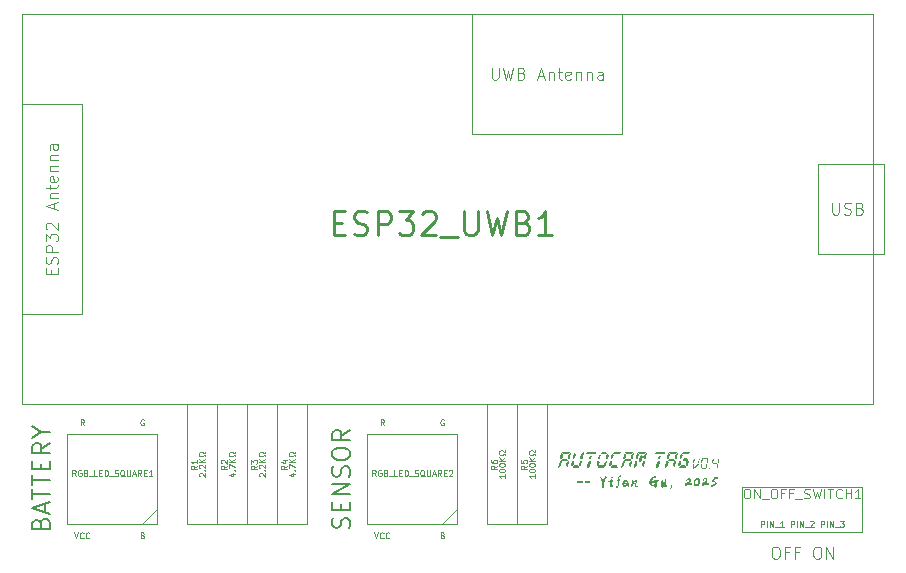
<source format=gto>
%TF.GenerationSoftware,KiCad,Pcbnew,9.0.0*%
%TF.CreationDate,2025-03-26T13:51:14-07:00*%
%TF.ProjectId,tag_v2,7461675f-7632-42e6-9b69-6361645f7063,v0.4*%
%TF.SameCoordinates,Original*%
%TF.FileFunction,Legend,Top*%
%TF.FilePolarity,Positive*%
%FSLAX46Y46*%
G04 Gerber Fmt 4.6, Leading zero omitted, Abs format (unit mm)*
G04 Created by KiCad (PCBNEW 9.0.0) date 2025-03-26 13:51:14*
%MOMM*%
%LPD*%
G01*
G04 APERTURE LIST*
%ADD10C,0.100000*%
%ADD11C,0.325000*%
%ADD12C,0.250000*%
%ADD13C,0.062500*%
%ADD14C,0.125000*%
%ADD15C,0.187500*%
G04 APERTURE END LIST*
D10*
G36*
X167834779Y-119273724D02*
G01*
X167797837Y-119309384D01*
X167743127Y-119249605D01*
X167767307Y-118977153D01*
X167869156Y-118880677D01*
X167834779Y-119273724D01*
G37*
G36*
X167781351Y-119413737D02*
G01*
X167441487Y-119725757D01*
X167374015Y-119725757D01*
X167380426Y-119656453D01*
X167718947Y-119344250D01*
X167794051Y-119343761D01*
X167781351Y-119413737D01*
G37*
G36*
X167399477Y-119249605D02*
G01*
X167334569Y-119309384D01*
X167301474Y-119273724D01*
X167335852Y-118880677D01*
X167423657Y-118977397D01*
X167399477Y-119249605D01*
G37*
G36*
X167262029Y-119725574D02*
G01*
X167305321Y-119769721D01*
X167357467Y-119725513D01*
X167385494Y-119404761D01*
X167330723Y-119345043D01*
X167292560Y-119381924D01*
X167262029Y-119725574D01*
G37*
G36*
X168520613Y-119273724D02*
G01*
X168483671Y-119309384D01*
X168428960Y-119249483D01*
X168450576Y-118995104D01*
X168553708Y-118899605D01*
X168520613Y-119273724D01*
G37*
G36*
X168537160Y-118881654D02*
G01*
X168435311Y-118975443D01*
X168126038Y-118975443D01*
X168039515Y-118881654D01*
X168537160Y-118881654D01*
G37*
G36*
X168085311Y-119249483D02*
G01*
X168020403Y-119309384D01*
X167987308Y-119273724D01*
X168020403Y-118899544D01*
X168106987Y-118994982D01*
X168085311Y-119249483D01*
G37*
G36*
X168478603Y-119753112D02*
G01*
X168393301Y-119659262D01*
X168414978Y-119404761D01*
X168479885Y-119345043D01*
X168511698Y-119381863D01*
X168478603Y-119753112D01*
G37*
G36*
X168459491Y-119772652D02*
G01*
X167961846Y-119772652D01*
X168064978Y-119678862D01*
X168374250Y-119678862D01*
X168459491Y-119772652D01*
G37*
G36*
X168049712Y-119659323D02*
G01*
X167945299Y-119754822D01*
X167978393Y-119381863D01*
X168016556Y-119345043D01*
X168071328Y-119404822D01*
X168049712Y-119659323D01*
G37*
G36*
X168629911Y-119772652D02*
G01*
X168638826Y-119678862D01*
X168734264Y-119678862D01*
X168725349Y-119772652D01*
X168629911Y-119772652D01*
G37*
G36*
X168919339Y-119273724D02*
G01*
X168952434Y-118896308D01*
X169039018Y-118994921D01*
X169017341Y-119249483D01*
X168952434Y-119309384D01*
X168919339Y-119273724D01*
G37*
G36*
X169443728Y-119381924D02*
G01*
X169410634Y-119757997D01*
X169325332Y-119659323D01*
X169347008Y-119404822D01*
X169411916Y-119345043D01*
X169443728Y-119381924D01*
G37*
G36*
X169360991Y-119249483D02*
G01*
X169382607Y-118995104D01*
X169485738Y-118896308D01*
X169452643Y-119273724D01*
X169415702Y-119309384D01*
X169360991Y-119249483D01*
G37*
G36*
X169352076Y-119280258D02*
G01*
X169396651Y-119327153D01*
X169343161Y-119374047D01*
X169010991Y-119374047D01*
X168968981Y-119327153D01*
X169019906Y-119280258D01*
X169352076Y-119280258D01*
G37*
D11*
G36*
X156945001Y-118351155D02*
G01*
X156709337Y-118550457D01*
X156343339Y-118550457D01*
X156190566Y-118351155D01*
X156945001Y-118351155D01*
G37*
G36*
X156174446Y-119183076D02*
G01*
X156111339Y-119486975D01*
X155876317Y-119683255D01*
X155990531Y-119134075D01*
X156078641Y-119060436D01*
X156174446Y-119183076D01*
G37*
G36*
X156037609Y-118907479D02*
G01*
X156145686Y-118387608D01*
X156298368Y-118587002D01*
X156242131Y-118857562D01*
X156094487Y-118984232D01*
X156037609Y-118907479D01*
G37*
G36*
X156817690Y-119134533D02*
G01*
X156702651Y-119687652D01*
X156549511Y-119489998D01*
X156613075Y-119183992D01*
X156760170Y-119060436D01*
X156817690Y-119134533D01*
G37*
G36*
X156680853Y-118858203D02*
G01*
X156736815Y-118588833D01*
X156972570Y-118389440D01*
X156864767Y-118907754D01*
X156776016Y-118984232D01*
X156680853Y-118858203D01*
G37*
G36*
X156656856Y-118919752D02*
G01*
X156733243Y-119019403D01*
X156615457Y-119119054D01*
X156200915Y-119119054D01*
X156124528Y-119019403D01*
X156242315Y-118919752D01*
X156656856Y-118919752D01*
G37*
G36*
X157819604Y-119453545D02*
G01*
X157701818Y-119552829D01*
X157625340Y-119453545D01*
X157681302Y-119184450D01*
X157828489Y-119060436D01*
X157885916Y-119134899D01*
X157819604Y-119453545D01*
G37*
G36*
X157175261Y-119687652D02*
G01*
X157098874Y-119588000D01*
X157216660Y-119488349D01*
X157582658Y-119488349D01*
X157659045Y-119588000D01*
X157541259Y-119687652D01*
X157175261Y-119687652D01*
G37*
G36*
X157933177Y-118907570D02*
G01*
X157844334Y-118984232D01*
X157749262Y-118857745D01*
X157813010Y-118551006D01*
X158049132Y-118349689D01*
X157933177Y-118907570D01*
G37*
G36*
X157221515Y-118351246D02*
G01*
X157374014Y-118552014D01*
X157310358Y-118858020D01*
X157162805Y-118984232D01*
X157105835Y-118907754D01*
X157221515Y-118351246D01*
G37*
G36*
X156992903Y-119450889D02*
G01*
X157069382Y-119550173D01*
X157187076Y-119450889D01*
X157243039Y-119181702D01*
X157147509Y-119057688D01*
X157059215Y-119132060D01*
X156992903Y-119450889D01*
G37*
G36*
X158542166Y-119598625D02*
G01*
X158424380Y-119697910D01*
X158347902Y-119598625D01*
X158433997Y-119184450D01*
X158581184Y-119060436D01*
X158638612Y-119134899D01*
X158542166Y-119598625D01*
G37*
G36*
X158685873Y-118907296D02*
G01*
X158597029Y-118984232D01*
X158502049Y-118857195D01*
X158534015Y-118703322D01*
X158651984Y-118603213D01*
X158728279Y-118703322D01*
X158685873Y-118907296D01*
G37*
G36*
X159141447Y-118449890D02*
G01*
X159021462Y-118550457D01*
X158302564Y-118550457D01*
X158226452Y-118449890D01*
X158344055Y-118351155D01*
X159062953Y-118351155D01*
X159141447Y-118449890D01*
G37*
G36*
X160069722Y-118907845D02*
G01*
X159980970Y-118984232D01*
X159885807Y-118858203D01*
X159941769Y-118589017D01*
X160059464Y-118489732D01*
X160136034Y-118589017D01*
X160069722Y-118907845D01*
G37*
G36*
X160032353Y-118449890D02*
G01*
X159914292Y-118550457D01*
X159548294Y-118550457D01*
X159472182Y-118449890D01*
X159589785Y-118351155D01*
X159955783Y-118351155D01*
X160032353Y-118449890D01*
G37*
G36*
X159956241Y-119453545D02*
G01*
X159838455Y-119552829D01*
X159761976Y-119453545D01*
X159817938Y-119184450D01*
X159965125Y-119060436D01*
X160022553Y-119134899D01*
X159956241Y-119453545D01*
G37*
G36*
X159446994Y-118858203D02*
G01*
X159299441Y-118984232D01*
X159242472Y-118907845D01*
X159308783Y-118589017D01*
X159426478Y-118489732D01*
X159502957Y-118589017D01*
X159446994Y-118858203D01*
G37*
G36*
X159311898Y-119687652D02*
G01*
X159235511Y-119588000D01*
X159353297Y-119488349D01*
X159719295Y-119488349D01*
X159795682Y-119588000D01*
X159677895Y-119687652D01*
X159311898Y-119687652D01*
G37*
G36*
X159129540Y-119450889D02*
G01*
X159206018Y-119550173D01*
X159323713Y-119450889D01*
X159379675Y-119181702D01*
X159284145Y-119057688D01*
X159195852Y-119132060D01*
X159129540Y-119450889D01*
G37*
G36*
X160380216Y-119687652D02*
G01*
X160303829Y-119588000D01*
X160421615Y-119488349D01*
X160823059Y-119488349D01*
X160975924Y-119687652D01*
X160380216Y-119687652D01*
G37*
G36*
X161253811Y-118351155D02*
G01*
X161018056Y-118550457D01*
X160616612Y-118550457D01*
X160540500Y-118449890D01*
X160658103Y-118351155D01*
X161253811Y-118351155D01*
G37*
G36*
X160515496Y-118857195D02*
G01*
X160367943Y-118983225D01*
X160310973Y-118906838D01*
X160377285Y-118588009D01*
X160494979Y-118488724D01*
X160571458Y-118588009D01*
X160515496Y-118857195D01*
G37*
G36*
X160197308Y-119453545D02*
G01*
X160273787Y-119552829D01*
X160391482Y-119453545D01*
X160447444Y-119184359D01*
X160351914Y-119060344D01*
X160263620Y-119134716D01*
X160197308Y-119453545D01*
G37*
G36*
X162286592Y-118351155D02*
G01*
X162050928Y-118550457D01*
X161684931Y-118550457D01*
X161532157Y-118351155D01*
X162286592Y-118351155D01*
G37*
G36*
X161516037Y-119183076D02*
G01*
X161452930Y-119486975D01*
X161217908Y-119683255D01*
X161332122Y-119134075D01*
X161420232Y-119060436D01*
X161516037Y-119183076D01*
G37*
G36*
X161379200Y-118907479D02*
G01*
X161487277Y-118387608D01*
X161639959Y-118587002D01*
X161583722Y-118857562D01*
X161436078Y-118984232D01*
X161379200Y-118907479D01*
G37*
G36*
X162159281Y-119134533D02*
G01*
X162044242Y-119687652D01*
X161891102Y-119489998D01*
X161954666Y-119183992D01*
X162101762Y-119060436D01*
X162159281Y-119134533D01*
G37*
G36*
X162022444Y-118858203D02*
G01*
X162078406Y-118588833D01*
X162314161Y-118389440D01*
X162206359Y-118907754D01*
X162117607Y-118984232D01*
X162022444Y-118858203D01*
G37*
G36*
X161998447Y-118919752D02*
G01*
X162074834Y-119019403D01*
X161957048Y-119119054D01*
X161542506Y-119119054D01*
X161466120Y-119019403D01*
X161583906Y-118919752D01*
X161998447Y-118919752D01*
G37*
G36*
X163354911Y-118351155D02*
G01*
X163119247Y-118550457D01*
X162753249Y-118550457D01*
X162600475Y-118351155D01*
X163354911Y-118351155D01*
G37*
G36*
X162584355Y-119183076D02*
G01*
X162521249Y-119486975D01*
X162286226Y-119683255D01*
X162400440Y-119134075D01*
X162488551Y-119060436D01*
X162584355Y-119183076D01*
G37*
G36*
X162447518Y-118907479D02*
G01*
X162555595Y-118387608D01*
X162708278Y-118587002D01*
X162652041Y-118857562D01*
X162504396Y-118984232D01*
X162447518Y-118907479D01*
G37*
G36*
X163227599Y-119134533D02*
G01*
X163112561Y-119687652D01*
X162959420Y-119489998D01*
X163022984Y-119183992D01*
X163170080Y-119060436D01*
X163227599Y-119134533D01*
G37*
G36*
X163090762Y-118858203D02*
G01*
X163146724Y-118588833D01*
X163382479Y-118389440D01*
X163274677Y-118907754D01*
X163185925Y-118984232D01*
X163090762Y-118858203D01*
G37*
G36*
X162814340Y-118696636D02*
G01*
X162933958Y-118597351D01*
X163010345Y-118696636D01*
X162929012Y-119088188D01*
X162810860Y-119189396D01*
X162733007Y-119088188D01*
X162814340Y-118696636D01*
G37*
G36*
X164379082Y-119598625D02*
G01*
X164261296Y-119697910D01*
X164184817Y-119598625D01*
X164270913Y-119184450D01*
X164418100Y-119060436D01*
X164475527Y-119134899D01*
X164379082Y-119598625D01*
G37*
G36*
X164522788Y-118907296D02*
G01*
X164433945Y-118984232D01*
X164338965Y-118857195D01*
X164370930Y-118703322D01*
X164488900Y-118603213D01*
X164565195Y-118703322D01*
X164522788Y-118907296D01*
G37*
G36*
X164978362Y-118449890D02*
G01*
X164858378Y-118550457D01*
X164139480Y-118550457D01*
X164063367Y-118449890D01*
X164180970Y-118351155D01*
X164899869Y-118351155D01*
X164978362Y-118449890D01*
G37*
G36*
X165986871Y-118351155D02*
G01*
X165751208Y-118550457D01*
X165385210Y-118550457D01*
X165232436Y-118351155D01*
X165986871Y-118351155D01*
G37*
G36*
X165216316Y-119183076D02*
G01*
X165153210Y-119486975D01*
X164918187Y-119683255D01*
X165032401Y-119134075D01*
X165120512Y-119060436D01*
X165216316Y-119183076D01*
G37*
G36*
X165079479Y-118907479D02*
G01*
X165187556Y-118387608D01*
X165340238Y-118587002D01*
X165284002Y-118857562D01*
X165136357Y-118984232D01*
X165079479Y-118907479D01*
G37*
G36*
X165859560Y-119134533D02*
G01*
X165744521Y-119687652D01*
X165591381Y-119489998D01*
X165654945Y-119183992D01*
X165802041Y-119060436D01*
X165859560Y-119134533D01*
G37*
G36*
X165722723Y-118858203D02*
G01*
X165778685Y-118588833D01*
X166014440Y-118389440D01*
X165906638Y-118907754D01*
X165817886Y-118984232D01*
X165722723Y-118858203D01*
G37*
G36*
X165698726Y-118919752D02*
G01*
X165775113Y-119019403D01*
X165657327Y-119119054D01*
X165242786Y-119119054D01*
X165166399Y-119019403D01*
X165284185Y-118919752D01*
X165698726Y-118919752D01*
G37*
G36*
X167090727Y-118351155D02*
G01*
X166854972Y-118550457D01*
X166453528Y-118550457D01*
X166377416Y-118449890D01*
X166495019Y-118351155D01*
X167090727Y-118351155D01*
G37*
G36*
X166849293Y-118991010D02*
G01*
X166731690Y-119089745D01*
X166511322Y-119089745D01*
X166434660Y-118991010D01*
X166552813Y-118890443D01*
X166773181Y-118890443D01*
X166849293Y-118991010D01*
G37*
G36*
X166357907Y-118830817D02*
G01*
X166210720Y-118954923D01*
X166153384Y-118880459D01*
X166214109Y-118588376D01*
X166331895Y-118489091D01*
X166408282Y-118588376D01*
X166357907Y-118830817D01*
G37*
G36*
X166228489Y-119453453D02*
G01*
X166110703Y-119552829D01*
X166034316Y-119453453D01*
X166106581Y-119105682D01*
X166194875Y-119031127D01*
X166290404Y-119155324D01*
X166228489Y-119453453D01*
G37*
G36*
X166861932Y-119451347D02*
G01*
X166744238Y-119550173D01*
X166667668Y-119451347D01*
X166729400Y-119154683D01*
X166876404Y-119031127D01*
X166933923Y-119105315D01*
X166861932Y-119451347D01*
G37*
G36*
X166583129Y-119687652D02*
G01*
X166700915Y-119588000D01*
X166624528Y-119488349D01*
X166258531Y-119488349D01*
X166140744Y-119588000D01*
X166217131Y-119687652D01*
X166583129Y-119687652D01*
G37*
D10*
G36*
X157630435Y-120827552D02*
G01*
X157778080Y-120824927D01*
X157885564Y-120826814D01*
X157925114Y-120830483D01*
X157957293Y-120838177D01*
X157973413Y-120845138D01*
X157991609Y-120856923D01*
X157997225Y-120874529D01*
X157991609Y-120890262D01*
X157987396Y-120901436D01*
X157981778Y-120916701D01*
X157976222Y-120932027D01*
X157967124Y-120945277D01*
X157955778Y-120951978D01*
X157934884Y-120955719D01*
X157816609Y-120957123D01*
X157616391Y-120959932D01*
X157533216Y-120963078D01*
X157515641Y-120961336D01*
X157498055Y-120947043D01*
X157493232Y-120933371D01*
X157488042Y-120919388D01*
X157482673Y-120910876D01*
X157485416Y-120897040D01*
X157485416Y-120866265D01*
X157484622Y-120839765D01*
X157488311Y-120834627D01*
X157496040Y-120832743D01*
X157506482Y-120829506D01*
X157514237Y-120830117D01*
X157532086Y-120832255D01*
X157630435Y-120827552D01*
G37*
G36*
X158257651Y-120827552D02*
G01*
X158405296Y-120824927D01*
X158512780Y-120826814D01*
X158552330Y-120830483D01*
X158584509Y-120838177D01*
X158600629Y-120845138D01*
X158618825Y-120856923D01*
X158624441Y-120874529D01*
X158618825Y-120890262D01*
X158614612Y-120901436D01*
X158608994Y-120916701D01*
X158603438Y-120932027D01*
X158594339Y-120945277D01*
X158582994Y-120951978D01*
X158562099Y-120955719D01*
X158443825Y-120957123D01*
X158243607Y-120959932D01*
X158160432Y-120963078D01*
X158142857Y-120961336D01*
X158125270Y-120947043D01*
X158120447Y-120933371D01*
X158115257Y-120919388D01*
X158109889Y-120910876D01*
X158112632Y-120897040D01*
X158112632Y-120866265D01*
X158111838Y-120839765D01*
X158115527Y-120834627D01*
X158123256Y-120832743D01*
X158133697Y-120829506D01*
X158141452Y-120830117D01*
X158159302Y-120832255D01*
X158257651Y-120827552D01*
G37*
G36*
X159918563Y-120355675D02*
G01*
X159930032Y-120363991D01*
X159943842Y-120384313D01*
X159962099Y-120417163D01*
X159974800Y-120436031D01*
X159997209Y-120473095D01*
X160009910Y-120507289D01*
X160002877Y-120528099D01*
X159976388Y-120553451D01*
X159946729Y-120577127D01*
X159921860Y-120606513D01*
X159906473Y-120621228D01*
X159898108Y-120630326D01*
X159894566Y-120640096D01*
X159888277Y-120645653D01*
X159882049Y-120652675D01*
X159881316Y-120659635D01*
X159884125Y-120663177D01*
X159879973Y-120662444D01*
X159872891Y-120660133D01*
X159870142Y-120670810D01*
X159867333Y-120679236D01*
X159865929Y-120683388D01*
X159866600Y-120684792D01*
X159864524Y-120684792D01*
X159856098Y-120691082D01*
X159850542Y-120701584D01*
X159846389Y-120710011D01*
X159831674Y-120723993D01*
X159821232Y-120730954D01*
X159814210Y-120735168D01*
X159809997Y-120743533D01*
X159812083Y-120746196D01*
X159822637Y-120739320D01*
X159825384Y-120736511D01*
X159832426Y-120730333D01*
X159833811Y-120732359D01*
X159828193Y-120742128D01*
X159817752Y-120747685D01*
X159806578Y-120757516D01*
X159797541Y-120778460D01*
X159791923Y-120790366D01*
X159789114Y-120799403D01*
X159789114Y-120803617D01*
X159786306Y-120805021D01*
X159789114Y-120821813D01*
X159792669Y-120828092D01*
X159796136Y-120828774D01*
X159798945Y-120828774D01*
X159794732Y-120839948D01*
X159792595Y-120853931D01*
X159791923Y-120860953D01*
X159787038Y-120873531D01*
X159784962Y-120884705D01*
X159782215Y-120891666D01*
X159768903Y-120928058D01*
X159761271Y-120962252D01*
X159759134Y-120967870D01*
X159752173Y-120992355D01*
X159745883Y-121022397D01*
X159745883Y-121031434D01*
X159746555Y-121046821D01*
X159745883Y-121065018D01*
X159743807Y-121085290D01*
X159741731Y-121108310D01*
X159737579Y-121115332D01*
X159733366Y-121108310D01*
X159731962Y-121099944D01*
X159729153Y-121108310D01*
X159728481Y-121122354D01*
X159731962Y-121123697D01*
X159738190Y-121119484D01*
X159739594Y-121123697D01*
X159739594Y-121129986D01*
X159739594Y-121139756D01*
X159738698Y-121146990D01*
X159743075Y-121153739D01*
X159744479Y-121157219D01*
X159740938Y-121159356D01*
X159740266Y-121171202D01*
X159738357Y-121183219D01*
X159733977Y-121187994D01*
X159730735Y-121192550D01*
X159729214Y-121204785D01*
X159731962Y-121225729D01*
X159734709Y-121222921D01*
X159737457Y-121215960D01*
X159738861Y-121222249D01*
X159737457Y-121235560D01*
X159733244Y-121243925D01*
X159731107Y-121256504D01*
X159734648Y-121269082D01*
X159736053Y-121259313D01*
X159736612Y-121251475D01*
X159740205Y-121249482D01*
X159744418Y-121255100D01*
X159740266Y-121281661D01*
X159741670Y-121298392D01*
X159744479Y-121308894D01*
X159743075Y-121317992D01*
X159738129Y-121327029D01*
X159740266Y-121336127D01*
X159744479Y-121344553D01*
X159745822Y-121350110D01*
X159748570Y-121354323D01*
X159754188Y-121365497D01*
X159756996Y-121370321D01*
X159752783Y-121373802D01*
X159747227Y-121381434D01*
X159743075Y-121390471D01*
X159739655Y-121397371D01*
X159735503Y-121403599D01*
X159725123Y-121416788D01*
X159716321Y-121424444D01*
X159707171Y-121419597D01*
X159700210Y-121415384D01*
X159687021Y-121416788D01*
X159676848Y-121418444D01*
X159672488Y-121422345D01*
X159670891Y-121428975D01*
X159673893Y-121430649D01*
X159678075Y-121431779D01*
X159676641Y-121434862D01*
X159669680Y-121437610D01*
X159661375Y-121432786D01*
X159654476Y-121428023D01*
X159650323Y-121425398D01*
X159644828Y-121422833D01*
X159636706Y-121419596D01*
X159633715Y-121408850D01*
X159633609Y-121408484D01*
X159643668Y-121408484D01*
X159649224Y-121405675D01*
X159652631Y-121400363D01*
X159651300Y-121397249D01*
X159645072Y-121401462D01*
X159643668Y-121408484D01*
X159633609Y-121408484D01*
X159631997Y-121402934D01*
X159626693Y-121399020D01*
X159615856Y-121383327D01*
X159624067Y-121383327D01*
X159625411Y-121388151D01*
X159629624Y-121388151D01*
X159628219Y-121383266D01*
X159624067Y-121383327D01*
X159615856Y-121383327D01*
X159613199Y-121379480D01*
X159603978Y-121354323D01*
X159600437Y-121345225D01*
X159599089Y-121340865D01*
X159602513Y-121331242D01*
X159608543Y-121323127D01*
X159612344Y-121322144D01*
X159614420Y-121320068D01*
X159617961Y-121311703D01*
X159621441Y-121305207D01*
X159621442Y-121298392D01*
X159645072Y-121298392D01*
X159645744Y-121306818D01*
X159647881Y-121308222D01*
X159650629Y-121299796D01*
X159646477Y-121290026D01*
X159645072Y-121298392D01*
X159621442Y-121298392D01*
X159621442Y-121292469D01*
X159629624Y-121292469D01*
X159632433Y-121298025D01*
X159633837Y-121292469D01*
X159631028Y-121286851D01*
X159629624Y-121292469D01*
X159621442Y-121292469D01*
X159621442Y-121291431D01*
X159619885Y-121268925D01*
X159625482Y-121268925D01*
X159628219Y-121275677D01*
X159631028Y-121274273D01*
X159628219Y-121267312D01*
X159625482Y-121268925D01*
X159619885Y-121268925D01*
X159617961Y-121241117D01*
X159617946Y-121240750D01*
X159625472Y-121240750D01*
X159628219Y-121253329D01*
X159631028Y-121249116D01*
X159628219Y-121237941D01*
X159625472Y-121240750D01*
X159617946Y-121240750D01*
X159617533Y-121230981D01*
X159625472Y-121230981D01*
X159628219Y-121233728D01*
X159631028Y-121232324D01*
X159628219Y-121229576D01*
X159625472Y-121230981D01*
X159617533Y-121230981D01*
X159616205Y-121199534D01*
X159622663Y-121199534D01*
X159625411Y-121203015D01*
X159628219Y-121201610D01*
X159625411Y-121198130D01*
X159622663Y-121199534D01*
X159616205Y-121199534D01*
X159615227Y-121176375D01*
X159624970Y-121176375D01*
X159628158Y-121179628D01*
X159632311Y-121181033D01*
X159635791Y-121184513D01*
X159636524Y-121222921D01*
X159638172Y-121260717D01*
X159643179Y-121276043D01*
X159646477Y-121285813D01*
X159646477Y-121277081D01*
X159664673Y-121277081D01*
X159667420Y-121295216D01*
X159669496Y-121277081D01*
X159666749Y-121258885D01*
X159664673Y-121277081D01*
X159646477Y-121277081D01*
X159646477Y-121273967D01*
X159645255Y-121255100D01*
X159646477Y-121249482D01*
X159649224Y-121245269D01*
X159645988Y-121238308D01*
X159645255Y-121232690D01*
X159645255Y-121207533D01*
X159642752Y-121182376D01*
X159640248Y-121169798D01*
X159636110Y-121168034D01*
X159629563Y-121171202D01*
X159624970Y-121176375D01*
X159615227Y-121176375D01*
X159610939Y-121074787D01*
X159610813Y-121071612D01*
X159619854Y-121071612D01*
X159619854Y-121074421D01*
X159622663Y-121082786D01*
X159625472Y-121075825D01*
X159623599Y-121070208D01*
X159727626Y-121070208D01*
X159730435Y-121073016D01*
X159733244Y-121071612D01*
X159730435Y-121068803D01*
X159727626Y-121070208D01*
X159623599Y-121070208D01*
X159622663Y-121067399D01*
X159619854Y-121071612D01*
X159610813Y-121071612D01*
X159608863Y-121022397D01*
X159603001Y-121021664D01*
X159601597Y-121017512D01*
X159601109Y-120998645D01*
X159601109Y-120960909D01*
X159601109Y-120897284D01*
X159599643Y-120883301D01*
X159598239Y-120877683D01*
X159601769Y-120857876D01*
X159598239Y-120844161D01*
X159567159Y-120803617D01*
X159531744Y-120741457D01*
X159489306Y-120652675D01*
X159474408Y-120609382D01*
X159467399Y-120591518D01*
X159463783Y-120588378D01*
X159453158Y-120572990D01*
X159445404Y-120552046D01*
X159440397Y-120538064D01*
X159435451Y-120512235D01*
X159437516Y-120497906D01*
X159442534Y-120490558D01*
X159455296Y-120484269D01*
X159465187Y-120486345D01*
X159476484Y-120489154D01*
X159499137Y-120496848D01*
X159514708Y-120507289D01*
X159524660Y-120512907D01*
X159540123Y-120523142D01*
X159562152Y-120545757D01*
X159579999Y-120570762D01*
X159584134Y-120584164D01*
X159593842Y-120612130D01*
X159602208Y-120622633D01*
X159606421Y-120630326D01*
X159607154Y-120634478D01*
X159614114Y-120648461D01*
X159621747Y-120662444D01*
X159624556Y-120668062D01*
X159627304Y-120675023D01*
X159630112Y-120673618D01*
X159630112Y-120671542D01*
X159631517Y-120672214D01*
X159629441Y-120679236D01*
X159629441Y-120684792D01*
X159632921Y-120682045D01*
X159634208Y-120678682D01*
X159639882Y-120686197D01*
X159644095Y-120697371D01*
X159648919Y-120706469D01*
X159655208Y-120711354D01*
X159674015Y-120696028D01*
X159683669Y-120683083D01*
X159845229Y-120683083D01*
X159848038Y-120685831D01*
X159852251Y-120683083D01*
X159849442Y-120680274D01*
X159845229Y-120683083D01*
X159683669Y-120683083D01*
X159686811Y-120678870D01*
X159733244Y-120678870D01*
X159734648Y-120680274D01*
X159743075Y-120663482D01*
X159747227Y-120649499D01*
X159733244Y-120678870D01*
X159686811Y-120678870D01*
X159692822Y-120670810D01*
X159710285Y-120647057D01*
X159717382Y-120636921D01*
X159750036Y-120636921D01*
X159751440Y-120639730D01*
X159751440Y-120634112D01*
X159750036Y-120636921D01*
X159717382Y-120636921D01*
X159729824Y-120619152D01*
X159747898Y-120587706D01*
X159754906Y-120572962D01*
X159756996Y-120560412D01*
X159759805Y-120543681D01*
X159772445Y-120521333D01*
X159796991Y-120481460D01*
X159824408Y-120437436D01*
X159859286Y-120383644D01*
X159887666Y-120359156D01*
X159905326Y-120354021D01*
X159918563Y-120355675D01*
G37*
G36*
X159606787Y-121271830D02*
G01*
X159605383Y-121273235D01*
X159603978Y-121266274D01*
X159606787Y-121266274D01*
X159606787Y-121271830D01*
G37*
G36*
X159603917Y-121220112D02*
G01*
X159605417Y-121253232D01*
X159601109Y-121257847D01*
X159599704Y-121229943D01*
X159601109Y-121206190D01*
X159603917Y-121220112D01*
G37*
G36*
X159599704Y-121116309D02*
G01*
X159601109Y-121157586D01*
X159601109Y-121190436D01*
X159596895Y-121123331D01*
X159598300Y-121103730D01*
X159599704Y-121116309D01*
G37*
G36*
X159752844Y-121038090D02*
G01*
X159750036Y-121040837D01*
X159747227Y-121038090D01*
X159750036Y-121035281D01*
X159752844Y-121038090D01*
G37*
G36*
X159801815Y-120882934D02*
G01*
X159799067Y-120887087D01*
X159797663Y-120882934D01*
X159800411Y-120878721D01*
X159801815Y-120882934D01*
G37*
G36*
X159804624Y-120859854D02*
G01*
X159799067Y-120861930D01*
X159799067Y-120856373D01*
X159808837Y-120853564D01*
X159804624Y-120859854D01*
G37*
G36*
X159803219Y-120812348D02*
G01*
X159800472Y-120818638D01*
X159797687Y-120821239D01*
X159793450Y-120814424D01*
X159792717Y-120808868D01*
X159796259Y-120811616D01*
X159800472Y-120811616D01*
X159800472Y-120808868D01*
X159803219Y-120812348D01*
G37*
G36*
X159820744Y-120815829D02*
G01*
X159815859Y-120818638D01*
X159817935Y-120813081D01*
X159822820Y-120810272D01*
X159820744Y-120815829D01*
G37*
G36*
X159815676Y-120784077D02*
G01*
X159807249Y-120794519D01*
X159796747Y-120803617D01*
X159800227Y-120800136D01*
X159803724Y-120795876D01*
X159803097Y-120789634D01*
X159804441Y-120786825D01*
X159808654Y-120786825D01*
X159812837Y-120782555D01*
X159815676Y-120784077D01*
G37*
G36*
X160343301Y-120649499D02*
G01*
X160362599Y-120646026D01*
X160388120Y-120649499D01*
X160413399Y-120656460D01*
X160451318Y-120666963D01*
X160487893Y-120683022D01*
X160498879Y-120699674D01*
X160499964Y-120725590D01*
X160486489Y-120766919D01*
X160473125Y-120799002D01*
X160456203Y-120853564D01*
X160437274Y-120937401D01*
X160433732Y-120956329D01*
X160427504Y-120983624D01*
X160419434Y-121064620D01*
X160423491Y-121120609D01*
X160435869Y-121158318D01*
X160444293Y-121167208D01*
X160461881Y-121173706D01*
X160481947Y-121175453D01*
X160500533Y-121172301D01*
X160515329Y-121162117D01*
X160537047Y-121134566D01*
X160556325Y-121101442D01*
X160572157Y-121066056D01*
X160579240Y-121045112D01*
X160590024Y-121013547D01*
X160597497Y-120979410D01*
X160601710Y-120968236D01*
X160603456Y-120970946D01*
X160600306Y-120987837D01*
X160596093Y-121009635D01*
X160592551Y-121023679D01*
X160589681Y-121034243D01*
X160583392Y-121057446D01*
X160574966Y-121086267D01*
X160563648Y-121120104D01*
X160534055Y-121171996D01*
X160524163Y-121188910D01*
X160518546Y-121204358D01*
X160518546Y-121211380D01*
X160514271Y-121218402D01*
X160511463Y-121224020D01*
X160511463Y-121226889D01*
X160504753Y-121235003D01*
X160498823Y-121253573D01*
X160491007Y-121264869D01*
X160486382Y-121268923D01*
X160484718Y-121276104D01*
X160482141Y-121284269D01*
X160472078Y-121295827D01*
X160451074Y-121312619D01*
X160437762Y-121322449D01*
X160421703Y-121332341D01*
X160411873Y-121336555D01*
X160383907Y-121340768D01*
X160355711Y-121339069D01*
X160337684Y-121329594D01*
X160330723Y-121325380D01*
X160320892Y-121319030D01*
X160315275Y-121309932D01*
X160309718Y-121302971D01*
X160297548Y-121295774D01*
X160299887Y-121291736D01*
X160297078Y-121283371D01*
X160291522Y-121274944D01*
X160287309Y-121269388D01*
X160276074Y-121252596D01*
X160270517Y-121235072D01*
X160264167Y-121219623D01*
X160255740Y-121197214D01*
X160250917Y-121154471D01*
X160247807Y-121096809D01*
X160252321Y-121055065D01*
X160257878Y-121024290D01*
X160264899Y-120987837D01*
X160263495Y-120965428D01*
X160250673Y-120945409D01*
X160234690Y-120934242D01*
X160214524Y-120930440D01*
X160181291Y-120923527D01*
X160153291Y-120902494D01*
X160129100Y-120863334D01*
X160120989Y-120839835D01*
X160121382Y-120824622D01*
X160127696Y-120814424D01*
X160145273Y-120807068D01*
X160166897Y-120815829D01*
X160185305Y-120822118D01*
X160204694Y-120815829D01*
X160233952Y-120788028D01*
X160271921Y-120731992D01*
X160308985Y-120673252D01*
X160323997Y-120659775D01*
X160343301Y-120649499D01*
G37*
G36*
X160330906Y-120451174D02*
G01*
X160347698Y-120449770D01*
X160375664Y-120451174D01*
X160445980Y-120459340D01*
X160466705Y-120466500D01*
X160473666Y-120477736D01*
X160483436Y-120495871D01*
X160493938Y-120512662D01*
X160500289Y-120529454D01*
X160503276Y-120540067D01*
X160500960Y-120547650D01*
X160494057Y-120553746D01*
X160478551Y-120560900D01*
X160462220Y-120568808D01*
X160448448Y-120579768D01*
X160434465Y-120592347D01*
X160426316Y-120589776D01*
X160414865Y-120579768D01*
X160367298Y-120542033D01*
X160339640Y-120521438D01*
X160336463Y-120514067D01*
X160335058Y-120509854D01*
X160328097Y-120500755D01*
X160326693Y-120484697D01*
X160325289Y-120474927D01*
X160323151Y-120463020D01*
X160330906Y-120451174D01*
G37*
G36*
X160840458Y-121469239D02*
G01*
X160835573Y-121471377D01*
X160830688Y-121469239D01*
X160835573Y-121467163D01*
X160840458Y-121469239D01*
G37*
G36*
X160822933Y-121464355D02*
G01*
X160825070Y-121469972D01*
X160818720Y-121464355D01*
X160816644Y-121458798D01*
X160822933Y-121464355D01*
G37*
G36*
X160809683Y-121454585D02*
G01*
X160810355Y-121458798D01*
X160806142Y-121454585D01*
X160805470Y-121450372D01*
X160809683Y-121454585D01*
G37*
G36*
X160837649Y-121447563D02*
G01*
X160843267Y-121453180D01*
X160839053Y-121455989D01*
X160831360Y-121451776D01*
X160829955Y-121446158D01*
X160837649Y-121447563D01*
G37*
G36*
X161147101Y-120320642D02*
G01*
X161167926Y-120334976D01*
X161183253Y-120347554D01*
X161183253Y-120386633D01*
X161181469Y-120422458D01*
X161177696Y-120438351D01*
X161163865Y-120458064D01*
X161145395Y-120471935D01*
X161135625Y-120475415D01*
X161138434Y-120463508D01*
X161143991Y-120429986D01*
X161142586Y-120395059D01*
X161131412Y-120385961D01*
X161122858Y-120384556D01*
X161113155Y-120387366D01*
X161093615Y-120403425D01*
X161076516Y-120428964D01*
X161054415Y-120476820D01*
X161035843Y-120528808D01*
X161023579Y-120575372D01*
X161015214Y-120612374D01*
X161009596Y-120641073D01*
X161009104Y-120660007D01*
X161012405Y-120668306D01*
X161022575Y-120672306D01*
X161059971Y-120674595D01*
X161098905Y-120677133D01*
X161120177Y-120683022D01*
X161137365Y-120693539D01*
X161153821Y-120709461D01*
X161167795Y-120731357D01*
X161160782Y-120736022D01*
X161153638Y-120729733D01*
X161151377Y-120726251D01*
X161147166Y-120728329D01*
X161145029Y-120738221D01*
X161145568Y-120743369D01*
X161140754Y-120751104D01*
X161136130Y-120758641D01*
X161137152Y-120763255D01*
X161136480Y-120773269D01*
X161132878Y-120782612D01*
X161139350Y-120791893D01*
X161142660Y-120795985D01*
X161135076Y-120797572D01*
X161112117Y-120797572D01*
X161055575Y-120801113D01*
X161010512Y-120808807D01*
X161000437Y-120818515D01*
X160997628Y-120924517D01*
X160992010Y-121157463D01*
X160975927Y-121277311D01*
X160961175Y-121330509D01*
X160955496Y-121350721D01*
X160947802Y-121371603D01*
X160945665Y-121380640D01*
X160944261Y-121383449D01*
X160941513Y-121387662D01*
X160937008Y-121395750D01*
X160935651Y-121393097D01*
X160932843Y-121395844D01*
X160934247Y-121398653D01*
X160936830Y-121396069D01*
X160933759Y-121401584D01*
X160916234Y-121423932D01*
X160898649Y-121437854D01*
X160890524Y-121439937D01*
X160886803Y-121437854D01*
X160884125Y-121435496D01*
X160876911Y-121436450D01*
X160864333Y-121437854D01*
X160864333Y-121440663D01*
X160867141Y-121443472D01*
X160874102Y-121449028D01*
X160861585Y-121447624D01*
X160834676Y-121440791D01*
X160831727Y-121438465D01*
X160846075Y-121438465D01*
X160851632Y-121442006D01*
X160855112Y-121440602D01*
X160855845Y-121439198D01*
X160850227Y-121434984D01*
X160846075Y-121438465D01*
X160831727Y-121438465D01*
X160823910Y-121432298D01*
X160821102Y-121437854D01*
X160821102Y-121444876D01*
X160811332Y-121435045D01*
X160787701Y-121407141D01*
X160779336Y-121394501D01*
X160770971Y-121377770D01*
X160768162Y-121373557D01*
X160762605Y-121370749D01*
X160756988Y-121359574D01*
X160755583Y-121354018D01*
X160752775Y-121354018D01*
X160752775Y-121351209D01*
X160757028Y-121349521D01*
X160763949Y-121356766D01*
X160773047Y-121369344D01*
X160780679Y-121380518D01*
X160791121Y-121395906D01*
X160796006Y-121405675D01*
X160806447Y-121421063D01*
X160818293Y-121429489D01*
X160819666Y-121423906D01*
X160816197Y-121419719D01*
X160847480Y-121419719D01*
X160850654Y-121423291D01*
X160867080Y-121425276D01*
X160874041Y-121422467D01*
X160906159Y-121422467D01*
X160908907Y-121423871D01*
X160915929Y-121418315D01*
X160906159Y-121422467D01*
X160874041Y-121422467D01*
X160865798Y-121419719D01*
X160878254Y-121419719D01*
X160883872Y-121416910D01*
X160888757Y-121415506D01*
X160895718Y-121418986D01*
X160902068Y-121416910D01*
X160902068Y-121414773D01*
X160896450Y-121414102D01*
X160889428Y-121414102D01*
X160899259Y-121402928D01*
X160918513Y-121372049D01*
X160934247Y-121316282D01*
X160944749Y-121265236D01*
X160945421Y-121251985D01*
X160942673Y-121251985D01*
X160930767Y-121296682D01*
X160914647Y-121346996D01*
X160910433Y-121365864D01*
X160901335Y-121381984D01*
X160892237Y-121396638D01*
X160883872Y-121409888D01*
X160878254Y-121419719D01*
X160865798Y-121419719D01*
X160865615Y-121419658D01*
X160853036Y-121418986D01*
X160847480Y-121419719D01*
X160816197Y-121419719D01*
X160805775Y-121407141D01*
X160796006Y-121395234D01*
X160795600Y-121394562D01*
X160807180Y-121394562D01*
X160809988Y-121398714D01*
X160811332Y-121395906D01*
X160808085Y-121390660D01*
X160807180Y-121394562D01*
X160795600Y-121394562D01*
X160790510Y-121386136D01*
X160789423Y-121384670D01*
X160797044Y-121384670D01*
X160799852Y-121387479D01*
X160802661Y-121386075D01*
X160799852Y-121383266D01*
X160797044Y-121384670D01*
X160789423Y-121384670D01*
X160774931Y-121365131D01*
X160784465Y-121365131D01*
X160785869Y-121370687D01*
X160790083Y-121376305D01*
X160788678Y-121370687D01*
X160784465Y-121365131D01*
X160774931Y-121365131D01*
X160769042Y-121357190D01*
X160765736Y-121351148D01*
X160780252Y-121351148D01*
X160783061Y-121354628D01*
X160785869Y-121353224D01*
X160783061Y-121349744D01*
X160780252Y-121351148D01*
X160765736Y-121351148D01*
X160760391Y-121341378D01*
X160770482Y-121341378D01*
X160771887Y-121346935D01*
X160775306Y-121347668D01*
X160774634Y-121341378D01*
X160770482Y-121341378D01*
X160760391Y-121341378D01*
X160754245Y-121330143D01*
X160759247Y-121330143D01*
X160762727Y-121332952D01*
X160766269Y-121331548D01*
X160762727Y-121328800D01*
X160759247Y-121330143D01*
X160754245Y-121330143D01*
X160752775Y-121327456D01*
X160747890Y-121316954D01*
X160744409Y-121314145D01*
X160742272Y-121314145D01*
X160743005Y-121310665D01*
X160738792Y-121292530D01*
X160734578Y-121272929D01*
X160737387Y-121275738D01*
X160744409Y-121279219D01*
X160747218Y-121279951D01*
X160744409Y-121282699D01*
X160743005Y-121286912D01*
X160747218Y-121289721D01*
X160749294Y-121290454D01*
X160750027Y-121293873D01*
X160750027Y-121296682D01*
X160753507Y-121297415D01*
X160756988Y-121303704D01*
X160761201Y-121310665D01*
X160760696Y-121309260D01*
X160779275Y-121309260D01*
X160779947Y-121312069D01*
X160783488Y-121316221D01*
X160784893Y-121321839D01*
X160787701Y-121319030D01*
X160787701Y-121316282D01*
X160785395Y-121308085D01*
X160779275Y-121309260D01*
X160760696Y-121309260D01*
X160754179Y-121291125D01*
X160750027Y-121268716D01*
X160754179Y-121275738D01*
X160759736Y-121281295D01*
X160761812Y-121282027D01*
X160761140Y-121284103D01*
X160762497Y-121292046D01*
X160765353Y-121293873D01*
X160767429Y-121294606D01*
X160770971Y-121299491D01*
X160775832Y-121306679D01*
X160780679Y-121305108D01*
X160782084Y-121300895D01*
X160779275Y-121295277D01*
X160776466Y-121291797D01*
X160780679Y-121291797D01*
X160784893Y-121299491D01*
X160790449Y-121309260D01*
X160800889Y-121323639D01*
X160798814Y-121326052D01*
X160797410Y-121328861D01*
X160804371Y-121328861D01*
X160805775Y-121324648D01*
X160811332Y-121328861D01*
X160817621Y-121334417D01*
X160828734Y-121340707D01*
X160845465Y-121348400D01*
X160854655Y-121347304D01*
X160860852Y-121341378D01*
X160869156Y-121329533D01*
X160874041Y-121315550D01*
X160880330Y-121293201D01*
X160883811Y-121275005D01*
X160885215Y-121268716D01*
X160886620Y-121260351D01*
X160886620Y-121253390D01*
X160892176Y-121249177D01*
X160894985Y-121251985D01*
X160894985Y-121260351D01*
X160892176Y-121277875D01*
X160887963Y-121292530D01*
X160882406Y-121307856D01*
X160874652Y-121327395D01*
X160873980Y-121345591D01*
X160876463Y-121348332D01*
X160876056Y-121356094D01*
X160869767Y-121372153D01*
X160867019Y-121380579D01*
X160873244Y-121376141D01*
X160879722Y-121363410D01*
X160886143Y-121363410D01*
X160886620Y-121373557D01*
X160895728Y-121354851D01*
X160911777Y-121300895D01*
X160924742Y-121242261D01*
X160925735Y-121235133D01*
X160948230Y-121235133D01*
X160951039Y-121237941D01*
X160953848Y-121236537D01*
X160951039Y-121233728D01*
X160948230Y-121235133D01*
X160925735Y-121235133D01*
X160926705Y-121228172D01*
X160974852Y-121228172D01*
X160976257Y-121232324D01*
X160976257Y-121226767D01*
X160974852Y-121228172D01*
X160926705Y-121228172D01*
X160927782Y-121220442D01*
X160971658Y-121220442D01*
X160973448Y-121222554D01*
X160977661Y-121211380D01*
X160978306Y-121200867D01*
X160974852Y-121208571D01*
X160971658Y-121220442D01*
X160927782Y-121220442D01*
X160931377Y-121194649D01*
X160932049Y-121182804D01*
X160932049Y-121175110D01*
X160931377Y-121172301D01*
X160928946Y-121179652D01*
X160918799Y-121247772D01*
X160910372Y-121285508D01*
X160899870Y-121323243D01*
X160890772Y-121349805D01*
X160886143Y-121363410D01*
X160879722Y-121363410D01*
X160885215Y-121352613D01*
X160895788Y-121323211D01*
X160905365Y-121278547D01*
X160913120Y-121201610D01*
X160915379Y-121194588D01*
X160917639Y-121186895D01*
X160921424Y-121178529D01*
X160921424Y-121170897D01*
X160920692Y-121161066D01*
X160926737Y-121163875D01*
X160932598Y-121168760D01*
X160932598Y-121161066D01*
X160935407Y-121149892D01*
X160940301Y-121143303D01*
X160935407Y-121141466D01*
X160931194Y-121137985D01*
X160935407Y-121134505D01*
X160939620Y-121130352D01*
X160935407Y-121124735D01*
X160932812Y-121120125D01*
X160931194Y-121097441D01*
X160931194Y-121068742D01*
X160931194Y-121050607D01*
X160928385Y-121033816D01*
X160924294Y-121022641D01*
X160922767Y-121014752D01*
X160919563Y-121012933D01*
X160928629Y-121012933D01*
X160931438Y-121017085D01*
X160932110Y-121012933D01*
X160929301Y-121008720D01*
X160928629Y-121012933D01*
X160919563Y-121012933D01*
X160919348Y-121012811D01*
X160917272Y-121009330D01*
X160920081Y-121003041D01*
X160920081Y-121000232D01*
X160927042Y-121000965D01*
X160932659Y-121001698D01*
X160929851Y-120998889D01*
X160927042Y-120993271D01*
X160928446Y-120991867D01*
X160932145Y-120996431D01*
X160934064Y-120993271D01*
X160934064Y-120987654D01*
X160928446Y-120977884D01*
X160924294Y-120972327D01*
X160929790Y-120970923D01*
X160936079Y-120966710D01*
X160935407Y-120959016D01*
X160931194Y-120905161D01*
X160933046Y-120860561D01*
X160935407Y-120854847D01*
X160936812Y-120853442D01*
X160934003Y-120846481D01*
X160931316Y-120840864D01*
X160928690Y-120845077D01*
X160927194Y-120847821D01*
X160921119Y-120845077D01*
X160919837Y-120840864D01*
X160917333Y-120831094D01*
X160918738Y-120831094D01*
X160923631Y-120833514D01*
X160927042Y-120829690D01*
X160928446Y-120825476D01*
X160929851Y-120831094D01*
X160932598Y-120836650D01*
X160935346Y-120825476D01*
X160933942Y-120817111D01*
X160892176Y-120817111D01*
X160854807Y-120815049D01*
X160844793Y-120811493D01*
X160835150Y-120798098D01*
X160828062Y-120769545D01*
X160822045Y-120751892D01*
X160815423Y-120756966D01*
X160810788Y-120765013D01*
X160809866Y-120762584D01*
X160811210Y-120755684D01*
X160814206Y-120745926D01*
X160811942Y-120736816D01*
X160809134Y-120721429D01*
X160818232Y-120707446D01*
X160829467Y-120699752D01*
X160837832Y-120695539D01*
X160841313Y-120693463D01*
X160842045Y-120699752D01*
X160853158Y-120703904D01*
X160872461Y-120701572D01*
X160885276Y-120695478D01*
X160887915Y-120692468D01*
X160918677Y-120685708D01*
X160931194Y-120681556D01*
X160931436Y-120677465D01*
X160942673Y-120677465D01*
X160944078Y-120681617D01*
X160944078Y-120674656D01*
X160942673Y-120677465D01*
X160931436Y-120677465D01*
X160932598Y-120657804D01*
X160934003Y-120646630D01*
X160939559Y-120642416D01*
X160939559Y-120643821D01*
X160940964Y-120649438D01*
X160943711Y-120662017D01*
X160947864Y-120657804D01*
X160947864Y-120636860D01*
X160945116Y-120624281D01*
X160943711Y-120628494D01*
X160940903Y-120627090D01*
X160941574Y-120620068D01*
X160937361Y-120624281D01*
X160933881Y-120627823D01*
X160935285Y-120621473D01*
X160939498Y-120608894D01*
X160942155Y-120599126D01*
X160943711Y-120562793D01*
X160946459Y-120537636D01*
X160945055Y-120534827D01*
X160940903Y-120548139D01*
X160935346Y-120575372D01*
X160932598Y-120601933D01*
X160931866Y-120609627D01*
X160925637Y-120606085D01*
X160924233Y-120598453D01*
X160927042Y-120581661D01*
X160930522Y-120565602D01*
X160932598Y-120555771D01*
X160935407Y-120551619D01*
X160936751Y-120552291D01*
X160936751Y-120550215D01*
X160938155Y-120543925D01*
X160938155Y-120539712D01*
X160938155Y-120529210D01*
X160942307Y-120520844D01*
X160949268Y-120519440D01*
X160949268Y-120522249D01*
X160947864Y-120530614D01*
X160952016Y-120525058D01*
X160955836Y-120518681D01*
X160953359Y-120515227D01*
X160950228Y-120508275D01*
X160954763Y-120494283D01*
X160957511Y-120481705D01*
X160960593Y-120467925D01*
X160971433Y-120450930D01*
X160974242Y-120449587D01*
X160977145Y-120451280D01*
X160982607Y-120443969D01*
X160986759Y-120435604D01*
X160984012Y-120434199D01*
X160997933Y-120413194D01*
X161003551Y-120403425D01*
X161030662Y-120371307D01*
X161069008Y-120334976D01*
X161082869Y-120325145D01*
X161098256Y-120318184D01*
X161124375Y-120315106D01*
X161147101Y-120320642D01*
G37*
G36*
X160809988Y-121418315D02*
G01*
X160809988Y-121421063D01*
X160804371Y-121414102D01*
X160805775Y-121411293D01*
X160809988Y-121418315D01*
G37*
G36*
X160937056Y-121395844D02*
G01*
X160936830Y-121396069D01*
X160937008Y-121395750D01*
X160937056Y-121395844D01*
G37*
G36*
X160747218Y-121334417D02*
G01*
X160748622Y-121341439D01*
X160751431Y-121349805D01*
X160747218Y-121342844D01*
X160741662Y-121331609D01*
X160742764Y-121328033D01*
X160747218Y-121334417D01*
G37*
G36*
X160739647Y-121309199D02*
G01*
X160736838Y-121310604D01*
X160734029Y-121307856D01*
X160736838Y-121306452D01*
X160739647Y-121309199D01*
G37*
G36*
X160775306Y-121282699D02*
G01*
X160774634Y-121286851D01*
X160771887Y-121282699D01*
X160772558Y-121278486D01*
X160775306Y-121282699D01*
G37*
G36*
X160725664Y-121275677D02*
G01*
X160722855Y-121278486D01*
X160720046Y-121274273D01*
X160722855Y-121271464D01*
X160725664Y-121275677D01*
G37*
G36*
X160764865Y-121264564D02*
G01*
X160767290Y-121271963D01*
X160760651Y-121274334D01*
X160757843Y-121270182D01*
X160759919Y-121262488D01*
X160764865Y-121264564D01*
G37*
G36*
X160720657Y-121225424D02*
G01*
X160720657Y-121233789D01*
X160724870Y-121232385D01*
X160726274Y-121228233D01*
X160727679Y-121230981D01*
X160730487Y-121242155D01*
X160731229Y-121249412D01*
X160727679Y-121258946D01*
X160726274Y-121254794D01*
X160726274Y-121247101D01*
X160720657Y-121245696D01*
X160716443Y-121246368D01*
X160719252Y-121243559D01*
X160721328Y-121240079D01*
X160717848Y-121236598D01*
X160715199Y-121234902D01*
X160717848Y-121221211D01*
X160719252Y-121216998D01*
X160722061Y-121216998D01*
X160720657Y-121225424D01*
G37*
G36*
X160755034Y-121249116D02*
G01*
X160759247Y-121253329D01*
X160758146Y-121255795D01*
X160753629Y-121251924D01*
X160752286Y-121248444D01*
X160755034Y-121249116D01*
G37*
G36*
X160899259Y-121239346D02*
G01*
X160897122Y-121244902D01*
X160893642Y-121239346D01*
X160895718Y-121233728D01*
X160899259Y-121239346D01*
G37*
G36*
X160736838Y-121226767D02*
G01*
X160734029Y-121230919D01*
X160733357Y-121226767D01*
X160736105Y-121222554D01*
X160736838Y-121226767D01*
G37*
G36*
X160899198Y-121215593D02*
G01*
X160894985Y-121222554D01*
X160896389Y-121209976D01*
X160900603Y-121201610D01*
X160899198Y-121215593D01*
G37*
G36*
X160720046Y-121197397D02*
G01*
X160720046Y-121208571D01*
X160717237Y-121200206D01*
X160717909Y-121191841D01*
X160720046Y-121197397D01*
G37*
G36*
X160902740Y-121191108D02*
G01*
X160899259Y-121191841D01*
X160901335Y-121186956D01*
X160904877Y-121186223D01*
X160902740Y-121191108D01*
G37*
G36*
X160731281Y-121182071D02*
G01*
X160728472Y-121183414D01*
X160725664Y-121180667D01*
X160728472Y-121179262D01*
X160731281Y-121182071D01*
G37*
G36*
X160898527Y-121179262D02*
G01*
X160895046Y-121182010D01*
X160893642Y-121179262D01*
X160897122Y-121176453D01*
X160898527Y-121179262D01*
G37*
G36*
X160902068Y-121161066D02*
G01*
X160900664Y-121158257D01*
X160902068Y-121155448D01*
X160902068Y-121161066D01*
G37*
G36*
X160925799Y-121130953D02*
G01*
X160925637Y-121138657D01*
X160921587Y-121142500D01*
X160918615Y-121140000D01*
X160922096Y-121134444D01*
X160921424Y-121131635D01*
X160921424Y-121128826D01*
X160925799Y-121130953D01*
G37*
G36*
X160906220Y-121105195D02*
G01*
X160909701Y-121120583D01*
X160907686Y-121127544D01*
X160904877Y-121124735D01*
X160900664Y-121100982D01*
X160902068Y-121095365D01*
X160906220Y-121105195D01*
G37*
G36*
X160918432Y-121064529D02*
G01*
X160922890Y-121067338D01*
X160922890Y-121068742D01*
X160922890Y-121081321D01*
X160926761Y-121104635D01*
X160924294Y-121116309D01*
X160919409Y-121098845D01*
X160917333Y-121072955D01*
X160917333Y-121063125D01*
X160918432Y-121064529D01*
G37*
G36*
X160904877Y-121077230D02*
G01*
X160902068Y-121079977D01*
X160901335Y-121077230D01*
X160904144Y-121074421D01*
X160904877Y-121077230D01*
G37*
G36*
X160904877Y-121065323D02*
G01*
X160902068Y-121068803D01*
X160899259Y-121065323D01*
X160902068Y-121061842D01*
X160904877Y-121065323D01*
G37*
G36*
X160904877Y-121056225D02*
G01*
X160902068Y-121059034D01*
X160899259Y-121056225D01*
X160902068Y-121053416D01*
X160904877Y-121056225D01*
G37*
G36*
X160927286Y-120944423D02*
G01*
X160925882Y-120941614D01*
X160927286Y-120938805D01*
X160927286Y-120944423D01*
G37*
G36*
X160928629Y-120910229D02*
G01*
X160925821Y-120910900D01*
X160923073Y-120908091D01*
X160925821Y-120907420D01*
X160928629Y-120910229D01*
G37*
G36*
X160906281Y-120891300D02*
G01*
X160903472Y-120896917D01*
X160902068Y-120891300D01*
X160904877Y-120885682D01*
X160906281Y-120891300D01*
G37*
G36*
X160921669Y-120884339D02*
G01*
X160925882Y-120892704D01*
X160921669Y-120889956D01*
X160917455Y-120881530D01*
X160921669Y-120884339D01*
G37*
G36*
X160913120Y-120871638D02*
G01*
X160913120Y-120874447D01*
X160910311Y-120870295D01*
X160913120Y-120871638D01*
G37*
G36*
X160906281Y-120852160D02*
G01*
X160907686Y-120857777D01*
X160909701Y-120864738D01*
X160906281Y-120861930D01*
X160902068Y-120852160D01*
X160903037Y-120848685D01*
X160906281Y-120852160D01*
G37*
G36*
X161645787Y-120731199D02*
G01*
X161679357Y-120749284D01*
X161688347Y-120757638D01*
X161696716Y-120768163D01*
X161705444Y-120770216D01*
X161711061Y-120774430D01*
X161714603Y-120779376D01*
X161722480Y-120778643D01*
X161729502Y-120774430D01*
X161741387Y-120769496D01*
X161756552Y-120777238D01*
X161764784Y-120788542D01*
X161770657Y-120805143D01*
X161776309Y-120841992D01*
X161773465Y-120873531D01*
X161765974Y-120922397D01*
X161766505Y-120961459D01*
X161769357Y-121004385D01*
X161777923Y-121046638D01*
X161790896Y-121084120D01*
X161800882Y-121099639D01*
X161815170Y-121105195D01*
X161833450Y-121098331D01*
X161852135Y-121072859D01*
X161871407Y-121014459D01*
X161874155Y-121006094D01*
X161876902Y-121008903D01*
X161876902Y-121018672D01*
X161878307Y-121031251D01*
X161882230Y-121027908D01*
X161886550Y-121010307D01*
X161890098Y-121002959D01*
X161894976Y-121008903D01*
X161896381Y-121013055D01*
X161897234Y-121036070D01*
X161886550Y-121082908D01*
X161883741Y-121102509D01*
X161876902Y-121126261D01*
X161870063Y-121154899D01*
X161863774Y-121181460D01*
X161857546Y-121196787D01*
X161848143Y-121216998D01*
X161838016Y-121241935D01*
X161841853Y-121246368D01*
X161844352Y-121249712D01*
X161838800Y-121256138D01*
X161838800Y-121265236D01*
X161840511Y-121268367D01*
X161847166Y-121268716D01*
X161852051Y-121268777D01*
X161841548Y-121279951D01*
X161827055Y-121290711D01*
X161813888Y-121293873D01*
X161798032Y-121291229D01*
X161766810Y-121280134D01*
X161748936Y-121268715D01*
X161731517Y-121248993D01*
X161717854Y-121225281D01*
X161710851Y-121205824D01*
X161841670Y-121205824D01*
X161843649Y-121207717D01*
X161849303Y-121201000D01*
X161855653Y-121187017D01*
X161861210Y-121170897D01*
X161865423Y-121156914D01*
X161858462Y-121163936D01*
X161842488Y-121193953D01*
X161841670Y-121205824D01*
X161710851Y-121205824D01*
X161708741Y-121199962D01*
X161698564Y-121178717D01*
X161681081Y-121172301D01*
X161667830Y-121189032D01*
X161655252Y-121204358D01*
X161653176Y-121207167D01*
X161642063Y-121226706D01*
X161618530Y-121250539D01*
X161590528Y-121265724D01*
X161571049Y-121274822D01*
X161545282Y-121285996D01*
X161522323Y-121294972D01*
X161494479Y-121297781D01*
X161455461Y-121293568D01*
X161427640Y-121284859D01*
X161394889Y-121267800D01*
X161365576Y-121246637D01*
X161349704Y-121229393D01*
X161328957Y-121192330D01*
X161317647Y-121163814D01*
X161306473Y-121121926D01*
X161301598Y-121096314D01*
X161300273Y-121067399D01*
X161483183Y-121067399D01*
X161485272Y-121097196D01*
X161490144Y-121113561D01*
X161509653Y-121139492D01*
X161528584Y-121145220D01*
X161551327Y-121134505D01*
X161568293Y-121117906D01*
X161594496Y-121082786D01*
X161634858Y-121012933D01*
X161661475Y-120946120D01*
X161666853Y-120922074D01*
X161660015Y-120892704D01*
X161650268Y-120864378D01*
X161651649Y-120836773D01*
X161656675Y-120809114D01*
X161654458Y-120800441D01*
X161636506Y-120794885D01*
X161620630Y-120796289D01*
X161609578Y-120801174D01*
X161590894Y-120808868D01*
X161561890Y-120840314D01*
X161534291Y-120884339D01*
X161520430Y-120908091D01*
X161512858Y-120927692D01*
X161502539Y-120954192D01*
X161488793Y-120997071D01*
X161483183Y-121067399D01*
X161300273Y-121067399D01*
X161299512Y-121050790D01*
X161302267Y-121004255D01*
X161309404Y-120971228D01*
X161321789Y-120935555D01*
X161341888Y-120891666D01*
X161365595Y-120850400D01*
X161401178Y-120804410D01*
X161440642Y-120764608D01*
X161457992Y-120752936D01*
X161650489Y-120752936D01*
X161657511Y-120757149D01*
X161668014Y-120761302D01*
X161672898Y-120761302D01*
X161663129Y-120755745D01*
X161650489Y-120752936D01*
X161457992Y-120752936D01*
X161467612Y-120746464D01*
X161542473Y-120715811D01*
X161580575Y-120711598D01*
X161607441Y-120711598D01*
X161645787Y-120731199D01*
G37*
G36*
X162514742Y-120715506D02*
G01*
X162534939Y-120729586D01*
X162544845Y-120747624D01*
X162546923Y-120765961D01*
X162544845Y-120802884D01*
X162535015Y-120858083D01*
X162522436Y-120885988D01*
X162511934Y-120909068D01*
X162507049Y-120915358D01*
X162506316Y-120918167D01*
X162504240Y-120933554D01*
X162486161Y-120992317D01*
X162476213Y-121039738D01*
X162470657Y-121094266D01*
X162468520Y-121104096D01*
X162467848Y-121113866D01*
X162473465Y-121168332D01*
X162486345Y-121189615D01*
X162505644Y-121206068D01*
X162515414Y-121215899D01*
X162497951Y-121208938D01*
X162474809Y-121193550D01*
X162467115Y-121183048D01*
X162463635Y-121177430D01*
X162461498Y-121173950D01*
X162463309Y-121172083D01*
X162462230Y-121162104D01*
X162460093Y-121146717D01*
X162459421Y-121116614D01*
X162456613Y-121092861D01*
X162455269Y-121099883D01*
X162453865Y-121104035D01*
X162449652Y-121106844D01*
X162452461Y-121113866D01*
X162450323Y-121116614D01*
X162445439Y-121120155D01*
X162450323Y-121127116D01*
X162455269Y-121141771D01*
X162453865Y-121152273D01*
X162449652Y-121154349D01*
X162446110Y-121157891D01*
X162451056Y-121162104D01*
X162453958Y-121163235D01*
X162455269Y-121169737D01*
X162458646Y-121186943D01*
X162469252Y-121203320D01*
X162488332Y-121218506D01*
X162521032Y-121231225D01*
X162533610Y-121238247D01*
X162516147Y-121234095D01*
X162501431Y-121229210D01*
X162481831Y-121220051D01*
X162458536Y-121205478D01*
X162453865Y-121197702D01*
X162446843Y-121183720D01*
X162441225Y-121178163D01*
X162444034Y-121189337D01*
X162452384Y-121209995D01*
X162475002Y-121228880D01*
X162519627Y-121246063D01*
X162567194Y-121250825D01*
X162620439Y-121249421D01*
X162631613Y-121249421D01*
X162635826Y-121255038D01*
X162644223Y-121256030D01*
X162662448Y-121249421D01*
X162670814Y-121246612D01*
X162675027Y-121244536D01*
X162684125Y-121238979D01*
X162700245Y-121234766D01*
X162707267Y-121236842D01*
X162703054Y-121237575D01*
X162698841Y-121239651D01*
X162693895Y-121245208D01*
X162689010Y-121242460D01*
X162686201Y-121240384D01*
X162684858Y-121245940D01*
X162680644Y-121250825D01*
X162672218Y-121249421D01*
X162670814Y-121250154D01*
X162670814Y-121252230D01*
X162668005Y-121255038D01*
X162660311Y-121258519D01*
X162649809Y-121262732D01*
X162638635Y-121266213D01*
X162630269Y-121267617D01*
X162624652Y-121270426D01*
X162618301Y-121273173D01*
X162603586Y-121278791D01*
X162593816Y-121283004D01*
X162576353Y-121285813D01*
X162542830Y-121289965D01*
X162525367Y-121292774D01*
X162529519Y-121295522D01*
X162533000Y-121297659D01*
X162530924Y-121302544D01*
X162528176Y-121301139D01*
X162522558Y-121301139D01*
X162486838Y-121301139D01*
X162454048Y-121299735D01*
X162448536Y-121299938D01*
X162433043Y-121292774D01*
X162432620Y-121292469D01*
X162510590Y-121292469D01*
X162516147Y-121295216D01*
X162521764Y-121292469D01*
X162516147Y-121289660D01*
X162510590Y-121292469D01*
X162432620Y-121292469D01*
X162407825Y-121274578D01*
X162401382Y-121264503D01*
X162609997Y-121264503D01*
X162615554Y-121263831D01*
X162626728Y-121260290D01*
X162633750Y-121257481D01*
X162629598Y-121256076D01*
X162618363Y-121258885D01*
X162609997Y-121264503D01*
X162401382Y-121264503D01*
X162392577Y-121250734D01*
X162381548Y-121211100D01*
X162377112Y-121148793D01*
X162379376Y-121090623D01*
X162385538Y-121043952D01*
X162392560Y-121006216D01*
X162398117Y-120988081D01*
X162418875Y-120937229D01*
X162420526Y-120926532D01*
X162428952Y-120897223D01*
X162450344Y-120831214D01*
X162455992Y-120793115D01*
X162452766Y-120772781D01*
X162443601Y-120764522D01*
X162421930Y-120763011D01*
X162401658Y-120768629D01*
X162382058Y-120778399D01*
X162375768Y-120785359D01*
X162373631Y-120790977D01*
X162372288Y-120788168D01*
X162371616Y-120785359D01*
X162365388Y-120788901D01*
X162364716Y-120795190D01*
X162360564Y-120796534D01*
X162356412Y-120796534D01*
X162354336Y-120797266D01*
X162355069Y-120797938D01*
X162342551Y-120813325D01*
X162296328Y-120869257D01*
X162278832Y-120898437D01*
X162274896Y-120912549D01*
X162272759Y-120924456D01*
X162266470Y-120944728D01*
X162254168Y-120992391D01*
X162235695Y-121043952D01*
X162220308Y-121084496D01*
X162186663Y-121165585D01*
X162183854Y-121173950D01*
X162178237Y-121183781D01*
X162174756Y-121196359D01*
X162174085Y-121205396D01*
X162169872Y-121218646D01*
X162168467Y-121226401D01*
X162164254Y-121228477D01*
X162161506Y-121234095D01*
X162160147Y-121240180D01*
X162151675Y-121246673D01*
X162137693Y-121257847D01*
X162131342Y-121263404D01*
X162129266Y-121267617D01*
X162126457Y-121277387D01*
X162122305Y-121278058D01*
X162118764Y-121273173D01*
X162108994Y-121280195D01*
X162101300Y-121292774D01*
X162097087Y-121291370D01*
X162092874Y-121287156D01*
X162088661Y-121291370D01*
X162076082Y-121301872D01*
X162066313Y-121303948D01*
X162061367Y-121294178D01*
X162057912Y-121288103D01*
X162052269Y-121287156D01*
X162044575Y-121285080D01*
X162038286Y-121267617D01*
X162029188Y-121257847D01*
X162023617Y-121251961D01*
X162021494Y-121241056D01*
X162025707Y-121218646D01*
X162029859Y-121207472D01*
X162024975Y-121212357D01*
X162018685Y-121217975D01*
X162017281Y-121211685D01*
X162014472Y-121201916D01*
X162012082Y-121198447D01*
X162012335Y-121185124D01*
X162014472Y-121169065D01*
X162022837Y-121164852D01*
X162031264Y-121156486D01*
X162036149Y-121143236D01*
X162042499Y-121122231D01*
X162046651Y-121109653D01*
X162062099Y-121101288D01*
X162080234Y-121092861D01*
X162090004Y-121062148D01*
X162106796Y-121015986D01*
X162120954Y-120970532D01*
X162120840Y-120961520D01*
X162118703Y-120960848D01*
X162118031Y-120964267D01*
X162109605Y-120992233D01*
X162098431Y-121019527D01*
X162097026Y-121017451D01*
X162103987Y-120993699D01*
X162122244Y-120939110D01*
X162141711Y-120866141D01*
X162143249Y-120839887D01*
X162134823Y-120832254D01*
X162119435Y-120834330D01*
X162105293Y-120839313D01*
X162098431Y-120837078D01*
X162103987Y-120828041D01*
X162108200Y-120819676D01*
X162107529Y-120810578D01*
X162107529Y-120797999D01*
X162113146Y-120778399D01*
X162122225Y-120765101D01*
X162132686Y-120757455D01*
X162142064Y-120751384D01*
X162143249Y-120747624D01*
X162142516Y-120742800D01*
X162145997Y-120743472D01*
X162167956Y-120746918D01*
X162179641Y-120743472D01*
X162199089Y-120738216D01*
X162225742Y-120744876D01*
X162245521Y-120760300D01*
X162263539Y-120788168D01*
X162271188Y-120802440D01*
X162276178Y-120806364D01*
X162285276Y-120804288D01*
X162313914Y-120781207D01*
X162365727Y-120743436D01*
X162413411Y-120719993D01*
X162458017Y-120708484D01*
X162488993Y-120708249D01*
X162514742Y-120715506D01*
G37*
G36*
X162548387Y-121298025D02*
G01*
X162542769Y-121295216D01*
X162549059Y-121293873D01*
X162548387Y-121298025D01*
G37*
G36*
X162565179Y-121295277D02*
G01*
X162559561Y-121298025D01*
X162556752Y-121295277D01*
X162562370Y-121292469D01*
X162565179Y-121295277D01*
G37*
G36*
X162597358Y-121288255D02*
G01*
X162588260Y-121292469D01*
X162582642Y-121295216D01*
X162584779Y-121291064D01*
X162595953Y-121286851D01*
X162600838Y-121286851D01*
X162597358Y-121288255D01*
G37*
G36*
X162653350Y-121275677D02*
G01*
X162650542Y-121278486D01*
X162649198Y-121275677D01*
X162651946Y-121272868D01*
X162653350Y-121275677D01*
G37*
G36*
X162555348Y-121240750D02*
G01*
X162552539Y-121243498D01*
X162548387Y-121240750D01*
X162551135Y-121237941D01*
X162555348Y-121240750D01*
G37*
G36*
X162656159Y-121240750D02*
G01*
X162651946Y-121243498D01*
X162650542Y-121240750D01*
X162654755Y-121237941D01*
X162656159Y-121240750D01*
G37*
G36*
X162685590Y-121229576D02*
G01*
X162679973Y-121230919D01*
X162666662Y-121238674D01*
X162663181Y-121239346D01*
X162670875Y-121231652D01*
X162684186Y-121226767D01*
X162685590Y-121229576D01*
G37*
G36*
X162542037Y-121222859D02*
G01*
X162549059Y-121227073D01*
X162540632Y-121225668D01*
X162529458Y-121221455D01*
X162529458Y-121218646D01*
X162542037Y-121222859D01*
G37*
G36*
X162694627Y-121223959D02*
G01*
X162695360Y-121221150D01*
X162702382Y-121221150D01*
X162694627Y-121223959D01*
G37*
G36*
X162732424Y-121219074D02*
G01*
X162728943Y-121219806D01*
X162730348Y-121214922D01*
X162733828Y-121214189D01*
X162732424Y-121219074D01*
G37*
G36*
X162722654Y-121214189D02*
G01*
X162717769Y-121214189D01*
X162719174Y-121209976D01*
X162726196Y-121209976D01*
X162722654Y-121214189D01*
G37*
G36*
X162756970Y-121197397D02*
G01*
X162749277Y-121205824D01*
X162738774Y-121212784D01*
X162744392Y-121204419D01*
X162755170Y-121195788D01*
X162756970Y-121197397D01*
G37*
G36*
X162772358Y-121176453D02*
G01*
X162769549Y-121179262D01*
X162772358Y-121182010D01*
X162776571Y-121177858D01*
X162779380Y-121176453D01*
X162774434Y-121182743D01*
X162766740Y-121186223D01*
X162769549Y-121174377D01*
X162776571Y-121168088D01*
X162772358Y-121176453D01*
G37*
G36*
X162033157Y-121127544D02*
G01*
X162030348Y-121130291D01*
X162027539Y-121127544D01*
X162030348Y-121124735D01*
X162033157Y-121127544D01*
G37*
G36*
X162084997Y-121052012D02*
G01*
X162084997Y-121056225D01*
X162080784Y-121061842D01*
X162080784Y-121056225D01*
X162083546Y-121050059D01*
X162084997Y-121052012D01*
G37*
G36*
X163823884Y-121061842D02*
G01*
X163827365Y-121068803D01*
X163819671Y-121064651D01*
X163816190Y-121057629D01*
X163823884Y-121061842D01*
G37*
G36*
X163720264Y-120657193D02*
G01*
X163706281Y-120682350D01*
X163694374Y-120698409D01*
X163690894Y-120697005D01*
X163710494Y-120664887D01*
X163716112Y-120653713D01*
X163723073Y-120648095D01*
X163720264Y-120657193D01*
G37*
G36*
X164100489Y-120394754D02*
G01*
X164129188Y-120410874D01*
X164146712Y-120425529D01*
X164159291Y-120439512D01*
X164176762Y-120457889D01*
X164185038Y-120475715D01*
X164185913Y-120493978D01*
X164175592Y-120526366D01*
X164157886Y-120547101D01*
X164141766Y-120558275D01*
X164126379Y-120562488D01*
X164111724Y-120568044D01*
X164108916Y-120569449D01*
X164113129Y-120551314D01*
X164120419Y-120519069D01*
X164118685Y-120505152D01*
X164111663Y-120519867D01*
X164103970Y-120534522D01*
X164101894Y-120530370D01*
X164105374Y-120512907D01*
X164105426Y-120502311D01*
X164101894Y-120496787D01*
X164092816Y-120494155D01*
X164071791Y-120497458D01*
X164027705Y-120516326D01*
X163998274Y-120533118D01*
X163977670Y-120543625D01*
X163945090Y-120567434D01*
X163916724Y-120593528D01*
X163911506Y-120603093D01*
X163905889Y-120608650D01*
X163895562Y-120616627D01*
X163880732Y-120639424D01*
X163863207Y-120663910D01*
X163842874Y-120689799D01*
X163826082Y-120719170D01*
X163811652Y-120755056D01*
X163810695Y-120775040D01*
X163819121Y-120786214D01*
X163830912Y-120789069D01*
X163863879Y-120786947D01*
X163936724Y-120769484D01*
X163997602Y-120750616D01*
X164026300Y-120742922D01*
X164096276Y-120724726D01*
X164197532Y-120706315D01*
X164279689Y-120699540D01*
X164345853Y-120702100D01*
X164398832Y-120712148D01*
X164427658Y-120725129D01*
X164432415Y-120730344D01*
X164421913Y-120728268D01*
X164413594Y-120727061D01*
X164407930Y-120730344D01*
X164397427Y-120734496D01*
X164394619Y-120734557D01*
X164396023Y-120740113D01*
X164400236Y-120747074D01*
X164409273Y-120756172D01*
X164414219Y-120767347D01*
X164409273Y-120776445D01*
X164401641Y-120777849D01*
X164394619Y-120779253D01*
X164390405Y-120787680D01*
X164388268Y-120793236D01*
X164374957Y-120800258D01*
X164368016Y-120807508D01*
X164367996Y-120812837D01*
X164369401Y-120821263D01*
X164372209Y-120826148D01*
X164376423Y-120831766D01*
X164366592Y-120840131D01*
X164354013Y-120842940D01*
X164351204Y-120843611D01*
X164352189Y-120848258D01*
X164361035Y-120858999D01*
X164367664Y-120869372D01*
X164366592Y-120873653D01*
X164362601Y-120874914D01*
X164358226Y-120871577D01*
X164348396Y-120868768D01*
X164347663Y-120877134D01*
X164342778Y-120879271D01*
X164338626Y-120874386D01*
X164333680Y-120872982D01*
X164314812Y-120875729D01*
X164271513Y-120878523D01*
X164261628Y-120883118D01*
X164254099Y-120885869D01*
X164226396Y-120887453D01*
X164199410Y-120889593D01*
X164194034Y-120893071D01*
X164194706Y-120896612D01*
X164198125Y-120895879D01*
X164202888Y-120897284D01*
X164200873Y-120900031D01*
X164197777Y-120902270D01*
X164202216Y-120912671D01*
X164216524Y-120936323D01*
X164226885Y-120963046D01*
X164233724Y-120988325D01*
X164237406Y-121012188D01*
X164239219Y-121070940D01*
X164236872Y-121129475D01*
X164232197Y-121152151D01*
X164230854Y-121160516D01*
X164235006Y-121154899D01*
X164242028Y-121146534D01*
X164246241Y-121149342D01*
X164244837Y-121163325D01*
X164240624Y-121186406D01*
X164240624Y-121189887D01*
X164241295Y-121194772D01*
X164237815Y-121203870D01*
X164233602Y-121210831D01*
X164224503Y-121228355D01*
X164224096Y-121239759D01*
X164224992Y-121237941D01*
X164227129Y-121234461D01*
X164229205Y-121226767D01*
X164233357Y-121221150D01*
X164234090Y-121226767D01*
X164229595Y-121237301D01*
X164224039Y-121241338D01*
X164223832Y-121247162D01*
X164223832Y-121254184D01*
X164222427Y-121258397D01*
X164219619Y-121261145D01*
X164206246Y-121277936D01*
X164195744Y-121298880D01*
X164201361Y-121296804D01*
X164209116Y-121293995D01*
X164206307Y-121299613D01*
X164201361Y-121305902D01*
X164195744Y-121307306D01*
X164188050Y-121310787D01*
X164174739Y-121324037D01*
X164163565Y-121336616D01*
X164158103Y-121346296D01*
X164127844Y-121373679D01*
X164095036Y-121396864D01*
X164087850Y-121398104D01*
X164090658Y-121393952D01*
X164092124Y-121388334D01*
X164092124Y-121386930D01*
X164096276Y-121386930D01*
X164113129Y-121381373D01*
X164129920Y-121363177D01*
X164134073Y-121358964D01*
X164141827Y-121350598D01*
X164150254Y-121341500D01*
X164155139Y-121335211D01*
X164152391Y-121333807D01*
X164156543Y-121328250D01*
X164163565Y-121319152D01*
X164173335Y-121301689D01*
X164184532Y-121283849D01*
X164183165Y-121282149D01*
X164167778Y-121294728D01*
X164111663Y-121352003D01*
X164076614Y-121381373D01*
X164064907Y-121381049D01*
X164062632Y-121378564D01*
X164064036Y-121375755D01*
X164065440Y-121368062D01*
X164062632Y-121357559D01*
X164054877Y-121346385D01*
X164047183Y-121336616D01*
X164045779Y-121333807D01*
X164038757Y-121340829D01*
X164034605Y-121340829D01*
X164037352Y-121336616D01*
X164044374Y-121328250D01*
X164048588Y-121325441D01*
X164047183Y-121321900D01*
X164041566Y-121321228D01*
X164035948Y-121319824D01*
X164035276Y-121312191D01*
X164035276Y-121305230D01*
X164031674Y-121305902D01*
X164017752Y-121306574D01*
X164011973Y-121302164D01*
X164011218Y-121296804D01*
X164010697Y-121291614D01*
X164006089Y-121288439D01*
X164002080Y-121285420D01*
X164003158Y-121280745D01*
X164003891Y-121271647D01*
X164000960Y-121236720D01*
X164002860Y-121208406D01*
X164006578Y-121198252D01*
X164013938Y-121184241D01*
X164007982Y-121175904D01*
X163997991Y-121177134D01*
X163964507Y-121192695D01*
X163942428Y-121203224D01*
X163925245Y-121208022D01*
X163920360Y-121210159D01*
X163914071Y-121212235D01*
X163907954Y-121213471D01*
X163909858Y-121216448D01*
X163916880Y-121220600D01*
X163925245Y-121223409D01*
X163915884Y-121227683D01*
X163843973Y-121233179D01*
X163825044Y-121231835D01*
X163814542Y-121228355D01*
X163792133Y-121224142D01*
X163779554Y-121218524D01*
X163771128Y-121212968D01*
X163752199Y-121198252D01*
X163733942Y-121185673D01*
X163726248Y-121180117D01*
X163722296Y-121173095D01*
X163968720Y-121173095D01*
X163971529Y-121177308D01*
X163978551Y-121175904D01*
X163984169Y-121173095D01*
X163975742Y-121171691D01*
X163968720Y-121173095D01*
X163722296Y-121173095D01*
X163719959Y-121168943D01*
X163709456Y-121163325D01*
X163706648Y-121161921D01*
X163710861Y-121157708D01*
X163715074Y-121159112D01*
X163717883Y-121161921D01*
X163721350Y-121160683D01*
X163717883Y-121156303D01*
X163886044Y-121156303D01*
X163902836Y-121154899D01*
X163946921Y-121145862D01*
X163954201Y-121142870D01*
X164045107Y-121142870D01*
X164048179Y-121143267D01*
X164054877Y-121137313D01*
X164070264Y-121113561D01*
X164084308Y-121082786D01*
X164091330Y-121061110D01*
X164089926Y-121060438D01*
X164075210Y-121092556D01*
X164052801Y-121129620D01*
X164045107Y-121142870D01*
X163954201Y-121142870D01*
X163979162Y-121132612D01*
X163992412Y-121124185D01*
X163999434Y-121118568D01*
X163996766Y-121116936D01*
X163979833Y-121125590D01*
X163951164Y-121139699D01*
X163905644Y-121152151D01*
X163886044Y-121156303D01*
X163717883Y-121156303D01*
X163710861Y-121153556D01*
X163698282Y-121142320D01*
X163690762Y-121132545D01*
X163685643Y-121131146D01*
X163682101Y-121136764D01*
X163673675Y-121134688D01*
X163668790Y-121126994D01*
X163663172Y-121117896D01*
X163660525Y-121113561D01*
X163685337Y-121113561D01*
X163688085Y-121117713D01*
X163690894Y-121115637D01*
X163688085Y-121111485D01*
X163685337Y-121113561D01*
X163660525Y-121113561D01*
X163657616Y-121108798D01*
X163654807Y-121104585D01*
X163653403Y-121111607D01*
X163656211Y-121117163D01*
X163650533Y-121111607D01*
X163644915Y-121092006D01*
X163636428Y-121066849D01*
X163632154Y-121052195D01*
X163631482Y-121043158D01*
X163627269Y-121034060D01*
X163625864Y-121030518D01*
X163624460Y-121008903D01*
X163620918Y-120985822D01*
X163618110Y-120992783D01*
X163622384Y-121044501D01*
X163625193Y-121064102D01*
X163623788Y-121063369D01*
X163619514Y-121058484D01*
X163613835Y-121052866D01*
X163603272Y-121040288D01*
X163601196Y-121033999D01*
X163595517Y-121019344D01*
X163594113Y-121010979D01*
X163599730Y-121013788D01*
X163603943Y-121016535D01*
X163603211Y-121012383D01*
X163602539Y-121005361D01*
X163605348Y-120996996D01*
X163598326Y-120987226D01*
X163596921Y-120975991D01*
X163599800Y-120970633D01*
X163603943Y-120980204D01*
X163606752Y-120987226D01*
X163612309Y-121002552D01*
X163613713Y-120995591D01*
X163613713Y-120984417D01*
X163611576Y-120962741D01*
X163609500Y-120957856D01*
X163606752Y-120962069D01*
X163604963Y-120965813D01*
X163598326Y-120963413D01*
X163595555Y-120958599D01*
X163594113Y-120943201D01*
X163592776Y-120928263D01*
X163590632Y-120925738D01*
X163592708Y-120922258D01*
X163593537Y-120920600D01*
X163777399Y-120920600D01*
X163777661Y-120945583D01*
X163786759Y-121002552D01*
X163804284Y-121048714D01*
X163817514Y-121074420D01*
X163823151Y-121080832D01*
X163828841Y-121084732D01*
X163830173Y-121082237D01*
X163830173Y-121079428D01*
X163830173Y-121073871D01*
X163835215Y-121077619D01*
X163842752Y-121090663D01*
X163856260Y-121109311D01*
X163872183Y-121118568D01*
X163888792Y-121120113D01*
X163922558Y-121115820D01*
X163998151Y-121096220D01*
X164006578Y-121093411D01*
X164017294Y-121087972D01*
X164051457Y-121057080D01*
X164074985Y-121027411D01*
X164087911Y-120996996D01*
X164093467Y-120980937D01*
X164096276Y-120955047D01*
X164094812Y-120936088D01*
X164091635Y-120927448D01*
X164085307Y-120922648D01*
X164072462Y-120920670D01*
X164059090Y-120922746D01*
X164051457Y-120945522D01*
X164045840Y-120964817D01*
X164044435Y-120952299D01*
X164040894Y-120936302D01*
X164031796Y-120932821D01*
X164018485Y-120941125D01*
X164009387Y-120953582D01*
X164007982Y-120948025D01*
X164006578Y-120938255D01*
X163977208Y-120938255D01*
X163932836Y-120933367D01*
X163894592Y-120919266D01*
X163865091Y-120900184D01*
X163827365Y-120867547D01*
X163803518Y-120847906D01*
X163794453Y-120844527D01*
X163788462Y-120849260D01*
X163781203Y-120870356D01*
X163780470Y-120894109D01*
X163779798Y-120912305D01*
X163777399Y-120920600D01*
X163593537Y-120920600D01*
X163596189Y-120915297D01*
X163598326Y-120904794D01*
X163601806Y-120895025D01*
X163596921Y-120889407D01*
X163596189Y-120883179D01*
X163598034Y-120854821D01*
X163655313Y-120854821D01*
X163655906Y-120867547D01*
X163658341Y-120869711D01*
X163660791Y-120864738D01*
X163664333Y-120843795D01*
X163683872Y-120779498D01*
X163709090Y-120718009D01*
X163720325Y-120698409D01*
X163746819Y-120652487D01*
X163781935Y-120601994D01*
X163795857Y-120583126D01*
X163800132Y-120574028D01*
X163793795Y-120579214D01*
X163764411Y-120615977D01*
X163721730Y-120678870D01*
X163713303Y-120690044D01*
X163709090Y-120698409D01*
X163695107Y-120729184D01*
X163679670Y-120765949D01*
X163665004Y-120811677D01*
X163655313Y-120854821D01*
X163598034Y-120854821D01*
X163598326Y-120850328D01*
X163601376Y-120805467D01*
X163605836Y-120798671D01*
X163608828Y-120794519D01*
X163609561Y-120792443D01*
X163611027Y-120791710D01*
X163613286Y-120789634D01*
X163616339Y-120784688D01*
X163622384Y-120769423D01*
X163622480Y-120768973D01*
X163658085Y-120768973D01*
X163660119Y-120774918D01*
X163668485Y-120767957D01*
X163671293Y-120762340D01*
X163681796Y-120735839D01*
X163696512Y-120707141D01*
X163703533Y-120696638D01*
X163730095Y-120652675D01*
X163767891Y-120601628D01*
X163779127Y-120584836D01*
X163767220Y-120596743D01*
X163745482Y-120624709D01*
X163731499Y-120643576D01*
X163727286Y-120644920D01*
X163727843Y-120640144D01*
X163741330Y-120618419D01*
X163747251Y-120603468D01*
X163742734Y-120600223D01*
X163728690Y-120616282D01*
X163716112Y-120637959D01*
X163709762Y-120648461D01*
X163695779Y-120671542D01*
X163680391Y-120699508D01*
X163674102Y-120714834D01*
X163664333Y-120744205D01*
X163658085Y-120768973D01*
X163622480Y-120768973D01*
X163625376Y-120755440D01*
X163622567Y-120740052D01*
X163623971Y-120733763D01*
X163626982Y-120732721D01*
X163632398Y-120737244D01*
X163638015Y-120744266D01*
X163638015Y-120731687D01*
X163638687Y-120719109D01*
X163640824Y-120716300D01*
X163643086Y-120704255D01*
X163651998Y-120684121D01*
X163656404Y-120688479D01*
X163664638Y-120674351D01*
X163677974Y-120647702D01*
X163688451Y-120633807D01*
X163694741Y-120625441D01*
X163709456Y-120606574D01*
X163723439Y-120590454D01*
X163747314Y-120568044D01*
X163778150Y-120540140D01*
X163802635Y-120520600D01*
X163817412Y-120509365D01*
X163862230Y-120479323D01*
X163922497Y-120445068D01*
X163951741Y-120430002D01*
X163956142Y-120425529D01*
X163960831Y-120420296D01*
X163989053Y-120407333D01*
X164020630Y-120397033D01*
X164041627Y-120393350D01*
X164080579Y-120391704D01*
X164100489Y-120394754D01*
G37*
G36*
X164122776Y-121388884D02*
G01*
X164117159Y-121393097D01*
X164116487Y-121388884D01*
X164122105Y-121384670D01*
X164122776Y-121388884D01*
G37*
G36*
X164057686Y-121366535D02*
G01*
X164056281Y-121370749D01*
X164054938Y-121379114D01*
X164052129Y-121372092D01*
X164054938Y-121363727D01*
X164057686Y-121366535D01*
G37*
G36*
X164164114Y-121356705D02*
G01*
X164159901Y-121359513D01*
X164158497Y-121356705D01*
X164162710Y-121353957D01*
X164164114Y-121356705D01*
G37*
G36*
X164215894Y-121277081D02*
G01*
X164211009Y-121283371D01*
X164208933Y-121284042D01*
X164211681Y-121275677D01*
X164217298Y-121268716D01*
X164215894Y-121277081D01*
G37*
G36*
X163943563Y-121221150D02*
G01*
X163934465Y-121222554D01*
X163930313Y-121219745D01*
X163933122Y-121219074D01*
X163941487Y-121216998D01*
X163951318Y-121216998D01*
X163943563Y-121221150D01*
G37*
G36*
X164250882Y-121172240D02*
G01*
X164249477Y-121173645D01*
X164250882Y-121169431D01*
X164253690Y-121165951D01*
X164250882Y-121172240D01*
G37*
G36*
X163692970Y-121148488D02*
G01*
X163696512Y-121159662D01*
X163691566Y-121157586D01*
X163685276Y-121149159D01*
X163683933Y-121142870D01*
X163686681Y-121138718D01*
X163692970Y-121148488D01*
G37*
G36*
X164256499Y-121152701D02*
G01*
X164255095Y-121149892D01*
X164256499Y-121145679D01*
X164256499Y-121152701D01*
G37*
G36*
X163661524Y-121145679D02*
G01*
X163660119Y-121149892D01*
X163657311Y-121145679D01*
X163658715Y-121141466D01*
X163661524Y-121145679D01*
G37*
G36*
X163650289Y-121121926D02*
G01*
X163653097Y-121130291D01*
X163653097Y-121133100D01*
X163648884Y-121127544D01*
X163643328Y-121116309D01*
X163644410Y-121114528D01*
X163650289Y-121121926D01*
G37*
G36*
X163635207Y-121087854D02*
G01*
X163638015Y-121094815D01*
X163642229Y-121110202D01*
X163642229Y-121112340D01*
X163638015Y-121113011D01*
X163630993Y-121110202D01*
X163632398Y-121103242D01*
X163632398Y-121098357D01*
X163629589Y-121089259D01*
X163631005Y-121081913D01*
X163635207Y-121087854D01*
G37*
G36*
X165006386Y-120651575D02*
G01*
X165018964Y-120661345D01*
X165031957Y-120675536D01*
X165038565Y-120697859D01*
X165037060Y-120713631D01*
X165027391Y-120742800D01*
X165004838Y-120802227D01*
X164993061Y-120849156D01*
X164989594Y-120885988D01*
X164987457Y-120950346D01*
X164989594Y-120990829D01*
X164991487Y-121021542D01*
X164994662Y-121051584D01*
X164993991Y-121056469D01*
X164994662Y-121067643D01*
X165002234Y-121098418D01*
X165005876Y-121126262D01*
X165018964Y-121165585D01*
X165024582Y-121181643D01*
X165027330Y-121188604D01*
X165031543Y-121199107D01*
X165037832Y-121208938D01*
X165049678Y-121210281D01*
X165057720Y-121201345D01*
X165066409Y-121178163D01*
X165070622Y-121159967D01*
X165070622Y-121183720D01*
X165069217Y-121209609D01*
X165072148Y-121215166D01*
X165073553Y-121218646D01*
X165070622Y-121221455D01*
X165074102Y-121222859D01*
X165077644Y-121217303D01*
X165074713Y-121211685D01*
X165077033Y-121206129D01*
X165082345Y-121194222D01*
X165083328Y-121189597D01*
X165085826Y-121191413D01*
X165087230Y-121199107D01*
X165087963Y-121203320D01*
X165092115Y-121197702D01*
X165092115Y-121194894D01*
X165097733Y-121186528D01*
X165098404Y-121192818D01*
X165094924Y-121206129D01*
X165092115Y-121218707D01*
X165089367Y-121231225D01*
X165087963Y-121241056D01*
X165085826Y-121238247D01*
X165083750Y-121238247D01*
X165083750Y-121243803D01*
X165082345Y-121255710D01*
X165062806Y-121277387D01*
X165038529Y-121296915D01*
X165010355Y-121310909D01*
X164981772Y-121317268D01*
X164962178Y-121313718D01*
X164936336Y-121296466D01*
X164934767Y-121294545D01*
X165015423Y-121294545D01*
X165021712Y-121291064D01*
X165024521Y-121286851D01*
X165017499Y-121289660D01*
X165015423Y-121294545D01*
X164934767Y-121294545D01*
X164910735Y-121265125D01*
X164890762Y-121225363D01*
X165079109Y-121225363D01*
X165080514Y-121229576D01*
X165081918Y-121223959D01*
X165079109Y-121225363D01*
X164890762Y-121225363D01*
X164885302Y-121214494D01*
X164870587Y-121182376D01*
X164861489Y-121176759D01*
X164848300Y-121183781D01*
X164839202Y-121193489D01*
X164821006Y-121224264D01*
X164791635Y-121266213D01*
X164784357Y-121278260D01*
X164783942Y-121284409D01*
X164783994Y-121288547D01*
X164779790Y-121289965D01*
X164775307Y-121292069D01*
X164773500Y-121299735D01*
X164771363Y-121309505D01*
X164763670Y-121317931D01*
X164743254Y-121345579D01*
X164722942Y-121359819D01*
X164693612Y-121366424D01*
X164671040Y-121358414D01*
X164646494Y-121333257D01*
X164644752Y-121330204D01*
X164738940Y-121330204D01*
X164745229Y-121324587D01*
X164748710Y-121316221D01*
X164742420Y-121321778D01*
X164738940Y-121330204D01*
X164644752Y-121330204D01*
X164628970Y-121302544D01*
X164622680Y-121287889D01*
X164619139Y-121275311D01*
X164611445Y-121259923D01*
X164607232Y-121250154D01*
X164603019Y-121240323D01*
X164597401Y-121231958D01*
X164605156Y-121228477D01*
X164613521Y-121225668D01*
X164606499Y-121224264D01*
X164598134Y-121218646D01*
X164597951Y-121217303D01*
X164600943Y-121217303D01*
X164606499Y-121215899D01*
X164600943Y-121204724D01*
X164594592Y-121194222D01*
X164591112Y-121183781D01*
X164592883Y-121179567D01*
X164590196Y-121169798D01*
X164584090Y-121154410D01*
X164584090Y-121122964D01*
X164585479Y-121100372D01*
X164587448Y-121097074D01*
X164588120Y-121092861D01*
X164586220Y-121082352D01*
X164588120Y-121038334D01*
X164599050Y-120944667D01*
X164600873Y-120924278D01*
X164598378Y-120915358D01*
X164591533Y-120910460D01*
X164576213Y-120908336D01*
X164561053Y-120906190D01*
X164554659Y-120901314D01*
X164550171Y-120887499D01*
X164553254Y-120867791D01*
X164562506Y-120852042D01*
X164572855Y-120849595D01*
X164580109Y-120848165D01*
X164592883Y-120838421D01*
X164618162Y-120806303D01*
X164627490Y-120786418D01*
X164628120Y-120779498D01*
X164754327Y-120779498D01*
X164755732Y-120783650D01*
X164759884Y-120780902D01*
X164758479Y-120776689D01*
X164754327Y-120779498D01*
X164628120Y-120779498D01*
X164628359Y-120776872D01*
X164629031Y-120762217D01*
X164631778Y-120741274D01*
X164634287Y-120728414D01*
X164640999Y-120721001D01*
X164650951Y-120709095D01*
X164653613Y-120703866D01*
X164661637Y-120699325D01*
X164673055Y-120693036D01*
X164673055Y-120690960D01*
X164670186Y-120691631D01*
X164667316Y-120690227D01*
X164669195Y-120688195D01*
X164678734Y-120690227D01*
X164729964Y-120694440D01*
X164759456Y-120697249D01*
X164765013Y-120716239D01*
X164765013Y-120739320D01*
X164761532Y-120756905D01*
X164758052Y-120763194D01*
X164758052Y-120770155D01*
X164760861Y-120772964D01*
X164764424Y-120776805D01*
X164764280Y-120783528D01*
X164760800Y-120799648D01*
X164756648Y-120815035D01*
X164753839Y-120827675D01*
X164751030Y-120859854D01*
X164745412Y-120882385D01*
X164745412Y-120880919D01*
X164742604Y-120873897D01*
X164742604Y-120880919D01*
X164741019Y-120887516D01*
X164737047Y-120889346D01*
X164734238Y-120889346D01*
X164737047Y-120892155D01*
X164740334Y-120895623D01*
X164739123Y-120900581D01*
X164737719Y-120908336D01*
X164737047Y-120913160D01*
X164731368Y-120932149D01*
X164731368Y-120941534D01*
X164731918Y-120940454D01*
X164736803Y-120938378D01*
X164738940Y-120941858D01*
X164734727Y-120946071D01*
X164731368Y-120945088D01*
X164731368Y-120949613D01*
X164732834Y-120955230D01*
X164729964Y-120955230D01*
X164725690Y-120956635D01*
X164729231Y-120960848D01*
X164727094Y-120967870D01*
X164722087Y-120986127D01*
X164722820Y-121001514D01*
X164723492Y-121018367D01*
X164720683Y-121036563D01*
X164722148Y-121043585D01*
X164722820Y-121049874D01*
X164720744Y-121054088D01*
X164723553Y-121082847D01*
X164729964Y-121133283D01*
X164734238Y-121168332D01*
X164732834Y-121162776D01*
X164725860Y-121135435D01*
X164720255Y-121095670D01*
X164716042Y-121070452D01*
X164714638Y-121067643D01*
X164714638Y-121074665D01*
X164713233Y-121094266D01*
X164713233Y-121106172D01*
X164717447Y-121126445D01*
X164723914Y-121171262D01*
X164734238Y-121210281D01*
X164739123Y-121224264D01*
X164742604Y-121233362D01*
X164745412Y-121237575D01*
X164748221Y-121236842D01*
X164748221Y-121229881D01*
X164742604Y-121209609D01*
X164738451Y-121189337D01*
X164738451Y-121185124D01*
X164743336Y-121195626D01*
X164751030Y-121212418D01*
X164757372Y-121218653D01*
X164763670Y-121218646D01*
X164798779Y-121173950D01*
X164837309Y-121110996D01*
X164850396Y-121082637D01*
X164852085Y-121073261D01*
X164853490Y-121069048D01*
X164857703Y-121070452D01*
X164857703Y-121062087D01*
X164853490Y-121060011D01*
X164850681Y-121059278D01*
X164849277Y-121044623D01*
X164850681Y-121034121D01*
X164853490Y-121042486D01*
X164854162Y-121049508D01*
X164857703Y-121049508D01*
X164859779Y-121046028D01*
X164856299Y-121040410D01*
X164859046Y-121034121D01*
X164859046Y-121022947D01*
X164857642Y-121008292D01*
X164856238Y-121003346D01*
X164853490Y-121014581D01*
X164850681Y-121027099D01*
X164847872Y-121013177D01*
X164849277Y-120992172D01*
X164851518Y-120971717D01*
X164853490Y-120971717D01*
X164853490Y-120989852D01*
X164854894Y-120997545D01*
X164856970Y-120980754D01*
X164858375Y-120957673D01*
X164857642Y-120951384D01*
X164854894Y-120952788D01*
X164853490Y-120971717D01*
X164851518Y-120971717D01*
X164858564Y-120907411D01*
X164877365Y-120830056D01*
X164889943Y-120786764D01*
X164885730Y-120774124D01*
X164885730Y-120772720D01*
X164889943Y-120771377D01*
X164891348Y-120764355D01*
X164906206Y-120719913D01*
X164930121Y-120685342D01*
X164952897Y-120669833D01*
X164975733Y-120662750D01*
X164983171Y-120660765D01*
X164989594Y-120654384D01*
X164999092Y-120646636D01*
X165006386Y-120651575D01*
G37*
G36*
X165098710Y-121219745D02*
G01*
X165097305Y-121215593D01*
X165098710Y-121211380D01*
X165098710Y-121219745D01*
G37*
G36*
X165085398Y-121169492D02*
G01*
X165083994Y-121176453D01*
X165081185Y-121179262D01*
X165078376Y-121175721D01*
X165081185Y-121167355D01*
X165085398Y-121163875D01*
X165085398Y-121169492D01*
G37*
G36*
X164728621Y-120996385D02*
G01*
X164727216Y-120996385D01*
X164728621Y-120985211D01*
X164730025Y-120985211D01*
X164728621Y-120996385D01*
G37*
G36*
X164741688Y-120930440D02*
G01*
X164738879Y-120931844D01*
X164736131Y-120929035D01*
X164738879Y-120927631D01*
X164741688Y-120930440D01*
G37*
G36*
X164883776Y-120781574D02*
G01*
X164883104Y-120786459D01*
X164878891Y-120790672D01*
X164877487Y-120797633D01*
X164874739Y-120799037D01*
X164874006Y-120794152D01*
X164877487Y-120784382D01*
X164880296Y-120779498D01*
X164883776Y-120781574D01*
G37*
G36*
X165396869Y-121172729D02*
G01*
X165417874Y-121172729D01*
X165440283Y-121176637D01*
X165452862Y-121180544D01*
X165482232Y-121186895D01*
X165506046Y-121197397D01*
X165520090Y-121205824D01*
X165531173Y-121215729D01*
X165542438Y-121235377D01*
X165549826Y-121258222D01*
X165552269Y-121281661D01*
X165549226Y-121296088D01*
X165536149Y-121325197D01*
X165518870Y-121353941D01*
X165501894Y-121374351D01*
X165455083Y-121410925D01*
X165399678Y-121440358D01*
X165379763Y-121447499D01*
X165352051Y-121450188D01*
X165317063Y-121451593D01*
X165333854Y-121441823D01*
X165363974Y-121424710D01*
X165387710Y-121405553D01*
X165408791Y-121381975D01*
X165433261Y-121346996D01*
X165447244Y-121321228D01*
X165444960Y-121316943D01*
X165434666Y-121310787D01*
X165413661Y-121297537D01*
X165397541Y-121284958D01*
X165388443Y-121273112D01*
X165379345Y-121251497D01*
X165374704Y-121235689D01*
X165375864Y-121214555D01*
X165384226Y-121184781D01*
X165396869Y-121172729D01*
G37*
G36*
X166965763Y-120559130D02*
G01*
X166996521Y-120571082D01*
X167025358Y-120590637D01*
X167050125Y-120615659D01*
X167069505Y-120644431D01*
X167080740Y-120673802D01*
X167083549Y-120684915D01*
X167089268Y-120706278D01*
X167091976Y-120754829D01*
X167089448Y-120804082D01*
X167083671Y-120830300D01*
X167078115Y-120849901D01*
X167069872Y-120869440D01*
X167062972Y-120882751D01*
X167059552Y-120888308D01*
X167039524Y-120915541D01*
X167020034Y-120941837D01*
X167006430Y-120954681D01*
X167004070Y-120958499D01*
X167012047Y-120963962D01*
X167017665Y-120966649D01*
X167052714Y-120971961D01*
X167058270Y-120972633D01*
X167058270Y-120977273D01*
X167053182Y-120979832D01*
X167035189Y-120981242D01*
X167017776Y-120982773D01*
X167014856Y-120985211D01*
X167022161Y-120989089D01*
X167077932Y-120998339D01*
X167089702Y-121000839D01*
X167091976Y-121003529D01*
X167084954Y-121004873D01*
X167079336Y-121006277D01*
X167090571Y-121010490D01*
X167100341Y-121008414D01*
X167103821Y-121004873D01*
X167105226Y-121007682D01*
X167108035Y-121012627D01*
X167114324Y-121011223D01*
X167118537Y-121007682D01*
X167119209Y-121010490D01*
X167120613Y-121013299D01*
X167124155Y-121010490D01*
X167126963Y-121007682D01*
X167128368Y-121010490D01*
X167129039Y-121012627D01*
X167133924Y-121014703D01*
X167139542Y-121016780D01*
X167145831Y-121018184D01*
X167150777Y-121018856D01*
X167156334Y-121013971D01*
X167159455Y-121010896D01*
X167168973Y-121010490D01*
X167183284Y-121012484D01*
X167185765Y-121010490D01*
X167180147Y-121007682D01*
X167174530Y-121003590D01*
X167166103Y-120999866D01*
X167156334Y-121001148D01*
X167146564Y-121001759D01*
X167141838Y-120998116D01*
X167142351Y-120994737D01*
X167145929Y-120992355D01*
X167160547Y-120991012D01*
X167194580Y-120994799D01*
X167210983Y-121003468D01*
X167218615Y-121011895D01*
X167213731Y-121014642D01*
X167208489Y-121019431D01*
X167215135Y-121022947D01*
X167228446Y-121031984D01*
X167230583Y-121040960D01*
X167230522Y-121053477D01*
X167231255Y-121061781D01*
X167227775Y-121069414D01*
X167228285Y-121076337D01*
X167232659Y-121081931D01*
X167235979Y-121085745D01*
X167233331Y-121086755D01*
X167228389Y-121089748D01*
X167229179Y-121102020D01*
X167227775Y-121111729D01*
X167226370Y-121115942D01*
X167231988Y-121118629D01*
X167235555Y-121122453D01*
X167235407Y-121129070D01*
X167231988Y-121138107D01*
X167223417Y-121140558D01*
X167196939Y-121136703D01*
X167160699Y-121130781D01*
X167142290Y-121135298D01*
X167132520Y-121139512D01*
X167136672Y-121135298D01*
X167136672Y-121133955D01*
X167112858Y-121138107D01*
X167090449Y-121140916D01*
X167072925Y-121138107D01*
X167051920Y-121137436D01*
X167033663Y-121139512D01*
X167016871Y-121142259D01*
X167014062Y-121142259D01*
X167011253Y-121139512D01*
X167006368Y-121142992D01*
X167000751Y-121147755D01*
X166989177Y-121149341D01*
X166986768Y-121146411D01*
X166982226Y-121143765D01*
X166953124Y-121150564D01*
X166935599Y-121152640D01*
X166928577Y-121154044D01*
X166894200Y-121164363D01*
X166803097Y-121187872D01*
X166776928Y-121199051D01*
X166758218Y-121211380D01*
X166737823Y-121219623D01*
X166714681Y-121226645D01*
X166683966Y-121237250D01*
X166662841Y-121232202D01*
X166652288Y-121222758D01*
X166636157Y-121196603D01*
X166624055Y-121168412D01*
X166622174Y-121155326D01*
X166619366Y-121142809D01*
X166614000Y-121125651D01*
X167135329Y-121125651D01*
X167140946Y-121129803D01*
X167143755Y-121127055D01*
X167136762Y-121123848D01*
X167135329Y-121125651D01*
X166614000Y-121125651D01*
X166611262Y-121116896D01*
X166612952Y-121099402D01*
X166622174Y-121086938D01*
X166624983Y-121068742D01*
X166628464Y-121033999D01*
X166633188Y-121021419D01*
X166637562Y-121018672D01*
X166642198Y-121016453D01*
X166646721Y-121007559D01*
X166649849Y-121003102D01*
X167060285Y-121003102D01*
X167061018Y-121005911D01*
X167065903Y-121003102D01*
X167060285Y-121003102D01*
X166649849Y-121003102D01*
X166656491Y-120993638D01*
X166662841Y-120988081D01*
X166671939Y-120977701D01*
X166689463Y-120968603D01*
X166764507Y-120935080D01*
X166857808Y-120887575D01*
X166915113Y-120847669D01*
X166953624Y-120806359D01*
X166976998Y-120763194D01*
X166982555Y-120725459D01*
X166976998Y-120686319D01*
X166961622Y-120661939D01*
X166939141Y-120648583D01*
X166920972Y-120645349D01*
X166895604Y-120646507D01*
X166870131Y-120651731D01*
X166849320Y-120659758D01*
X166830542Y-120673174D01*
X166810791Y-120693341D01*
X166794473Y-120716324D01*
X166784840Y-120738037D01*
X166773605Y-120766736D01*
X166769392Y-120781391D01*
X166767316Y-120789084D01*
X166758889Y-120791160D01*
X166754005Y-120787008D01*
X166745517Y-120781391D01*
X166733456Y-120770204D01*
X166728725Y-120746464D01*
X166733856Y-120715021D01*
X166751867Y-120673802D01*
X166777951Y-120634961D01*
X166808654Y-120603887D01*
X166852862Y-120571769D01*
X166888582Y-120559130D01*
X166930855Y-120554951D01*
X166965763Y-120559130D01*
G37*
G36*
X167199973Y-121146594D02*
G01*
X167194680Y-121149892D01*
X167191932Y-121148488D01*
X167196084Y-121145679D01*
X167199973Y-121146594D01*
G37*
G36*
X167151327Y-121011528D02*
G01*
X167146381Y-121013604D01*
X167137283Y-121011528D01*
X167137283Y-121008720D01*
X167145709Y-121005911D01*
X167151327Y-121011528D01*
G37*
G36*
X167131726Y-121003102D02*
G01*
X167124704Y-121003102D01*
X167128917Y-121001698D01*
X167131726Y-121003102D01*
G37*
G36*
X167117682Y-120986371D02*
G01*
X167114202Y-120988447D01*
X167110721Y-120984967D01*
X167115606Y-120983563D01*
X167117682Y-120986371D01*
G37*
G36*
X167093930Y-120984051D02*
G01*
X167086908Y-120986860D01*
X167079886Y-120984051D01*
X167086908Y-120981242D01*
X167093930Y-120984051D01*
G37*
G36*
X167106508Y-120984967D02*
G01*
X167100890Y-120984967D01*
X167105104Y-120983563D01*
X167106508Y-120984967D01*
G37*
G36*
X167070116Y-120982158D02*
G01*
X167064498Y-120982158D01*
X167067307Y-120980754D01*
X167070116Y-120982158D01*
G37*
G36*
X167693331Y-120524680D02*
G01*
X167739402Y-120533362D01*
X167772914Y-120544095D01*
X167804920Y-120562732D01*
X167845282Y-120599796D01*
X167867100Y-120624471D01*
X167874591Y-120636799D01*
X167888825Y-120677000D01*
X167899687Y-120745853D01*
X167898954Y-120812287D01*
X167894069Y-120856373D01*
X167890689Y-120901759D01*
X167879903Y-120952849D01*
X167869950Y-120991378D01*
X167862867Y-121013055D01*
X167853708Y-121034060D01*
X167848762Y-121048043D01*
X167828917Y-121089991D01*
X167828917Y-121094143D01*
X167833130Y-121094143D01*
X167828917Y-121096952D01*
X167819636Y-121102570D01*
X167814690Y-121112401D01*
X167810477Y-121126384D01*
X167806203Y-121136153D01*
X167803394Y-121127788D01*
X167799181Y-121119362D01*
X167792220Y-121130414D01*
X167782389Y-121147694D01*
X167778176Y-121153922D01*
X167775367Y-121160883D01*
X167771839Y-121167969D01*
X167754484Y-121183048D01*
X167727862Y-121203809D01*
X167723649Y-121213517D01*
X167719496Y-121217608D01*
X167709727Y-121223897D01*
X167706918Y-121230065D01*
X167704109Y-121231469D01*
X167697820Y-121231530D01*
X167671930Y-121240506D01*
X167643293Y-121252291D01*
X167635599Y-121255771D01*
X167630653Y-121257176D01*
X167617403Y-121262793D01*
X167609505Y-121262927D01*
X167607633Y-121259984D01*
X167611846Y-121257847D01*
X167621616Y-121255771D01*
X167631386Y-121250886D01*
X167618868Y-121250886D01*
X167579667Y-121250886D01*
X167552373Y-121253695D01*
X167544992Y-121254034D01*
X167509020Y-121246673D01*
X167455226Y-121229943D01*
X167437147Y-121217207D01*
X167413277Y-121193489D01*
X167384325Y-121151880D01*
X167367115Y-121112401D01*
X167351728Y-121057812D01*
X167348919Y-121013116D01*
X167350525Y-120963691D01*
X167486625Y-120963691D01*
X167492839Y-120990340D01*
X167494244Y-121007132D01*
X167494915Y-121019039D01*
X167502548Y-121026671D01*
X167507064Y-121030527D01*
X167506700Y-121036502D01*
X167506812Y-121048288D01*
X167513661Y-121065872D01*
X167524609Y-121081794D01*
X167535948Y-121090968D01*
X167562602Y-121096473D01*
X167596964Y-121090104D01*
X167642926Y-121067216D01*
X167659377Y-121052757D01*
X167681883Y-121024595D01*
X167701769Y-120992867D01*
X167715222Y-120963779D01*
X167726605Y-120925590D01*
X167748622Y-120825415D01*
X167751431Y-120784932D01*
X167750351Y-120768262D01*
X167876484Y-120768262D01*
X167879415Y-120845199D01*
X167882345Y-120847947D01*
X167888207Y-120784993D01*
X167886221Y-120760058D01*
X167882345Y-120751471D01*
X167876484Y-120745853D01*
X167876484Y-120768262D01*
X167750351Y-120768262D01*
X167748622Y-120741579D01*
X167737448Y-120707324D01*
X167712291Y-120681434D01*
X167682921Y-120660490D01*
X167681388Y-120659880D01*
X167862501Y-120659880D01*
X167863905Y-120673863D01*
X167868118Y-120682900D01*
X167873826Y-120691522D01*
X167876484Y-120713674D01*
X167879415Y-120727657D01*
X167880880Y-120733275D01*
X167883750Y-120737427D01*
X167886742Y-120731870D01*
X167882345Y-120712270D01*
X167873064Y-120673863D01*
X167863905Y-120652186D01*
X167862501Y-120659880D01*
X167681388Y-120659880D01*
X167673061Y-120656567D01*
X167655688Y-120654934D01*
X167622776Y-120660490D01*
X167608793Y-120669234D01*
X167587850Y-120689861D01*
X167556891Y-120728992D01*
X167529170Y-120776506D01*
X167505418Y-120822606D01*
X167497052Y-120840803D01*
X167497052Y-120853381D01*
X167498974Y-120857801D01*
X167496320Y-120870844D01*
X167491435Y-120918350D01*
X167488626Y-120954009D01*
X167486625Y-120963691D01*
X167350525Y-120963691D01*
X167351069Y-120946967D01*
X167355941Y-120912305D01*
X167357284Y-120899055D01*
X167358017Y-120894902D01*
X167360765Y-120871089D01*
X167364245Y-120846603D01*
X167367054Y-120838177D01*
X167368928Y-120825495D01*
X167372611Y-120822790D01*
X167374015Y-120832620D01*
X167374015Y-120840986D01*
X167375419Y-120838177D01*
X167376824Y-120823522D01*
X167378228Y-120814424D01*
X167379633Y-120807463D01*
X167380707Y-120793409D01*
X167393615Y-120758432D01*
X167402042Y-120738221D01*
X167408942Y-120731931D01*
X167411018Y-120731260D01*
X167410346Y-120729123D01*
X167412306Y-120721760D01*
X167429947Y-120688517D01*
X167442586Y-120674534D01*
X167442586Y-120680152D01*
X167442586Y-120685708D01*
X167448143Y-120677343D01*
X167457912Y-120663360D01*
X167463530Y-120650782D01*
X167466278Y-120643760D01*
X167477391Y-120634723D01*
X167485756Y-120622816D01*
X167502524Y-120604742D01*
X167676143Y-120604742D01*
X167688722Y-120608283D01*
X167714612Y-120606879D01*
X167729327Y-120601994D01*
X167723038Y-120595705D01*
X167708994Y-120592896D01*
X167689394Y-120597781D01*
X167676143Y-120604742D01*
X167502524Y-120604742D01*
X167504563Y-120602544D01*
X167527583Y-120582272D01*
X167534605Y-120578119D01*
X167538226Y-120573493D01*
X167560372Y-120559252D01*
X167593101Y-120544536D01*
X167609831Y-120538979D01*
X167634805Y-120530087D01*
X167673945Y-120523592D01*
X167693331Y-120524680D01*
G37*
G36*
X167824521Y-121106783D02*
G01*
X167821712Y-121107516D01*
X167823117Y-121105379D01*
X167830139Y-121102631D01*
X167824521Y-121106783D01*
G37*
G36*
X168370648Y-120559130D02*
G01*
X168401406Y-120571082D01*
X168430243Y-120590637D01*
X168455010Y-120615659D01*
X168474390Y-120644431D01*
X168485625Y-120673802D01*
X168488434Y-120684915D01*
X168494153Y-120706278D01*
X168496860Y-120754829D01*
X168494332Y-120804082D01*
X168488556Y-120830300D01*
X168483000Y-120849901D01*
X168474756Y-120869440D01*
X168467857Y-120882751D01*
X168464437Y-120888308D01*
X168444409Y-120915541D01*
X168424919Y-120941837D01*
X168411314Y-120954681D01*
X168408955Y-120958499D01*
X168416932Y-120963962D01*
X168422550Y-120966649D01*
X168457598Y-120971961D01*
X168463155Y-120972633D01*
X168463155Y-120977273D01*
X168458067Y-120979832D01*
X168440074Y-120981242D01*
X168422661Y-120982773D01*
X168419741Y-120985211D01*
X168427046Y-120989089D01*
X168482816Y-120998339D01*
X168494587Y-121000839D01*
X168496860Y-121003529D01*
X168489838Y-121004873D01*
X168484221Y-121006277D01*
X168495456Y-121010490D01*
X168505226Y-121008414D01*
X168508706Y-121004873D01*
X168510111Y-121007682D01*
X168512919Y-121012627D01*
X168519209Y-121011223D01*
X168523422Y-121007682D01*
X168524093Y-121010490D01*
X168525498Y-121013299D01*
X168529039Y-121010490D01*
X168531848Y-121007682D01*
X168533253Y-121010490D01*
X168533924Y-121012627D01*
X168538809Y-121014703D01*
X168544427Y-121016780D01*
X168550716Y-121018184D01*
X168555662Y-121018856D01*
X168561218Y-121013971D01*
X168564340Y-121010896D01*
X168573858Y-121010490D01*
X168588169Y-121012484D01*
X168590650Y-121010490D01*
X168585032Y-121007682D01*
X168579415Y-121003590D01*
X168570988Y-120999866D01*
X168561218Y-121001148D01*
X168551449Y-121001759D01*
X168546723Y-120998116D01*
X168547236Y-120994737D01*
X168550814Y-120992355D01*
X168565432Y-120991012D01*
X168599465Y-120994799D01*
X168615868Y-121003468D01*
X168623500Y-121011895D01*
X168618615Y-121014642D01*
X168613374Y-121019431D01*
X168620020Y-121022947D01*
X168633331Y-121031984D01*
X168635468Y-121040960D01*
X168635407Y-121053477D01*
X168636140Y-121061781D01*
X168632659Y-121069414D01*
X168633170Y-121076337D01*
X168637544Y-121081931D01*
X168640864Y-121085745D01*
X168638216Y-121086755D01*
X168633274Y-121089748D01*
X168634064Y-121102020D01*
X168632659Y-121111729D01*
X168631255Y-121115942D01*
X168636873Y-121118629D01*
X168640440Y-121122453D01*
X168640292Y-121129070D01*
X168636873Y-121138107D01*
X168628301Y-121140558D01*
X168601824Y-121136703D01*
X168565584Y-121130781D01*
X168547174Y-121135298D01*
X168537405Y-121139512D01*
X168541557Y-121135298D01*
X168541557Y-121133955D01*
X168517743Y-121138107D01*
X168495334Y-121140916D01*
X168477809Y-121138107D01*
X168456805Y-121137436D01*
X168438547Y-121139512D01*
X168421756Y-121142259D01*
X168418947Y-121142259D01*
X168416138Y-121139512D01*
X168411253Y-121142992D01*
X168405636Y-121147755D01*
X168394062Y-121149341D01*
X168391653Y-121146411D01*
X168387111Y-121143765D01*
X168358008Y-121150564D01*
X168340484Y-121152640D01*
X168333462Y-121154044D01*
X168299085Y-121164363D01*
X168207982Y-121187872D01*
X168181813Y-121199051D01*
X168163103Y-121211380D01*
X168142708Y-121219623D01*
X168119566Y-121226645D01*
X168088851Y-121237250D01*
X168067726Y-121232202D01*
X168057173Y-121222758D01*
X168041042Y-121196603D01*
X168028940Y-121168412D01*
X168027059Y-121155326D01*
X168024251Y-121142809D01*
X168018885Y-121125651D01*
X168540214Y-121125651D01*
X168545831Y-121129803D01*
X168548640Y-121127055D01*
X168541646Y-121123848D01*
X168540214Y-121125651D01*
X168018885Y-121125651D01*
X168016147Y-121116896D01*
X168017837Y-121099402D01*
X168027059Y-121086938D01*
X168029868Y-121068742D01*
X168033349Y-121033999D01*
X168038073Y-121021419D01*
X168042447Y-121018672D01*
X168047083Y-121016453D01*
X168051606Y-121007559D01*
X168054734Y-121003102D01*
X168465170Y-121003102D01*
X168465903Y-121005911D01*
X168470787Y-121003102D01*
X168465170Y-121003102D01*
X168054734Y-121003102D01*
X168061375Y-120993638D01*
X168067726Y-120988081D01*
X168076824Y-120977701D01*
X168094348Y-120968603D01*
X168169392Y-120935080D01*
X168262693Y-120887575D01*
X168319998Y-120847669D01*
X168358509Y-120806359D01*
X168381883Y-120763194D01*
X168387440Y-120725459D01*
X168381883Y-120686319D01*
X168366506Y-120661939D01*
X168344025Y-120648583D01*
X168325857Y-120645349D01*
X168300489Y-120646507D01*
X168275016Y-120651731D01*
X168254205Y-120659758D01*
X168235427Y-120673174D01*
X168215676Y-120693341D01*
X168199358Y-120716324D01*
X168189725Y-120738037D01*
X168178490Y-120766736D01*
X168174277Y-120781391D01*
X168172201Y-120789084D01*
X168163774Y-120791160D01*
X168158889Y-120787008D01*
X168150402Y-120781391D01*
X168138341Y-120770204D01*
X168133610Y-120746464D01*
X168138740Y-120715021D01*
X168156752Y-120673802D01*
X168182836Y-120634961D01*
X168213539Y-120603887D01*
X168257747Y-120571769D01*
X168293467Y-120559130D01*
X168335740Y-120554951D01*
X168370648Y-120559130D01*
G37*
G36*
X168604858Y-121146594D02*
G01*
X168599565Y-121149892D01*
X168596817Y-121148488D01*
X168600969Y-121145679D01*
X168604858Y-121146594D01*
G37*
G36*
X168556211Y-121011528D02*
G01*
X168551266Y-121013604D01*
X168542167Y-121011528D01*
X168542167Y-121008720D01*
X168550594Y-121005911D01*
X168556211Y-121011528D01*
G37*
G36*
X168536611Y-121003102D02*
G01*
X168529589Y-121003102D01*
X168533802Y-121001698D01*
X168536611Y-121003102D01*
G37*
G36*
X168522567Y-120986371D02*
G01*
X168519087Y-120988447D01*
X168515606Y-120984967D01*
X168520491Y-120983563D01*
X168522567Y-120986371D01*
G37*
G36*
X168498814Y-120984051D02*
G01*
X168491792Y-120986860D01*
X168484770Y-120984051D01*
X168491792Y-120981242D01*
X168498814Y-120984051D01*
G37*
G36*
X168511393Y-120984967D02*
G01*
X168505775Y-120984967D01*
X168509988Y-120983563D01*
X168511393Y-120984967D01*
G37*
G36*
X168475001Y-120982158D02*
G01*
X168469383Y-120982158D01*
X168472192Y-120980754D01*
X168475001Y-120982158D01*
G37*
G36*
X168837396Y-121295461D02*
G01*
X168835320Y-121298269D01*
X168823413Y-121299674D01*
X168819872Y-121300407D01*
X168823413Y-121296865D01*
X168830478Y-121293727D01*
X168837396Y-121295461D01*
G37*
G36*
X169351649Y-120489459D02*
G01*
X169365208Y-120491702D01*
X169375463Y-120498069D01*
X169401353Y-120513761D01*
X169414664Y-120518097D01*
X169420953Y-120523104D01*
X169421625Y-120528111D01*
X169416740Y-120533789D01*
X169412472Y-120539562D01*
X169413931Y-120543864D01*
X169418144Y-120562427D01*
X169420221Y-120582455D01*
X169419810Y-120587514D01*
X169413199Y-120593140D01*
X169398422Y-120598147D01*
X169392804Y-120601017D01*
X169380104Y-120608161D01*
X169351894Y-120613901D01*
X169294746Y-120618126D01*
X169239746Y-120630716D01*
X169186297Y-120651820D01*
X169162422Y-120661650D01*
X169138609Y-120671420D01*
X169118947Y-120683388D01*
X169103499Y-120703782D01*
X169086699Y-120735064D01*
X169082433Y-120754341D01*
X169088901Y-120768268D01*
X169114673Y-120782367D01*
X169172419Y-120811845D01*
X169219625Y-120852664D01*
X169257555Y-120906015D01*
X169275968Y-120949080D01*
X169281368Y-120983929D01*
X169275790Y-121019253D01*
X169256150Y-121066056D01*
X169230261Y-121105440D01*
X169207851Y-121130719D01*
X169181901Y-121147572D01*
X169162134Y-121160358D01*
X169153935Y-121163020D01*
X169140624Y-121167905D01*
X169138547Y-121178468D01*
X169135006Y-121185429D01*
X169124503Y-121189642D01*
X169119120Y-121188415D01*
X169120290Y-121185429D01*
X169127312Y-121181155D01*
X169132930Y-121178407D01*
X169120290Y-121181155D01*
X169108437Y-121186789D01*
X169109055Y-121192390D01*
X169113329Y-121193795D01*
X169114734Y-121191047D01*
X169117543Y-121191047D01*
X169120962Y-121196603D01*
X169110521Y-121202221D01*
X169099285Y-121209243D01*
X169093668Y-121212052D01*
X169087362Y-121210139D01*
X169093668Y-121203625D01*
X169097881Y-121202221D01*
X169106246Y-121192390D01*
X169091531Y-121198679D01*
X169076876Y-121206373D01*
X169067045Y-121209182D01*
X169062832Y-121212723D01*
X169045308Y-121221882D01*
X169027844Y-121228843D01*
X169029920Y-121231591D01*
X169035538Y-121230919D01*
X169041888Y-121227439D01*
X169054406Y-121223226D01*
X169067045Y-121219013D01*
X169077951Y-121215859D01*
X169086646Y-121217608D01*
X169075411Y-121228111D01*
X169061367Y-121234400D01*
X169057215Y-121237209D01*
X169027051Y-121254000D01*
X168986995Y-121272197D01*
X168958275Y-121280401D01*
X168944924Y-121280623D01*
X168940772Y-121279951D01*
X168944924Y-121284164D01*
X168948404Y-121287645D01*
X168943581Y-121289049D01*
X168932284Y-121283371D01*
X168929476Y-121280623D01*
X168930880Y-121284836D01*
X168929476Y-121289782D01*
X168909814Y-121290454D01*
X168887405Y-121289049D01*
X168902853Y-121286240D01*
X168919706Y-121283493D01*
X168928804Y-121278608D01*
X168937963Y-121273662D01*
X168940039Y-121272258D01*
X168946328Y-121269449D01*
X168947809Y-121265512D01*
X168939978Y-121263831D01*
X168893022Y-121272258D01*
X168864995Y-121275799D01*
X168836969Y-121280684D01*
X168822529Y-121280499D01*
X168814498Y-121272258D01*
X168808881Y-121262427D01*
X168799050Y-121271586D01*
X168790948Y-121278131D01*
X168787143Y-121277875D01*
X168785067Y-121262427D01*
X168785067Y-121259806D01*
X168953044Y-121259806D01*
X168953595Y-121264503D01*
X168962693Y-121268716D01*
X168970386Y-121264503D01*
X168976675Y-121260290D01*
X168983697Y-121256809D01*
X168989987Y-121253329D01*
X168995604Y-121250520D01*
X168996276Y-121245635D01*
X168976004Y-121251924D01*
X168967577Y-121254061D01*
X168957075Y-121256809D01*
X168953044Y-121259806D01*
X168785067Y-121259806D01*
X168785067Y-121251253D01*
X168776641Y-121247040D01*
X168759849Y-121244902D01*
X168751423Y-121243559D01*
X168755636Y-121231591D01*
X168761008Y-121219158D01*
X168765466Y-121192390D01*
X168772427Y-121167905D01*
X168785739Y-121146900D01*
X168796241Y-121127971D01*
X168802579Y-121114563D01*
X168807476Y-121118201D01*
X168815842Y-121121010D01*
X168822925Y-121123147D01*
X168834831Y-121125223D01*
X168846738Y-121127299D01*
X168851623Y-121129376D01*
X168864934Y-121127299D01*
X168880383Y-121122415D01*
X168899098Y-121115792D01*
X168891557Y-121121010D01*
X168881787Y-121126628D01*
X168890152Y-121125223D01*
X168922454Y-121112645D01*
X168942115Y-121104219D01*
X168939306Y-121108432D01*
X168926667Y-121115393D01*
X168922515Y-121118201D01*
X168927399Y-121118934D01*
X168935765Y-121116125D01*
X168942115Y-121112645D01*
X168949137Y-121109836D01*
X168964524Y-121105623D01*
X169006656Y-121086022D01*
X169013678Y-121077596D01*
X169019235Y-121072040D01*
X169026928Y-121069963D01*
X169032607Y-121068559D01*
X169048055Y-121058057D01*
X169066313Y-121045417D01*
X169078219Y-121039738D01*
X169082433Y-121036991D01*
X169079624Y-121044013D01*
X169078219Y-121046821D01*
X169085241Y-121042608D01*
X169086646Y-121035586D01*
X169090859Y-121031373D01*
X169099957Y-121026488D01*
X169114673Y-121014581D01*
X169142761Y-120990707D01*
X169161990Y-120964912D01*
X169168040Y-120937462D01*
X169163274Y-120921430D01*
X169145569Y-120901070D01*
X169124503Y-120889895D01*
X169103499Y-120882873D01*
X169086362Y-120888742D01*
X169057215Y-120913587D01*
X169037553Y-120933187D01*
X169017953Y-120934592D01*
X168997015Y-120933149D01*
X168965990Y-120924761D01*
X168922453Y-120906861D01*
X168907066Y-120895452D01*
X168891884Y-120875565D01*
X168888809Y-120867486D01*
X168885915Y-120850830D01*
X168877635Y-120838177D01*
X168861937Y-120816138D01*
X168857973Y-120801907D01*
X168864038Y-120779966D01*
X168883192Y-120762828D01*
X168898150Y-120753272D01*
X168907677Y-120742678D01*
X168923797Y-120721001D01*
X168979851Y-120654079D01*
X169014600Y-120613200D01*
X169047017Y-120567495D01*
X169080601Y-120521455D01*
X169101606Y-120507533D01*
X169124015Y-120500572D01*
X169141539Y-120506190D01*
X169153507Y-120518707D01*
X169163277Y-120524325D01*
X169303289Y-120488788D01*
X169322218Y-120488116D01*
X169351649Y-120489459D01*
G37*
G36*
X168840876Y-121117774D02*
G01*
X168835992Y-121121926D01*
X168837396Y-121116309D01*
X168841609Y-121112156D01*
X168840876Y-121117774D01*
G37*
D12*
X136859523Y-98924619D02*
X137526190Y-98924619D01*
X137811904Y-99972238D02*
X136859523Y-99972238D01*
X136859523Y-99972238D02*
X136859523Y-97972238D01*
X136859523Y-97972238D02*
X137811904Y-97972238D01*
X138573809Y-99877000D02*
X138859523Y-99972238D01*
X138859523Y-99972238D02*
X139335714Y-99972238D01*
X139335714Y-99972238D02*
X139526190Y-99877000D01*
X139526190Y-99877000D02*
X139621428Y-99781761D01*
X139621428Y-99781761D02*
X139716666Y-99591285D01*
X139716666Y-99591285D02*
X139716666Y-99400809D01*
X139716666Y-99400809D02*
X139621428Y-99210333D01*
X139621428Y-99210333D02*
X139526190Y-99115095D01*
X139526190Y-99115095D02*
X139335714Y-99019857D01*
X139335714Y-99019857D02*
X138954761Y-98924619D01*
X138954761Y-98924619D02*
X138764285Y-98829380D01*
X138764285Y-98829380D02*
X138669047Y-98734142D01*
X138669047Y-98734142D02*
X138573809Y-98543666D01*
X138573809Y-98543666D02*
X138573809Y-98353190D01*
X138573809Y-98353190D02*
X138669047Y-98162714D01*
X138669047Y-98162714D02*
X138764285Y-98067476D01*
X138764285Y-98067476D02*
X138954761Y-97972238D01*
X138954761Y-97972238D02*
X139430952Y-97972238D01*
X139430952Y-97972238D02*
X139716666Y-98067476D01*
X140573809Y-99972238D02*
X140573809Y-97972238D01*
X140573809Y-97972238D02*
X141335714Y-97972238D01*
X141335714Y-97972238D02*
X141526190Y-98067476D01*
X141526190Y-98067476D02*
X141621428Y-98162714D01*
X141621428Y-98162714D02*
X141716666Y-98353190D01*
X141716666Y-98353190D02*
X141716666Y-98638904D01*
X141716666Y-98638904D02*
X141621428Y-98829380D01*
X141621428Y-98829380D02*
X141526190Y-98924619D01*
X141526190Y-98924619D02*
X141335714Y-99019857D01*
X141335714Y-99019857D02*
X140573809Y-99019857D01*
X142383333Y-97972238D02*
X143621428Y-97972238D01*
X143621428Y-97972238D02*
X142954761Y-98734142D01*
X142954761Y-98734142D02*
X143240476Y-98734142D01*
X143240476Y-98734142D02*
X143430952Y-98829380D01*
X143430952Y-98829380D02*
X143526190Y-98924619D01*
X143526190Y-98924619D02*
X143621428Y-99115095D01*
X143621428Y-99115095D02*
X143621428Y-99591285D01*
X143621428Y-99591285D02*
X143526190Y-99781761D01*
X143526190Y-99781761D02*
X143430952Y-99877000D01*
X143430952Y-99877000D02*
X143240476Y-99972238D01*
X143240476Y-99972238D02*
X142669047Y-99972238D01*
X142669047Y-99972238D02*
X142478571Y-99877000D01*
X142478571Y-99877000D02*
X142383333Y-99781761D01*
X144383333Y-98162714D02*
X144478571Y-98067476D01*
X144478571Y-98067476D02*
X144669047Y-97972238D01*
X144669047Y-97972238D02*
X145145238Y-97972238D01*
X145145238Y-97972238D02*
X145335714Y-98067476D01*
X145335714Y-98067476D02*
X145430952Y-98162714D01*
X145430952Y-98162714D02*
X145526190Y-98353190D01*
X145526190Y-98353190D02*
X145526190Y-98543666D01*
X145526190Y-98543666D02*
X145430952Y-98829380D01*
X145430952Y-98829380D02*
X144288095Y-99972238D01*
X144288095Y-99972238D02*
X145526190Y-99972238D01*
X145907143Y-100162714D02*
X147430952Y-100162714D01*
X147907143Y-97972238D02*
X147907143Y-99591285D01*
X147907143Y-99591285D02*
X148002381Y-99781761D01*
X148002381Y-99781761D02*
X148097619Y-99877000D01*
X148097619Y-99877000D02*
X148288095Y-99972238D01*
X148288095Y-99972238D02*
X148669048Y-99972238D01*
X148669048Y-99972238D02*
X148859524Y-99877000D01*
X148859524Y-99877000D02*
X148954762Y-99781761D01*
X148954762Y-99781761D02*
X149050000Y-99591285D01*
X149050000Y-99591285D02*
X149050000Y-97972238D01*
X149811905Y-97972238D02*
X150288095Y-99972238D01*
X150288095Y-99972238D02*
X150669048Y-98543666D01*
X150669048Y-98543666D02*
X151050000Y-99972238D01*
X151050000Y-99972238D02*
X151526191Y-97972238D01*
X152954762Y-98924619D02*
X153240476Y-99019857D01*
X153240476Y-99019857D02*
X153335714Y-99115095D01*
X153335714Y-99115095D02*
X153430952Y-99305571D01*
X153430952Y-99305571D02*
X153430952Y-99591285D01*
X153430952Y-99591285D02*
X153335714Y-99781761D01*
X153335714Y-99781761D02*
X153240476Y-99877000D01*
X153240476Y-99877000D02*
X153050000Y-99972238D01*
X153050000Y-99972238D02*
X152288095Y-99972238D01*
X152288095Y-99972238D02*
X152288095Y-97972238D01*
X152288095Y-97972238D02*
X152954762Y-97972238D01*
X152954762Y-97972238D02*
X153145238Y-98067476D01*
X153145238Y-98067476D02*
X153240476Y-98162714D01*
X153240476Y-98162714D02*
X153335714Y-98353190D01*
X153335714Y-98353190D02*
X153335714Y-98543666D01*
X153335714Y-98543666D02*
X153240476Y-98734142D01*
X153240476Y-98734142D02*
X153145238Y-98829380D01*
X153145238Y-98829380D02*
X152954762Y-98924619D01*
X152954762Y-98924619D02*
X152288095Y-98924619D01*
X155335714Y-99972238D02*
X154192857Y-99972238D01*
X154764285Y-99972238D02*
X154764285Y-97972238D01*
X154764285Y-97972238D02*
X154573809Y-98257952D01*
X154573809Y-98257952D02*
X154383333Y-98448428D01*
X154383333Y-98448428D02*
X154192857Y-98543666D01*
D10*
X112963609Y-103266190D02*
X112963609Y-102932857D01*
X113487419Y-102790000D02*
X113487419Y-103266190D01*
X113487419Y-103266190D02*
X112487419Y-103266190D01*
X112487419Y-103266190D02*
X112487419Y-102790000D01*
X113439800Y-102409047D02*
X113487419Y-102266190D01*
X113487419Y-102266190D02*
X113487419Y-102028095D01*
X113487419Y-102028095D02*
X113439800Y-101932857D01*
X113439800Y-101932857D02*
X113392180Y-101885238D01*
X113392180Y-101885238D02*
X113296942Y-101837619D01*
X113296942Y-101837619D02*
X113201704Y-101837619D01*
X113201704Y-101837619D02*
X113106466Y-101885238D01*
X113106466Y-101885238D02*
X113058847Y-101932857D01*
X113058847Y-101932857D02*
X113011228Y-102028095D01*
X113011228Y-102028095D02*
X112963609Y-102218571D01*
X112963609Y-102218571D02*
X112915990Y-102313809D01*
X112915990Y-102313809D02*
X112868371Y-102361428D01*
X112868371Y-102361428D02*
X112773133Y-102409047D01*
X112773133Y-102409047D02*
X112677895Y-102409047D01*
X112677895Y-102409047D02*
X112582657Y-102361428D01*
X112582657Y-102361428D02*
X112535038Y-102313809D01*
X112535038Y-102313809D02*
X112487419Y-102218571D01*
X112487419Y-102218571D02*
X112487419Y-101980476D01*
X112487419Y-101980476D02*
X112535038Y-101837619D01*
X113487419Y-101409047D02*
X112487419Y-101409047D01*
X112487419Y-101409047D02*
X112487419Y-101028095D01*
X112487419Y-101028095D02*
X112535038Y-100932857D01*
X112535038Y-100932857D02*
X112582657Y-100885238D01*
X112582657Y-100885238D02*
X112677895Y-100837619D01*
X112677895Y-100837619D02*
X112820752Y-100837619D01*
X112820752Y-100837619D02*
X112915990Y-100885238D01*
X112915990Y-100885238D02*
X112963609Y-100932857D01*
X112963609Y-100932857D02*
X113011228Y-101028095D01*
X113011228Y-101028095D02*
X113011228Y-101409047D01*
X112487419Y-100504285D02*
X112487419Y-99885238D01*
X112487419Y-99885238D02*
X112868371Y-100218571D01*
X112868371Y-100218571D02*
X112868371Y-100075714D01*
X112868371Y-100075714D02*
X112915990Y-99980476D01*
X112915990Y-99980476D02*
X112963609Y-99932857D01*
X112963609Y-99932857D02*
X113058847Y-99885238D01*
X113058847Y-99885238D02*
X113296942Y-99885238D01*
X113296942Y-99885238D02*
X113392180Y-99932857D01*
X113392180Y-99932857D02*
X113439800Y-99980476D01*
X113439800Y-99980476D02*
X113487419Y-100075714D01*
X113487419Y-100075714D02*
X113487419Y-100361428D01*
X113487419Y-100361428D02*
X113439800Y-100456666D01*
X113439800Y-100456666D02*
X113392180Y-100504285D01*
X112582657Y-99504285D02*
X112535038Y-99456666D01*
X112535038Y-99456666D02*
X112487419Y-99361428D01*
X112487419Y-99361428D02*
X112487419Y-99123333D01*
X112487419Y-99123333D02*
X112535038Y-99028095D01*
X112535038Y-99028095D02*
X112582657Y-98980476D01*
X112582657Y-98980476D02*
X112677895Y-98932857D01*
X112677895Y-98932857D02*
X112773133Y-98932857D01*
X112773133Y-98932857D02*
X112915990Y-98980476D01*
X112915990Y-98980476D02*
X113487419Y-99551904D01*
X113487419Y-99551904D02*
X113487419Y-98932857D01*
X113201704Y-97789999D02*
X113201704Y-97313809D01*
X113487419Y-97885237D02*
X112487419Y-97551904D01*
X112487419Y-97551904D02*
X113487419Y-97218571D01*
X112820752Y-96885237D02*
X113487419Y-96885237D01*
X112915990Y-96885237D02*
X112868371Y-96837618D01*
X112868371Y-96837618D02*
X112820752Y-96742380D01*
X112820752Y-96742380D02*
X112820752Y-96599523D01*
X112820752Y-96599523D02*
X112868371Y-96504285D01*
X112868371Y-96504285D02*
X112963609Y-96456666D01*
X112963609Y-96456666D02*
X113487419Y-96456666D01*
X112820752Y-96123332D02*
X112820752Y-95742380D01*
X112487419Y-95980475D02*
X113344561Y-95980475D01*
X113344561Y-95980475D02*
X113439800Y-95932856D01*
X113439800Y-95932856D02*
X113487419Y-95837618D01*
X113487419Y-95837618D02*
X113487419Y-95742380D01*
X113439800Y-95028094D02*
X113487419Y-95123332D01*
X113487419Y-95123332D02*
X113487419Y-95313808D01*
X113487419Y-95313808D02*
X113439800Y-95409046D01*
X113439800Y-95409046D02*
X113344561Y-95456665D01*
X113344561Y-95456665D02*
X112963609Y-95456665D01*
X112963609Y-95456665D02*
X112868371Y-95409046D01*
X112868371Y-95409046D02*
X112820752Y-95313808D01*
X112820752Y-95313808D02*
X112820752Y-95123332D01*
X112820752Y-95123332D02*
X112868371Y-95028094D01*
X112868371Y-95028094D02*
X112963609Y-94980475D01*
X112963609Y-94980475D02*
X113058847Y-94980475D01*
X113058847Y-94980475D02*
X113154085Y-95456665D01*
X112820752Y-94551903D02*
X113487419Y-94551903D01*
X112915990Y-94551903D02*
X112868371Y-94504284D01*
X112868371Y-94504284D02*
X112820752Y-94409046D01*
X112820752Y-94409046D02*
X112820752Y-94266189D01*
X112820752Y-94266189D02*
X112868371Y-94170951D01*
X112868371Y-94170951D02*
X112963609Y-94123332D01*
X112963609Y-94123332D02*
X113487419Y-94123332D01*
X112820752Y-93647141D02*
X113487419Y-93647141D01*
X112915990Y-93647141D02*
X112868371Y-93599522D01*
X112868371Y-93599522D02*
X112820752Y-93504284D01*
X112820752Y-93504284D02*
X112820752Y-93361427D01*
X112820752Y-93361427D02*
X112868371Y-93266189D01*
X112868371Y-93266189D02*
X112963609Y-93218570D01*
X112963609Y-93218570D02*
X113487419Y-93218570D01*
X113487419Y-92313808D02*
X112963609Y-92313808D01*
X112963609Y-92313808D02*
X112868371Y-92361427D01*
X112868371Y-92361427D02*
X112820752Y-92456665D01*
X112820752Y-92456665D02*
X112820752Y-92647141D01*
X112820752Y-92647141D02*
X112868371Y-92742379D01*
X113439800Y-92313808D02*
X113487419Y-92409046D01*
X113487419Y-92409046D02*
X113487419Y-92647141D01*
X113487419Y-92647141D02*
X113439800Y-92742379D01*
X113439800Y-92742379D02*
X113344561Y-92789998D01*
X113344561Y-92789998D02*
X113249323Y-92789998D01*
X113249323Y-92789998D02*
X113154085Y-92742379D01*
X113154085Y-92742379D02*
X113106466Y-92647141D01*
X113106466Y-92647141D02*
X113106466Y-92409046D01*
X113106466Y-92409046D02*
X113058847Y-92313808D01*
X150249523Y-85817419D02*
X150249523Y-86626942D01*
X150249523Y-86626942D02*
X150297142Y-86722180D01*
X150297142Y-86722180D02*
X150344761Y-86769800D01*
X150344761Y-86769800D02*
X150439999Y-86817419D01*
X150439999Y-86817419D02*
X150630475Y-86817419D01*
X150630475Y-86817419D02*
X150725713Y-86769800D01*
X150725713Y-86769800D02*
X150773332Y-86722180D01*
X150773332Y-86722180D02*
X150820951Y-86626942D01*
X150820951Y-86626942D02*
X150820951Y-85817419D01*
X151201904Y-85817419D02*
X151439999Y-86817419D01*
X151439999Y-86817419D02*
X151630475Y-86103133D01*
X151630475Y-86103133D02*
X151820951Y-86817419D01*
X151820951Y-86817419D02*
X152059047Y-85817419D01*
X152773332Y-86293609D02*
X152916189Y-86341228D01*
X152916189Y-86341228D02*
X152963808Y-86388847D01*
X152963808Y-86388847D02*
X153011427Y-86484085D01*
X153011427Y-86484085D02*
X153011427Y-86626942D01*
X153011427Y-86626942D02*
X152963808Y-86722180D01*
X152963808Y-86722180D02*
X152916189Y-86769800D01*
X152916189Y-86769800D02*
X152820951Y-86817419D01*
X152820951Y-86817419D02*
X152439999Y-86817419D01*
X152439999Y-86817419D02*
X152439999Y-85817419D01*
X152439999Y-85817419D02*
X152773332Y-85817419D01*
X152773332Y-85817419D02*
X152868570Y-85865038D01*
X152868570Y-85865038D02*
X152916189Y-85912657D01*
X152916189Y-85912657D02*
X152963808Y-86007895D01*
X152963808Y-86007895D02*
X152963808Y-86103133D01*
X152963808Y-86103133D02*
X152916189Y-86198371D01*
X152916189Y-86198371D02*
X152868570Y-86245990D01*
X152868570Y-86245990D02*
X152773332Y-86293609D01*
X152773332Y-86293609D02*
X152439999Y-86293609D01*
X154154285Y-86531704D02*
X154630475Y-86531704D01*
X154059047Y-86817419D02*
X154392380Y-85817419D01*
X154392380Y-85817419D02*
X154725713Y-86817419D01*
X155059047Y-86150752D02*
X155059047Y-86817419D01*
X155059047Y-86245990D02*
X155106666Y-86198371D01*
X155106666Y-86198371D02*
X155201904Y-86150752D01*
X155201904Y-86150752D02*
X155344761Y-86150752D01*
X155344761Y-86150752D02*
X155439999Y-86198371D01*
X155439999Y-86198371D02*
X155487618Y-86293609D01*
X155487618Y-86293609D02*
X155487618Y-86817419D01*
X155820952Y-86150752D02*
X156201904Y-86150752D01*
X155963809Y-85817419D02*
X155963809Y-86674561D01*
X155963809Y-86674561D02*
X156011428Y-86769800D01*
X156011428Y-86769800D02*
X156106666Y-86817419D01*
X156106666Y-86817419D02*
X156201904Y-86817419D01*
X156916190Y-86769800D02*
X156820952Y-86817419D01*
X156820952Y-86817419D02*
X156630476Y-86817419D01*
X156630476Y-86817419D02*
X156535238Y-86769800D01*
X156535238Y-86769800D02*
X156487619Y-86674561D01*
X156487619Y-86674561D02*
X156487619Y-86293609D01*
X156487619Y-86293609D02*
X156535238Y-86198371D01*
X156535238Y-86198371D02*
X156630476Y-86150752D01*
X156630476Y-86150752D02*
X156820952Y-86150752D01*
X156820952Y-86150752D02*
X156916190Y-86198371D01*
X156916190Y-86198371D02*
X156963809Y-86293609D01*
X156963809Y-86293609D02*
X156963809Y-86388847D01*
X156963809Y-86388847D02*
X156487619Y-86484085D01*
X157392381Y-86150752D02*
X157392381Y-86817419D01*
X157392381Y-86245990D02*
X157440000Y-86198371D01*
X157440000Y-86198371D02*
X157535238Y-86150752D01*
X157535238Y-86150752D02*
X157678095Y-86150752D01*
X157678095Y-86150752D02*
X157773333Y-86198371D01*
X157773333Y-86198371D02*
X157820952Y-86293609D01*
X157820952Y-86293609D02*
X157820952Y-86817419D01*
X158297143Y-86150752D02*
X158297143Y-86817419D01*
X158297143Y-86245990D02*
X158344762Y-86198371D01*
X158344762Y-86198371D02*
X158440000Y-86150752D01*
X158440000Y-86150752D02*
X158582857Y-86150752D01*
X158582857Y-86150752D02*
X158678095Y-86198371D01*
X158678095Y-86198371D02*
X158725714Y-86293609D01*
X158725714Y-86293609D02*
X158725714Y-86817419D01*
X159630476Y-86817419D02*
X159630476Y-86293609D01*
X159630476Y-86293609D02*
X159582857Y-86198371D01*
X159582857Y-86198371D02*
X159487619Y-86150752D01*
X159487619Y-86150752D02*
X159297143Y-86150752D01*
X159297143Y-86150752D02*
X159201905Y-86198371D01*
X159630476Y-86769800D02*
X159535238Y-86817419D01*
X159535238Y-86817419D02*
X159297143Y-86817419D01*
X159297143Y-86817419D02*
X159201905Y-86769800D01*
X159201905Y-86769800D02*
X159154286Y-86674561D01*
X159154286Y-86674561D02*
X159154286Y-86579323D01*
X159154286Y-86579323D02*
X159201905Y-86484085D01*
X159201905Y-86484085D02*
X159297143Y-86436466D01*
X159297143Y-86436466D02*
X159535238Y-86436466D01*
X159535238Y-86436466D02*
X159630476Y-86388847D01*
X179078095Y-97247419D02*
X179078095Y-98056942D01*
X179078095Y-98056942D02*
X179125714Y-98152180D01*
X179125714Y-98152180D02*
X179173333Y-98199800D01*
X179173333Y-98199800D02*
X179268571Y-98247419D01*
X179268571Y-98247419D02*
X179459047Y-98247419D01*
X179459047Y-98247419D02*
X179554285Y-98199800D01*
X179554285Y-98199800D02*
X179601904Y-98152180D01*
X179601904Y-98152180D02*
X179649523Y-98056942D01*
X179649523Y-98056942D02*
X179649523Y-97247419D01*
X180078095Y-98199800D02*
X180220952Y-98247419D01*
X180220952Y-98247419D02*
X180459047Y-98247419D01*
X180459047Y-98247419D02*
X180554285Y-98199800D01*
X180554285Y-98199800D02*
X180601904Y-98152180D01*
X180601904Y-98152180D02*
X180649523Y-98056942D01*
X180649523Y-98056942D02*
X180649523Y-97961704D01*
X180649523Y-97961704D02*
X180601904Y-97866466D01*
X180601904Y-97866466D02*
X180554285Y-97818847D01*
X180554285Y-97818847D02*
X180459047Y-97771228D01*
X180459047Y-97771228D02*
X180268571Y-97723609D01*
X180268571Y-97723609D02*
X180173333Y-97675990D01*
X180173333Y-97675990D02*
X180125714Y-97628371D01*
X180125714Y-97628371D02*
X180078095Y-97533133D01*
X180078095Y-97533133D02*
X180078095Y-97437895D01*
X180078095Y-97437895D02*
X180125714Y-97342657D01*
X180125714Y-97342657D02*
X180173333Y-97295038D01*
X180173333Y-97295038D02*
X180268571Y-97247419D01*
X180268571Y-97247419D02*
X180506666Y-97247419D01*
X180506666Y-97247419D02*
X180649523Y-97295038D01*
X181411428Y-97723609D02*
X181554285Y-97771228D01*
X181554285Y-97771228D02*
X181601904Y-97818847D01*
X181601904Y-97818847D02*
X181649523Y-97914085D01*
X181649523Y-97914085D02*
X181649523Y-98056942D01*
X181649523Y-98056942D02*
X181601904Y-98152180D01*
X181601904Y-98152180D02*
X181554285Y-98199800D01*
X181554285Y-98199800D02*
X181459047Y-98247419D01*
X181459047Y-98247419D02*
X181078095Y-98247419D01*
X181078095Y-98247419D02*
X181078095Y-97247419D01*
X181078095Y-97247419D02*
X181411428Y-97247419D01*
X181411428Y-97247419D02*
X181506666Y-97295038D01*
X181506666Y-97295038D02*
X181554285Y-97342657D01*
X181554285Y-97342657D02*
X181601904Y-97437895D01*
X181601904Y-97437895D02*
X181601904Y-97533133D01*
X181601904Y-97533133D02*
X181554285Y-97628371D01*
X181554285Y-97628371D02*
X181506666Y-97675990D01*
X181506666Y-97675990D02*
X181411428Y-97723609D01*
X181411428Y-97723609D02*
X181078095Y-97723609D01*
D13*
X125285290Y-119499297D02*
X125047195Y-119665963D01*
X125285290Y-119785011D02*
X124785290Y-119785011D01*
X124785290Y-119785011D02*
X124785290Y-119594535D01*
X124785290Y-119594535D02*
X124809100Y-119546916D01*
X124809100Y-119546916D02*
X124832909Y-119523106D01*
X124832909Y-119523106D02*
X124880528Y-119499297D01*
X124880528Y-119499297D02*
X124951957Y-119499297D01*
X124951957Y-119499297D02*
X124999576Y-119523106D01*
X124999576Y-119523106D02*
X125023385Y-119546916D01*
X125023385Y-119546916D02*
X125047195Y-119594535D01*
X125047195Y-119594535D02*
X125047195Y-119785011D01*
X125285290Y-119023106D02*
X125285290Y-119308820D01*
X125285290Y-119165963D02*
X124785290Y-119165963D01*
X124785290Y-119165963D02*
X124856719Y-119213582D01*
X124856719Y-119213582D02*
X124904338Y-119261201D01*
X124904338Y-119261201D02*
X124928147Y-119308820D01*
X125505678Y-120415713D02*
X125481869Y-120391904D01*
X125481869Y-120391904D02*
X125458059Y-120344285D01*
X125458059Y-120344285D02*
X125458059Y-120225237D01*
X125458059Y-120225237D02*
X125481869Y-120177618D01*
X125481869Y-120177618D02*
X125505678Y-120153809D01*
X125505678Y-120153809D02*
X125553297Y-120129999D01*
X125553297Y-120129999D02*
X125600916Y-120129999D01*
X125600916Y-120129999D02*
X125672345Y-120153809D01*
X125672345Y-120153809D02*
X125958059Y-120439523D01*
X125958059Y-120439523D02*
X125958059Y-120129999D01*
X125910440Y-119915714D02*
X125934250Y-119891904D01*
X125934250Y-119891904D02*
X125958059Y-119915714D01*
X125958059Y-119915714D02*
X125934250Y-119939523D01*
X125934250Y-119939523D02*
X125910440Y-119915714D01*
X125910440Y-119915714D02*
X125958059Y-119915714D01*
X125505678Y-119701428D02*
X125481869Y-119677619D01*
X125481869Y-119677619D02*
X125458059Y-119630000D01*
X125458059Y-119630000D02*
X125458059Y-119510952D01*
X125458059Y-119510952D02*
X125481869Y-119463333D01*
X125481869Y-119463333D02*
X125505678Y-119439524D01*
X125505678Y-119439524D02*
X125553297Y-119415714D01*
X125553297Y-119415714D02*
X125600916Y-119415714D01*
X125600916Y-119415714D02*
X125672345Y-119439524D01*
X125672345Y-119439524D02*
X125958059Y-119725238D01*
X125958059Y-119725238D02*
X125958059Y-119415714D01*
X125958059Y-119201429D02*
X125458059Y-119201429D01*
X125958059Y-118915715D02*
X125672345Y-119130000D01*
X125458059Y-118915715D02*
X125743773Y-119201429D01*
X125958059Y-118725238D02*
X125958059Y-118606191D01*
X125958059Y-118606191D02*
X125862821Y-118606191D01*
X125862821Y-118606191D02*
X125839011Y-118653810D01*
X125839011Y-118653810D02*
X125791392Y-118701429D01*
X125791392Y-118701429D02*
X125719964Y-118725238D01*
X125719964Y-118725238D02*
X125600916Y-118725238D01*
X125600916Y-118725238D02*
X125529488Y-118701429D01*
X125529488Y-118701429D02*
X125481869Y-118653810D01*
X125481869Y-118653810D02*
X125458059Y-118582381D01*
X125458059Y-118582381D02*
X125458059Y-118487143D01*
X125458059Y-118487143D02*
X125481869Y-118415715D01*
X125481869Y-118415715D02*
X125529488Y-118368096D01*
X125529488Y-118368096D02*
X125600916Y-118344286D01*
X125600916Y-118344286D02*
X125719964Y-118344286D01*
X125719964Y-118344286D02*
X125791392Y-118368096D01*
X125791392Y-118368096D02*
X125839011Y-118415715D01*
X125839011Y-118415715D02*
X125862821Y-118463334D01*
X125862821Y-118463334D02*
X125958059Y-118463334D01*
X125958059Y-118463334D02*
X125958059Y-118344286D01*
X127825290Y-119499297D02*
X127587195Y-119665963D01*
X127825290Y-119785011D02*
X127325290Y-119785011D01*
X127325290Y-119785011D02*
X127325290Y-119594535D01*
X127325290Y-119594535D02*
X127349100Y-119546916D01*
X127349100Y-119546916D02*
X127372909Y-119523106D01*
X127372909Y-119523106D02*
X127420528Y-119499297D01*
X127420528Y-119499297D02*
X127491957Y-119499297D01*
X127491957Y-119499297D02*
X127539576Y-119523106D01*
X127539576Y-119523106D02*
X127563385Y-119546916D01*
X127563385Y-119546916D02*
X127587195Y-119594535D01*
X127587195Y-119594535D02*
X127587195Y-119785011D01*
X127372909Y-119308820D02*
X127349100Y-119285011D01*
X127349100Y-119285011D02*
X127325290Y-119237392D01*
X127325290Y-119237392D02*
X127325290Y-119118344D01*
X127325290Y-119118344D02*
X127349100Y-119070725D01*
X127349100Y-119070725D02*
X127372909Y-119046916D01*
X127372909Y-119046916D02*
X127420528Y-119023106D01*
X127420528Y-119023106D02*
X127468147Y-119023106D01*
X127468147Y-119023106D02*
X127539576Y-119046916D01*
X127539576Y-119046916D02*
X127825290Y-119332630D01*
X127825290Y-119332630D02*
X127825290Y-119023106D01*
X128164726Y-120177618D02*
X128498059Y-120177618D01*
X127974250Y-120296666D02*
X128331392Y-120415713D01*
X128331392Y-120415713D02*
X128331392Y-120106190D01*
X128450440Y-119915714D02*
X128474250Y-119891904D01*
X128474250Y-119891904D02*
X128498059Y-119915714D01*
X128498059Y-119915714D02*
X128474250Y-119939523D01*
X128474250Y-119939523D02*
X128450440Y-119915714D01*
X128450440Y-119915714D02*
X128498059Y-119915714D01*
X127998059Y-119725238D02*
X127998059Y-119391905D01*
X127998059Y-119391905D02*
X128498059Y-119606190D01*
X128498059Y-119201429D02*
X127998059Y-119201429D01*
X128498059Y-118915715D02*
X128212345Y-119130000D01*
X127998059Y-118915715D02*
X128283773Y-119201429D01*
X128498059Y-118725238D02*
X128498059Y-118606191D01*
X128498059Y-118606191D02*
X128402821Y-118606191D01*
X128402821Y-118606191D02*
X128379011Y-118653810D01*
X128379011Y-118653810D02*
X128331392Y-118701429D01*
X128331392Y-118701429D02*
X128259964Y-118725238D01*
X128259964Y-118725238D02*
X128140916Y-118725238D01*
X128140916Y-118725238D02*
X128069488Y-118701429D01*
X128069488Y-118701429D02*
X128021869Y-118653810D01*
X128021869Y-118653810D02*
X127998059Y-118582381D01*
X127998059Y-118582381D02*
X127998059Y-118487143D01*
X127998059Y-118487143D02*
X128021869Y-118415715D01*
X128021869Y-118415715D02*
X128069488Y-118368096D01*
X128069488Y-118368096D02*
X128140916Y-118344286D01*
X128140916Y-118344286D02*
X128259964Y-118344286D01*
X128259964Y-118344286D02*
X128331392Y-118368096D01*
X128331392Y-118368096D02*
X128379011Y-118415715D01*
X128379011Y-118415715D02*
X128402821Y-118463334D01*
X128402821Y-118463334D02*
X128498059Y-118463334D01*
X128498059Y-118463334D02*
X128498059Y-118344286D01*
X132905290Y-119499297D02*
X132667195Y-119665963D01*
X132905290Y-119785011D02*
X132405290Y-119785011D01*
X132405290Y-119785011D02*
X132405290Y-119594535D01*
X132405290Y-119594535D02*
X132429100Y-119546916D01*
X132429100Y-119546916D02*
X132452909Y-119523106D01*
X132452909Y-119523106D02*
X132500528Y-119499297D01*
X132500528Y-119499297D02*
X132571957Y-119499297D01*
X132571957Y-119499297D02*
X132619576Y-119523106D01*
X132619576Y-119523106D02*
X132643385Y-119546916D01*
X132643385Y-119546916D02*
X132667195Y-119594535D01*
X132667195Y-119594535D02*
X132667195Y-119785011D01*
X132571957Y-119070725D02*
X132905290Y-119070725D01*
X132381481Y-119189773D02*
X132738623Y-119308820D01*
X132738623Y-119308820D02*
X132738623Y-118999297D01*
X133244726Y-120177618D02*
X133578059Y-120177618D01*
X133054250Y-120296666D02*
X133411392Y-120415713D01*
X133411392Y-120415713D02*
X133411392Y-120106190D01*
X133530440Y-119915714D02*
X133554250Y-119891904D01*
X133554250Y-119891904D02*
X133578059Y-119915714D01*
X133578059Y-119915714D02*
X133554250Y-119939523D01*
X133554250Y-119939523D02*
X133530440Y-119915714D01*
X133530440Y-119915714D02*
X133578059Y-119915714D01*
X133078059Y-119725238D02*
X133078059Y-119391905D01*
X133078059Y-119391905D02*
X133578059Y-119606190D01*
X133578059Y-119201429D02*
X133078059Y-119201429D01*
X133578059Y-118915715D02*
X133292345Y-119130000D01*
X133078059Y-118915715D02*
X133363773Y-119201429D01*
X133578059Y-118725238D02*
X133578059Y-118606191D01*
X133578059Y-118606191D02*
X133482821Y-118606191D01*
X133482821Y-118606191D02*
X133459011Y-118653810D01*
X133459011Y-118653810D02*
X133411392Y-118701429D01*
X133411392Y-118701429D02*
X133339964Y-118725238D01*
X133339964Y-118725238D02*
X133220916Y-118725238D01*
X133220916Y-118725238D02*
X133149488Y-118701429D01*
X133149488Y-118701429D02*
X133101869Y-118653810D01*
X133101869Y-118653810D02*
X133078059Y-118582381D01*
X133078059Y-118582381D02*
X133078059Y-118487143D01*
X133078059Y-118487143D02*
X133101869Y-118415715D01*
X133101869Y-118415715D02*
X133149488Y-118368096D01*
X133149488Y-118368096D02*
X133220916Y-118344286D01*
X133220916Y-118344286D02*
X133339964Y-118344286D01*
X133339964Y-118344286D02*
X133411392Y-118368096D01*
X133411392Y-118368096D02*
X133459011Y-118415715D01*
X133459011Y-118415715D02*
X133482821Y-118463334D01*
X133482821Y-118463334D02*
X133578059Y-118463334D01*
X133578059Y-118463334D02*
X133578059Y-118344286D01*
X130365290Y-119499297D02*
X130127195Y-119665963D01*
X130365290Y-119785011D02*
X129865290Y-119785011D01*
X129865290Y-119785011D02*
X129865290Y-119594535D01*
X129865290Y-119594535D02*
X129889100Y-119546916D01*
X129889100Y-119546916D02*
X129912909Y-119523106D01*
X129912909Y-119523106D02*
X129960528Y-119499297D01*
X129960528Y-119499297D02*
X130031957Y-119499297D01*
X130031957Y-119499297D02*
X130079576Y-119523106D01*
X130079576Y-119523106D02*
X130103385Y-119546916D01*
X130103385Y-119546916D02*
X130127195Y-119594535D01*
X130127195Y-119594535D02*
X130127195Y-119785011D01*
X129865290Y-119332630D02*
X129865290Y-119023106D01*
X129865290Y-119023106D02*
X130055766Y-119189773D01*
X130055766Y-119189773D02*
X130055766Y-119118344D01*
X130055766Y-119118344D02*
X130079576Y-119070725D01*
X130079576Y-119070725D02*
X130103385Y-119046916D01*
X130103385Y-119046916D02*
X130151004Y-119023106D01*
X130151004Y-119023106D02*
X130270052Y-119023106D01*
X130270052Y-119023106D02*
X130317671Y-119046916D01*
X130317671Y-119046916D02*
X130341481Y-119070725D01*
X130341481Y-119070725D02*
X130365290Y-119118344D01*
X130365290Y-119118344D02*
X130365290Y-119261201D01*
X130365290Y-119261201D02*
X130341481Y-119308820D01*
X130341481Y-119308820D02*
X130317671Y-119332630D01*
X130585678Y-120415713D02*
X130561869Y-120391904D01*
X130561869Y-120391904D02*
X130538059Y-120344285D01*
X130538059Y-120344285D02*
X130538059Y-120225237D01*
X130538059Y-120225237D02*
X130561869Y-120177618D01*
X130561869Y-120177618D02*
X130585678Y-120153809D01*
X130585678Y-120153809D02*
X130633297Y-120129999D01*
X130633297Y-120129999D02*
X130680916Y-120129999D01*
X130680916Y-120129999D02*
X130752345Y-120153809D01*
X130752345Y-120153809D02*
X131038059Y-120439523D01*
X131038059Y-120439523D02*
X131038059Y-120129999D01*
X130990440Y-119915714D02*
X131014250Y-119891904D01*
X131014250Y-119891904D02*
X131038059Y-119915714D01*
X131038059Y-119915714D02*
X131014250Y-119939523D01*
X131014250Y-119939523D02*
X130990440Y-119915714D01*
X130990440Y-119915714D02*
X131038059Y-119915714D01*
X130585678Y-119701428D02*
X130561869Y-119677619D01*
X130561869Y-119677619D02*
X130538059Y-119630000D01*
X130538059Y-119630000D02*
X130538059Y-119510952D01*
X130538059Y-119510952D02*
X130561869Y-119463333D01*
X130561869Y-119463333D02*
X130585678Y-119439524D01*
X130585678Y-119439524D02*
X130633297Y-119415714D01*
X130633297Y-119415714D02*
X130680916Y-119415714D01*
X130680916Y-119415714D02*
X130752345Y-119439524D01*
X130752345Y-119439524D02*
X131038059Y-119725238D01*
X131038059Y-119725238D02*
X131038059Y-119415714D01*
X131038059Y-119201429D02*
X130538059Y-119201429D01*
X131038059Y-118915715D02*
X130752345Y-119130000D01*
X130538059Y-118915715D02*
X130823773Y-119201429D01*
X131038059Y-118725238D02*
X131038059Y-118606191D01*
X131038059Y-118606191D02*
X130942821Y-118606191D01*
X130942821Y-118606191D02*
X130919011Y-118653810D01*
X130919011Y-118653810D02*
X130871392Y-118701429D01*
X130871392Y-118701429D02*
X130799964Y-118725238D01*
X130799964Y-118725238D02*
X130680916Y-118725238D01*
X130680916Y-118725238D02*
X130609488Y-118701429D01*
X130609488Y-118701429D02*
X130561869Y-118653810D01*
X130561869Y-118653810D02*
X130538059Y-118582381D01*
X130538059Y-118582381D02*
X130538059Y-118487143D01*
X130538059Y-118487143D02*
X130561869Y-118415715D01*
X130561869Y-118415715D02*
X130609488Y-118368096D01*
X130609488Y-118368096D02*
X130680916Y-118344286D01*
X130680916Y-118344286D02*
X130799964Y-118344286D01*
X130799964Y-118344286D02*
X130871392Y-118368096D01*
X130871392Y-118368096D02*
X130919011Y-118415715D01*
X130919011Y-118415715D02*
X130942821Y-118463334D01*
X130942821Y-118463334D02*
X131038059Y-118463334D01*
X131038059Y-118463334D02*
X131038059Y-118344286D01*
X150685290Y-119499297D02*
X150447195Y-119665963D01*
X150685290Y-119785011D02*
X150185290Y-119785011D01*
X150185290Y-119785011D02*
X150185290Y-119594535D01*
X150185290Y-119594535D02*
X150209100Y-119546916D01*
X150209100Y-119546916D02*
X150232909Y-119523106D01*
X150232909Y-119523106D02*
X150280528Y-119499297D01*
X150280528Y-119499297D02*
X150351957Y-119499297D01*
X150351957Y-119499297D02*
X150399576Y-119523106D01*
X150399576Y-119523106D02*
X150423385Y-119546916D01*
X150423385Y-119546916D02*
X150447195Y-119594535D01*
X150447195Y-119594535D02*
X150447195Y-119785011D01*
X150185290Y-119070725D02*
X150185290Y-119165963D01*
X150185290Y-119165963D02*
X150209100Y-119213582D01*
X150209100Y-119213582D02*
X150232909Y-119237392D01*
X150232909Y-119237392D02*
X150304338Y-119285011D01*
X150304338Y-119285011D02*
X150399576Y-119308820D01*
X150399576Y-119308820D02*
X150590052Y-119308820D01*
X150590052Y-119308820D02*
X150637671Y-119285011D01*
X150637671Y-119285011D02*
X150661481Y-119261201D01*
X150661481Y-119261201D02*
X150685290Y-119213582D01*
X150685290Y-119213582D02*
X150685290Y-119118344D01*
X150685290Y-119118344D02*
X150661481Y-119070725D01*
X150661481Y-119070725D02*
X150637671Y-119046916D01*
X150637671Y-119046916D02*
X150590052Y-119023106D01*
X150590052Y-119023106D02*
X150471004Y-119023106D01*
X150471004Y-119023106D02*
X150423385Y-119046916D01*
X150423385Y-119046916D02*
X150399576Y-119070725D01*
X150399576Y-119070725D02*
X150375766Y-119118344D01*
X150375766Y-119118344D02*
X150375766Y-119213582D01*
X150375766Y-119213582D02*
X150399576Y-119261201D01*
X150399576Y-119261201D02*
X150423385Y-119285011D01*
X150423385Y-119285011D02*
X150471004Y-119308820D01*
X151358059Y-120249046D02*
X151358059Y-120534760D01*
X151358059Y-120391903D02*
X150858059Y-120391903D01*
X150858059Y-120391903D02*
X150929488Y-120439522D01*
X150929488Y-120439522D02*
X150977107Y-120487141D01*
X150977107Y-120487141D02*
X151000916Y-120534760D01*
X150858059Y-119939523D02*
X150858059Y-119891904D01*
X150858059Y-119891904D02*
X150881869Y-119844285D01*
X150881869Y-119844285D02*
X150905678Y-119820475D01*
X150905678Y-119820475D02*
X150953297Y-119796666D01*
X150953297Y-119796666D02*
X151048535Y-119772856D01*
X151048535Y-119772856D02*
X151167583Y-119772856D01*
X151167583Y-119772856D02*
X151262821Y-119796666D01*
X151262821Y-119796666D02*
X151310440Y-119820475D01*
X151310440Y-119820475D02*
X151334250Y-119844285D01*
X151334250Y-119844285D02*
X151358059Y-119891904D01*
X151358059Y-119891904D02*
X151358059Y-119939523D01*
X151358059Y-119939523D02*
X151334250Y-119987142D01*
X151334250Y-119987142D02*
X151310440Y-120010951D01*
X151310440Y-120010951D02*
X151262821Y-120034761D01*
X151262821Y-120034761D02*
X151167583Y-120058570D01*
X151167583Y-120058570D02*
X151048535Y-120058570D01*
X151048535Y-120058570D02*
X150953297Y-120034761D01*
X150953297Y-120034761D02*
X150905678Y-120010951D01*
X150905678Y-120010951D02*
X150881869Y-119987142D01*
X150881869Y-119987142D02*
X150858059Y-119939523D01*
X150858059Y-119463333D02*
X150858059Y-119415714D01*
X150858059Y-119415714D02*
X150881869Y-119368095D01*
X150881869Y-119368095D02*
X150905678Y-119344285D01*
X150905678Y-119344285D02*
X150953297Y-119320476D01*
X150953297Y-119320476D02*
X151048535Y-119296666D01*
X151048535Y-119296666D02*
X151167583Y-119296666D01*
X151167583Y-119296666D02*
X151262821Y-119320476D01*
X151262821Y-119320476D02*
X151310440Y-119344285D01*
X151310440Y-119344285D02*
X151334250Y-119368095D01*
X151334250Y-119368095D02*
X151358059Y-119415714D01*
X151358059Y-119415714D02*
X151358059Y-119463333D01*
X151358059Y-119463333D02*
X151334250Y-119510952D01*
X151334250Y-119510952D02*
X151310440Y-119534761D01*
X151310440Y-119534761D02*
X151262821Y-119558571D01*
X151262821Y-119558571D02*
X151167583Y-119582380D01*
X151167583Y-119582380D02*
X151048535Y-119582380D01*
X151048535Y-119582380D02*
X150953297Y-119558571D01*
X150953297Y-119558571D02*
X150905678Y-119534761D01*
X150905678Y-119534761D02*
X150881869Y-119510952D01*
X150881869Y-119510952D02*
X150858059Y-119463333D01*
X151358059Y-119082381D02*
X150858059Y-119082381D01*
X151358059Y-118796667D02*
X151072345Y-119010952D01*
X150858059Y-118796667D02*
X151143773Y-119082381D01*
X151358059Y-118606190D02*
X151358059Y-118487143D01*
X151358059Y-118487143D02*
X151262821Y-118487143D01*
X151262821Y-118487143D02*
X151239011Y-118534762D01*
X151239011Y-118534762D02*
X151191392Y-118582381D01*
X151191392Y-118582381D02*
X151119964Y-118606190D01*
X151119964Y-118606190D02*
X151000916Y-118606190D01*
X151000916Y-118606190D02*
X150929488Y-118582381D01*
X150929488Y-118582381D02*
X150881869Y-118534762D01*
X150881869Y-118534762D02*
X150858059Y-118463333D01*
X150858059Y-118463333D02*
X150858059Y-118368095D01*
X150858059Y-118368095D02*
X150881869Y-118296667D01*
X150881869Y-118296667D02*
X150929488Y-118249048D01*
X150929488Y-118249048D02*
X151000916Y-118225238D01*
X151000916Y-118225238D02*
X151119964Y-118225238D01*
X151119964Y-118225238D02*
X151191392Y-118249048D01*
X151191392Y-118249048D02*
X151239011Y-118296667D01*
X151239011Y-118296667D02*
X151262821Y-118344286D01*
X151262821Y-118344286D02*
X151358059Y-118344286D01*
X151358059Y-118344286D02*
X151358059Y-118225238D01*
D10*
X171787143Y-121484895D02*
X171939524Y-121484895D01*
X171939524Y-121484895D02*
X172015714Y-121522990D01*
X172015714Y-121522990D02*
X172091905Y-121599180D01*
X172091905Y-121599180D02*
X172130000Y-121751561D01*
X172130000Y-121751561D02*
X172130000Y-122018228D01*
X172130000Y-122018228D02*
X172091905Y-122170609D01*
X172091905Y-122170609D02*
X172015714Y-122246800D01*
X172015714Y-122246800D02*
X171939524Y-122284895D01*
X171939524Y-122284895D02*
X171787143Y-122284895D01*
X171787143Y-122284895D02*
X171710952Y-122246800D01*
X171710952Y-122246800D02*
X171634762Y-122170609D01*
X171634762Y-122170609D02*
X171596666Y-122018228D01*
X171596666Y-122018228D02*
X171596666Y-121751561D01*
X171596666Y-121751561D02*
X171634762Y-121599180D01*
X171634762Y-121599180D02*
X171710952Y-121522990D01*
X171710952Y-121522990D02*
X171787143Y-121484895D01*
X172472857Y-122284895D02*
X172472857Y-121484895D01*
X172472857Y-121484895D02*
X172930000Y-122284895D01*
X172930000Y-122284895D02*
X172930000Y-121484895D01*
X173120476Y-122361085D02*
X173729999Y-122361085D01*
X174072857Y-121484895D02*
X174225238Y-121484895D01*
X174225238Y-121484895D02*
X174301428Y-121522990D01*
X174301428Y-121522990D02*
X174377619Y-121599180D01*
X174377619Y-121599180D02*
X174415714Y-121751561D01*
X174415714Y-121751561D02*
X174415714Y-122018228D01*
X174415714Y-122018228D02*
X174377619Y-122170609D01*
X174377619Y-122170609D02*
X174301428Y-122246800D01*
X174301428Y-122246800D02*
X174225238Y-122284895D01*
X174225238Y-122284895D02*
X174072857Y-122284895D01*
X174072857Y-122284895D02*
X173996666Y-122246800D01*
X173996666Y-122246800D02*
X173920476Y-122170609D01*
X173920476Y-122170609D02*
X173882380Y-122018228D01*
X173882380Y-122018228D02*
X173882380Y-121751561D01*
X173882380Y-121751561D02*
X173920476Y-121599180D01*
X173920476Y-121599180D02*
X173996666Y-121522990D01*
X173996666Y-121522990D02*
X174072857Y-121484895D01*
X175025237Y-121865847D02*
X174758571Y-121865847D01*
X174758571Y-122284895D02*
X174758571Y-121484895D01*
X174758571Y-121484895D02*
X175139523Y-121484895D01*
X175710951Y-121865847D02*
X175444285Y-121865847D01*
X175444285Y-122284895D02*
X175444285Y-121484895D01*
X175444285Y-121484895D02*
X175825237Y-121484895D01*
X175939523Y-122361085D02*
X176549046Y-122361085D01*
X176701427Y-122246800D02*
X176815713Y-122284895D01*
X176815713Y-122284895D02*
X177006189Y-122284895D01*
X177006189Y-122284895D02*
X177082380Y-122246800D01*
X177082380Y-122246800D02*
X177120475Y-122208704D01*
X177120475Y-122208704D02*
X177158570Y-122132514D01*
X177158570Y-122132514D02*
X177158570Y-122056323D01*
X177158570Y-122056323D02*
X177120475Y-121980133D01*
X177120475Y-121980133D02*
X177082380Y-121942038D01*
X177082380Y-121942038D02*
X177006189Y-121903942D01*
X177006189Y-121903942D02*
X176853808Y-121865847D01*
X176853808Y-121865847D02*
X176777618Y-121827752D01*
X176777618Y-121827752D02*
X176739523Y-121789657D01*
X176739523Y-121789657D02*
X176701427Y-121713466D01*
X176701427Y-121713466D02*
X176701427Y-121637276D01*
X176701427Y-121637276D02*
X176739523Y-121561085D01*
X176739523Y-121561085D02*
X176777618Y-121522990D01*
X176777618Y-121522990D02*
X176853808Y-121484895D01*
X176853808Y-121484895D02*
X177044285Y-121484895D01*
X177044285Y-121484895D02*
X177158570Y-121522990D01*
X177425237Y-121484895D02*
X177615713Y-122284895D01*
X177615713Y-122284895D02*
X177768094Y-121713466D01*
X177768094Y-121713466D02*
X177920475Y-122284895D01*
X177920475Y-122284895D02*
X178110952Y-121484895D01*
X178415714Y-122284895D02*
X178415714Y-121484895D01*
X178682380Y-121484895D02*
X179139523Y-121484895D01*
X178910951Y-122284895D02*
X178910951Y-121484895D01*
X179863333Y-122208704D02*
X179825237Y-122246800D01*
X179825237Y-122246800D02*
X179710952Y-122284895D01*
X179710952Y-122284895D02*
X179634761Y-122284895D01*
X179634761Y-122284895D02*
X179520475Y-122246800D01*
X179520475Y-122246800D02*
X179444285Y-122170609D01*
X179444285Y-122170609D02*
X179406190Y-122094419D01*
X179406190Y-122094419D02*
X179368094Y-121942038D01*
X179368094Y-121942038D02*
X179368094Y-121827752D01*
X179368094Y-121827752D02*
X179406190Y-121675371D01*
X179406190Y-121675371D02*
X179444285Y-121599180D01*
X179444285Y-121599180D02*
X179520475Y-121522990D01*
X179520475Y-121522990D02*
X179634761Y-121484895D01*
X179634761Y-121484895D02*
X179710952Y-121484895D01*
X179710952Y-121484895D02*
X179825237Y-121522990D01*
X179825237Y-121522990D02*
X179863333Y-121561085D01*
X180206190Y-122284895D02*
X180206190Y-121484895D01*
X180206190Y-121865847D02*
X180663333Y-121865847D01*
X180663333Y-122284895D02*
X180663333Y-121484895D01*
X181463332Y-122284895D02*
X181006189Y-122284895D01*
X181234761Y-122284895D02*
X181234761Y-121484895D01*
X181234761Y-121484895D02*
X181158570Y-121599180D01*
X181158570Y-121599180D02*
X181082380Y-121675371D01*
X181082380Y-121675371D02*
X181006189Y-121713466D01*
D14*
X174191797Y-126379279D02*
X174382273Y-126379279D01*
X174382273Y-126379279D02*
X174477511Y-126426898D01*
X174477511Y-126426898D02*
X174572749Y-126522136D01*
X174572749Y-126522136D02*
X174620368Y-126712612D01*
X174620368Y-126712612D02*
X174620368Y-127045945D01*
X174620368Y-127045945D02*
X174572749Y-127236421D01*
X174572749Y-127236421D02*
X174477511Y-127331660D01*
X174477511Y-127331660D02*
X174382273Y-127379279D01*
X174382273Y-127379279D02*
X174191797Y-127379279D01*
X174191797Y-127379279D02*
X174096559Y-127331660D01*
X174096559Y-127331660D02*
X174001321Y-127236421D01*
X174001321Y-127236421D02*
X173953702Y-127045945D01*
X173953702Y-127045945D02*
X173953702Y-126712612D01*
X173953702Y-126712612D02*
X174001321Y-126522136D01*
X174001321Y-126522136D02*
X174096559Y-126426898D01*
X174096559Y-126426898D02*
X174191797Y-126379279D01*
X175382273Y-126855469D02*
X175048940Y-126855469D01*
X175048940Y-127379279D02*
X175048940Y-126379279D01*
X175048940Y-126379279D02*
X175525130Y-126379279D01*
X176239416Y-126855469D02*
X175906083Y-126855469D01*
X175906083Y-127379279D02*
X175906083Y-126379279D01*
X175906083Y-126379279D02*
X176382273Y-126379279D01*
X177715607Y-126379279D02*
X177906083Y-126379279D01*
X177906083Y-126379279D02*
X178001321Y-126426898D01*
X178001321Y-126426898D02*
X178096559Y-126522136D01*
X178096559Y-126522136D02*
X178144178Y-126712612D01*
X178144178Y-126712612D02*
X178144178Y-127045945D01*
X178144178Y-127045945D02*
X178096559Y-127236421D01*
X178096559Y-127236421D02*
X178001321Y-127331660D01*
X178001321Y-127331660D02*
X177906083Y-127379279D01*
X177906083Y-127379279D02*
X177715607Y-127379279D01*
X177715607Y-127379279D02*
X177620369Y-127331660D01*
X177620369Y-127331660D02*
X177525131Y-127236421D01*
X177525131Y-127236421D02*
X177477512Y-127045945D01*
X177477512Y-127045945D02*
X177477512Y-126712612D01*
X177477512Y-126712612D02*
X177525131Y-126522136D01*
X177525131Y-126522136D02*
X177620369Y-126426898D01*
X177620369Y-126426898D02*
X177715607Y-126379279D01*
X178572750Y-127379279D02*
X178572750Y-126379279D01*
X178572750Y-126379279D02*
X179144178Y-127379279D01*
X179144178Y-127379279D02*
X179144178Y-126379279D01*
D13*
X178129524Y-124688059D02*
X178129524Y-124188059D01*
X178129524Y-124188059D02*
X178320000Y-124188059D01*
X178320000Y-124188059D02*
X178367619Y-124211869D01*
X178367619Y-124211869D02*
X178391429Y-124235678D01*
X178391429Y-124235678D02*
X178415238Y-124283297D01*
X178415238Y-124283297D02*
X178415238Y-124354726D01*
X178415238Y-124354726D02*
X178391429Y-124402345D01*
X178391429Y-124402345D02*
X178367619Y-124426154D01*
X178367619Y-124426154D02*
X178320000Y-124449964D01*
X178320000Y-124449964D02*
X178129524Y-124449964D01*
X178629524Y-124688059D02*
X178629524Y-124188059D01*
X178867619Y-124688059D02*
X178867619Y-124188059D01*
X178867619Y-124188059D02*
X179153333Y-124688059D01*
X179153333Y-124688059D02*
X179153333Y-124188059D01*
X179272382Y-124735678D02*
X179653334Y-124735678D01*
X179724762Y-124188059D02*
X180034286Y-124188059D01*
X180034286Y-124188059D02*
X179867619Y-124378535D01*
X179867619Y-124378535D02*
X179939048Y-124378535D01*
X179939048Y-124378535D02*
X179986667Y-124402345D01*
X179986667Y-124402345D02*
X180010476Y-124426154D01*
X180010476Y-124426154D02*
X180034286Y-124473773D01*
X180034286Y-124473773D02*
X180034286Y-124592821D01*
X180034286Y-124592821D02*
X180010476Y-124640440D01*
X180010476Y-124640440D02*
X179986667Y-124664250D01*
X179986667Y-124664250D02*
X179939048Y-124688059D01*
X179939048Y-124688059D02*
X179796191Y-124688059D01*
X179796191Y-124688059D02*
X179748572Y-124664250D01*
X179748572Y-124664250D02*
X179724762Y-124640440D01*
X175589524Y-124688059D02*
X175589524Y-124188059D01*
X175589524Y-124188059D02*
X175780000Y-124188059D01*
X175780000Y-124188059D02*
X175827619Y-124211869D01*
X175827619Y-124211869D02*
X175851429Y-124235678D01*
X175851429Y-124235678D02*
X175875238Y-124283297D01*
X175875238Y-124283297D02*
X175875238Y-124354726D01*
X175875238Y-124354726D02*
X175851429Y-124402345D01*
X175851429Y-124402345D02*
X175827619Y-124426154D01*
X175827619Y-124426154D02*
X175780000Y-124449964D01*
X175780000Y-124449964D02*
X175589524Y-124449964D01*
X176089524Y-124688059D02*
X176089524Y-124188059D01*
X176327619Y-124688059D02*
X176327619Y-124188059D01*
X176327619Y-124188059D02*
X176613333Y-124688059D01*
X176613333Y-124688059D02*
X176613333Y-124188059D01*
X176732382Y-124735678D02*
X177113334Y-124735678D01*
X177208572Y-124235678D02*
X177232381Y-124211869D01*
X177232381Y-124211869D02*
X177280000Y-124188059D01*
X177280000Y-124188059D02*
X177399048Y-124188059D01*
X177399048Y-124188059D02*
X177446667Y-124211869D01*
X177446667Y-124211869D02*
X177470476Y-124235678D01*
X177470476Y-124235678D02*
X177494286Y-124283297D01*
X177494286Y-124283297D02*
X177494286Y-124330916D01*
X177494286Y-124330916D02*
X177470476Y-124402345D01*
X177470476Y-124402345D02*
X177184762Y-124688059D01*
X177184762Y-124688059D02*
X177494286Y-124688059D01*
X173049524Y-124688059D02*
X173049524Y-124188059D01*
X173049524Y-124188059D02*
X173240000Y-124188059D01*
X173240000Y-124188059D02*
X173287619Y-124211869D01*
X173287619Y-124211869D02*
X173311429Y-124235678D01*
X173311429Y-124235678D02*
X173335238Y-124283297D01*
X173335238Y-124283297D02*
X173335238Y-124354726D01*
X173335238Y-124354726D02*
X173311429Y-124402345D01*
X173311429Y-124402345D02*
X173287619Y-124426154D01*
X173287619Y-124426154D02*
X173240000Y-124449964D01*
X173240000Y-124449964D02*
X173049524Y-124449964D01*
X173549524Y-124688059D02*
X173549524Y-124188059D01*
X173787619Y-124688059D02*
X173787619Y-124188059D01*
X173787619Y-124188059D02*
X174073333Y-124688059D01*
X174073333Y-124688059D02*
X174073333Y-124188059D01*
X174192382Y-124735678D02*
X174573334Y-124735678D01*
X174954286Y-124688059D02*
X174668572Y-124688059D01*
X174811429Y-124688059D02*
X174811429Y-124188059D01*
X174811429Y-124188059D02*
X174763810Y-124259488D01*
X174763810Y-124259488D02*
X174716191Y-124307107D01*
X174716191Y-124307107D02*
X174668572Y-124330916D01*
X115014762Y-120378059D02*
X114848096Y-120139964D01*
X114729048Y-120378059D02*
X114729048Y-119878059D01*
X114729048Y-119878059D02*
X114919524Y-119878059D01*
X114919524Y-119878059D02*
X114967143Y-119901869D01*
X114967143Y-119901869D02*
X114990953Y-119925678D01*
X114990953Y-119925678D02*
X115014762Y-119973297D01*
X115014762Y-119973297D02*
X115014762Y-120044726D01*
X115014762Y-120044726D02*
X114990953Y-120092345D01*
X114990953Y-120092345D02*
X114967143Y-120116154D01*
X114967143Y-120116154D02*
X114919524Y-120139964D01*
X114919524Y-120139964D02*
X114729048Y-120139964D01*
X115490953Y-119901869D02*
X115443334Y-119878059D01*
X115443334Y-119878059D02*
X115371905Y-119878059D01*
X115371905Y-119878059D02*
X115300477Y-119901869D01*
X115300477Y-119901869D02*
X115252858Y-119949488D01*
X115252858Y-119949488D02*
X115229048Y-119997107D01*
X115229048Y-119997107D02*
X115205239Y-120092345D01*
X115205239Y-120092345D02*
X115205239Y-120163773D01*
X115205239Y-120163773D02*
X115229048Y-120259011D01*
X115229048Y-120259011D02*
X115252858Y-120306630D01*
X115252858Y-120306630D02*
X115300477Y-120354250D01*
X115300477Y-120354250D02*
X115371905Y-120378059D01*
X115371905Y-120378059D02*
X115419524Y-120378059D01*
X115419524Y-120378059D02*
X115490953Y-120354250D01*
X115490953Y-120354250D02*
X115514762Y-120330440D01*
X115514762Y-120330440D02*
X115514762Y-120163773D01*
X115514762Y-120163773D02*
X115419524Y-120163773D01*
X115895715Y-120116154D02*
X115967143Y-120139964D01*
X115967143Y-120139964D02*
X115990953Y-120163773D01*
X115990953Y-120163773D02*
X116014762Y-120211392D01*
X116014762Y-120211392D02*
X116014762Y-120282821D01*
X116014762Y-120282821D02*
X115990953Y-120330440D01*
X115990953Y-120330440D02*
X115967143Y-120354250D01*
X115967143Y-120354250D02*
X115919524Y-120378059D01*
X115919524Y-120378059D02*
X115729048Y-120378059D01*
X115729048Y-120378059D02*
X115729048Y-119878059D01*
X115729048Y-119878059D02*
X115895715Y-119878059D01*
X115895715Y-119878059D02*
X115943334Y-119901869D01*
X115943334Y-119901869D02*
X115967143Y-119925678D01*
X115967143Y-119925678D02*
X115990953Y-119973297D01*
X115990953Y-119973297D02*
X115990953Y-120020916D01*
X115990953Y-120020916D02*
X115967143Y-120068535D01*
X115967143Y-120068535D02*
X115943334Y-120092345D01*
X115943334Y-120092345D02*
X115895715Y-120116154D01*
X115895715Y-120116154D02*
X115729048Y-120116154D01*
X116110001Y-120425678D02*
X116490953Y-120425678D01*
X116848095Y-120378059D02*
X116610000Y-120378059D01*
X116610000Y-120378059D02*
X116610000Y-119878059D01*
X117014762Y-120116154D02*
X117181429Y-120116154D01*
X117252857Y-120378059D02*
X117014762Y-120378059D01*
X117014762Y-120378059D02*
X117014762Y-119878059D01*
X117014762Y-119878059D02*
X117252857Y-119878059D01*
X117467143Y-120378059D02*
X117467143Y-119878059D01*
X117467143Y-119878059D02*
X117586191Y-119878059D01*
X117586191Y-119878059D02*
X117657619Y-119901869D01*
X117657619Y-119901869D02*
X117705238Y-119949488D01*
X117705238Y-119949488D02*
X117729048Y-119997107D01*
X117729048Y-119997107D02*
X117752857Y-120092345D01*
X117752857Y-120092345D02*
X117752857Y-120163773D01*
X117752857Y-120163773D02*
X117729048Y-120259011D01*
X117729048Y-120259011D02*
X117705238Y-120306630D01*
X117705238Y-120306630D02*
X117657619Y-120354250D01*
X117657619Y-120354250D02*
X117586191Y-120378059D01*
X117586191Y-120378059D02*
X117467143Y-120378059D01*
X117848096Y-120425678D02*
X118229048Y-120425678D01*
X118324286Y-120354250D02*
X118395714Y-120378059D01*
X118395714Y-120378059D02*
X118514762Y-120378059D01*
X118514762Y-120378059D02*
X118562381Y-120354250D01*
X118562381Y-120354250D02*
X118586190Y-120330440D01*
X118586190Y-120330440D02*
X118610000Y-120282821D01*
X118610000Y-120282821D02*
X118610000Y-120235202D01*
X118610000Y-120235202D02*
X118586190Y-120187583D01*
X118586190Y-120187583D02*
X118562381Y-120163773D01*
X118562381Y-120163773D02*
X118514762Y-120139964D01*
X118514762Y-120139964D02*
X118419524Y-120116154D01*
X118419524Y-120116154D02*
X118371905Y-120092345D01*
X118371905Y-120092345D02*
X118348095Y-120068535D01*
X118348095Y-120068535D02*
X118324286Y-120020916D01*
X118324286Y-120020916D02*
X118324286Y-119973297D01*
X118324286Y-119973297D02*
X118348095Y-119925678D01*
X118348095Y-119925678D02*
X118371905Y-119901869D01*
X118371905Y-119901869D02*
X118419524Y-119878059D01*
X118419524Y-119878059D02*
X118538571Y-119878059D01*
X118538571Y-119878059D02*
X118610000Y-119901869D01*
X119157618Y-120425678D02*
X119109999Y-120401869D01*
X119109999Y-120401869D02*
X119062380Y-120354250D01*
X119062380Y-120354250D02*
X118990952Y-120282821D01*
X118990952Y-120282821D02*
X118943333Y-120259011D01*
X118943333Y-120259011D02*
X118895714Y-120259011D01*
X118919523Y-120378059D02*
X118871904Y-120354250D01*
X118871904Y-120354250D02*
X118824285Y-120306630D01*
X118824285Y-120306630D02*
X118800476Y-120211392D01*
X118800476Y-120211392D02*
X118800476Y-120044726D01*
X118800476Y-120044726D02*
X118824285Y-119949488D01*
X118824285Y-119949488D02*
X118871904Y-119901869D01*
X118871904Y-119901869D02*
X118919523Y-119878059D01*
X118919523Y-119878059D02*
X119014761Y-119878059D01*
X119014761Y-119878059D02*
X119062380Y-119901869D01*
X119062380Y-119901869D02*
X119109999Y-119949488D01*
X119109999Y-119949488D02*
X119133809Y-120044726D01*
X119133809Y-120044726D02*
X119133809Y-120211392D01*
X119133809Y-120211392D02*
X119109999Y-120306630D01*
X119109999Y-120306630D02*
X119062380Y-120354250D01*
X119062380Y-120354250D02*
X119014761Y-120378059D01*
X119014761Y-120378059D02*
X118919523Y-120378059D01*
X119348095Y-119878059D02*
X119348095Y-120282821D01*
X119348095Y-120282821D02*
X119371905Y-120330440D01*
X119371905Y-120330440D02*
X119395714Y-120354250D01*
X119395714Y-120354250D02*
X119443333Y-120378059D01*
X119443333Y-120378059D02*
X119538571Y-120378059D01*
X119538571Y-120378059D02*
X119586190Y-120354250D01*
X119586190Y-120354250D02*
X119610000Y-120330440D01*
X119610000Y-120330440D02*
X119633809Y-120282821D01*
X119633809Y-120282821D02*
X119633809Y-119878059D01*
X119848096Y-120235202D02*
X120086191Y-120235202D01*
X119800477Y-120378059D02*
X119967143Y-119878059D01*
X119967143Y-119878059D02*
X120133810Y-120378059D01*
X120586190Y-120378059D02*
X120419524Y-120139964D01*
X120300476Y-120378059D02*
X120300476Y-119878059D01*
X120300476Y-119878059D02*
X120490952Y-119878059D01*
X120490952Y-119878059D02*
X120538571Y-119901869D01*
X120538571Y-119901869D02*
X120562381Y-119925678D01*
X120562381Y-119925678D02*
X120586190Y-119973297D01*
X120586190Y-119973297D02*
X120586190Y-120044726D01*
X120586190Y-120044726D02*
X120562381Y-120092345D01*
X120562381Y-120092345D02*
X120538571Y-120116154D01*
X120538571Y-120116154D02*
X120490952Y-120139964D01*
X120490952Y-120139964D02*
X120300476Y-120139964D01*
X120800476Y-120116154D02*
X120967143Y-120116154D01*
X121038571Y-120378059D02*
X120800476Y-120378059D01*
X120800476Y-120378059D02*
X120800476Y-119878059D01*
X120800476Y-119878059D02*
X121038571Y-119878059D01*
X121514762Y-120378059D02*
X121229048Y-120378059D01*
X121371905Y-120378059D02*
X121371905Y-119878059D01*
X121371905Y-119878059D02*
X121324286Y-119949488D01*
X121324286Y-119949488D02*
X121276667Y-119997107D01*
X121276667Y-119997107D02*
X121229048Y-120020916D01*
D15*
X112050964Y-124399999D02*
X112122392Y-124185713D01*
X112122392Y-124185713D02*
X112193821Y-124114284D01*
X112193821Y-124114284D02*
X112336678Y-124042856D01*
X112336678Y-124042856D02*
X112550964Y-124042856D01*
X112550964Y-124042856D02*
X112693821Y-124114284D01*
X112693821Y-124114284D02*
X112765250Y-124185713D01*
X112765250Y-124185713D02*
X112836678Y-124328570D01*
X112836678Y-124328570D02*
X112836678Y-124899999D01*
X112836678Y-124899999D02*
X111336678Y-124899999D01*
X111336678Y-124899999D02*
X111336678Y-124399999D01*
X111336678Y-124399999D02*
X111408107Y-124257142D01*
X111408107Y-124257142D02*
X111479535Y-124185713D01*
X111479535Y-124185713D02*
X111622392Y-124114284D01*
X111622392Y-124114284D02*
X111765250Y-124114284D01*
X111765250Y-124114284D02*
X111908107Y-124185713D01*
X111908107Y-124185713D02*
X111979535Y-124257142D01*
X111979535Y-124257142D02*
X112050964Y-124399999D01*
X112050964Y-124399999D02*
X112050964Y-124899999D01*
X112408107Y-123471427D02*
X112408107Y-122757142D01*
X112836678Y-123614284D02*
X111336678Y-123114284D01*
X111336678Y-123114284D02*
X112836678Y-122614284D01*
X111336678Y-122328570D02*
X111336678Y-121471428D01*
X112836678Y-121899999D02*
X111336678Y-121899999D01*
X111336678Y-121185713D02*
X111336678Y-120328571D01*
X112836678Y-120757142D02*
X111336678Y-120757142D01*
X112050964Y-119828571D02*
X112050964Y-119328571D01*
X112836678Y-119114285D02*
X112836678Y-119828571D01*
X112836678Y-119828571D02*
X111336678Y-119828571D01*
X111336678Y-119828571D02*
X111336678Y-119114285D01*
X112836678Y-117614285D02*
X112122392Y-118114285D01*
X112836678Y-118471428D02*
X111336678Y-118471428D01*
X111336678Y-118471428D02*
X111336678Y-117899999D01*
X111336678Y-117899999D02*
X111408107Y-117757142D01*
X111408107Y-117757142D02*
X111479535Y-117685713D01*
X111479535Y-117685713D02*
X111622392Y-117614285D01*
X111622392Y-117614285D02*
X111836678Y-117614285D01*
X111836678Y-117614285D02*
X111979535Y-117685713D01*
X111979535Y-117685713D02*
X112050964Y-117757142D01*
X112050964Y-117757142D02*
X112122392Y-117899999D01*
X112122392Y-117899999D02*
X112122392Y-118471428D01*
X112122392Y-116685713D02*
X112836678Y-116685713D01*
X111336678Y-117185713D02*
X112122392Y-116685713D01*
X112122392Y-116685713D02*
X111336678Y-116185713D01*
D13*
X120780952Y-115614369D02*
X120733333Y-115590559D01*
X120733333Y-115590559D02*
X120661904Y-115590559D01*
X120661904Y-115590559D02*
X120590476Y-115614369D01*
X120590476Y-115614369D02*
X120542857Y-115661988D01*
X120542857Y-115661988D02*
X120519047Y-115709607D01*
X120519047Y-115709607D02*
X120495238Y-115804845D01*
X120495238Y-115804845D02*
X120495238Y-115876273D01*
X120495238Y-115876273D02*
X120519047Y-115971511D01*
X120519047Y-115971511D02*
X120542857Y-116019130D01*
X120542857Y-116019130D02*
X120590476Y-116066750D01*
X120590476Y-116066750D02*
X120661904Y-116090559D01*
X120661904Y-116090559D02*
X120709523Y-116090559D01*
X120709523Y-116090559D02*
X120780952Y-116066750D01*
X120780952Y-116066750D02*
X120804761Y-116042940D01*
X120804761Y-116042940D02*
X120804761Y-115876273D01*
X120804761Y-115876273D02*
X120709523Y-115876273D01*
X115724761Y-116090559D02*
X115558095Y-115852464D01*
X115439047Y-116090559D02*
X115439047Y-115590559D01*
X115439047Y-115590559D02*
X115629523Y-115590559D01*
X115629523Y-115590559D02*
X115677142Y-115614369D01*
X115677142Y-115614369D02*
X115700952Y-115638178D01*
X115700952Y-115638178D02*
X115724761Y-115685797D01*
X115724761Y-115685797D02*
X115724761Y-115757226D01*
X115724761Y-115757226D02*
X115700952Y-115804845D01*
X115700952Y-115804845D02*
X115677142Y-115828654D01*
X115677142Y-115828654D02*
X115629523Y-115852464D01*
X115629523Y-115852464D02*
X115439047Y-115852464D01*
X120685714Y-125403654D02*
X120757142Y-125427464D01*
X120757142Y-125427464D02*
X120780952Y-125451273D01*
X120780952Y-125451273D02*
X120804761Y-125498892D01*
X120804761Y-125498892D02*
X120804761Y-125570321D01*
X120804761Y-125570321D02*
X120780952Y-125617940D01*
X120780952Y-125617940D02*
X120757142Y-125641750D01*
X120757142Y-125641750D02*
X120709523Y-125665559D01*
X120709523Y-125665559D02*
X120519047Y-125665559D01*
X120519047Y-125665559D02*
X120519047Y-125165559D01*
X120519047Y-125165559D02*
X120685714Y-125165559D01*
X120685714Y-125165559D02*
X120733333Y-125189369D01*
X120733333Y-125189369D02*
X120757142Y-125213178D01*
X120757142Y-125213178D02*
X120780952Y-125260797D01*
X120780952Y-125260797D02*
X120780952Y-125308416D01*
X120780952Y-125308416D02*
X120757142Y-125356035D01*
X120757142Y-125356035D02*
X120733333Y-125379845D01*
X120733333Y-125379845D02*
X120685714Y-125403654D01*
X120685714Y-125403654D02*
X120519047Y-125403654D01*
X114903334Y-125165559D02*
X115070000Y-125665559D01*
X115070000Y-125665559D02*
X115236667Y-125165559D01*
X115689047Y-125617940D02*
X115665238Y-125641750D01*
X115665238Y-125641750D02*
X115593809Y-125665559D01*
X115593809Y-125665559D02*
X115546190Y-125665559D01*
X115546190Y-125665559D02*
X115474762Y-125641750D01*
X115474762Y-125641750D02*
X115427143Y-125594130D01*
X115427143Y-125594130D02*
X115403333Y-125546511D01*
X115403333Y-125546511D02*
X115379524Y-125451273D01*
X115379524Y-125451273D02*
X115379524Y-125379845D01*
X115379524Y-125379845D02*
X115403333Y-125284607D01*
X115403333Y-125284607D02*
X115427143Y-125236988D01*
X115427143Y-125236988D02*
X115474762Y-125189369D01*
X115474762Y-125189369D02*
X115546190Y-125165559D01*
X115546190Y-125165559D02*
X115593809Y-125165559D01*
X115593809Y-125165559D02*
X115665238Y-125189369D01*
X115665238Y-125189369D02*
X115689047Y-125213178D01*
X116189047Y-125617940D02*
X116165238Y-125641750D01*
X116165238Y-125641750D02*
X116093809Y-125665559D01*
X116093809Y-125665559D02*
X116046190Y-125665559D01*
X116046190Y-125665559D02*
X115974762Y-125641750D01*
X115974762Y-125641750D02*
X115927143Y-125594130D01*
X115927143Y-125594130D02*
X115903333Y-125546511D01*
X115903333Y-125546511D02*
X115879524Y-125451273D01*
X115879524Y-125451273D02*
X115879524Y-125379845D01*
X115879524Y-125379845D02*
X115903333Y-125284607D01*
X115903333Y-125284607D02*
X115927143Y-125236988D01*
X115927143Y-125236988D02*
X115974762Y-125189369D01*
X115974762Y-125189369D02*
X116046190Y-125165559D01*
X116046190Y-125165559D02*
X116093809Y-125165559D01*
X116093809Y-125165559D02*
X116165238Y-125189369D01*
X116165238Y-125189369D02*
X116189047Y-125213178D01*
X153225290Y-119499297D02*
X152987195Y-119665963D01*
X153225290Y-119785011D02*
X152725290Y-119785011D01*
X152725290Y-119785011D02*
X152725290Y-119594535D01*
X152725290Y-119594535D02*
X152749100Y-119546916D01*
X152749100Y-119546916D02*
X152772909Y-119523106D01*
X152772909Y-119523106D02*
X152820528Y-119499297D01*
X152820528Y-119499297D02*
X152891957Y-119499297D01*
X152891957Y-119499297D02*
X152939576Y-119523106D01*
X152939576Y-119523106D02*
X152963385Y-119546916D01*
X152963385Y-119546916D02*
X152987195Y-119594535D01*
X152987195Y-119594535D02*
X152987195Y-119785011D01*
X152725290Y-119046916D02*
X152725290Y-119285011D01*
X152725290Y-119285011D02*
X152963385Y-119308820D01*
X152963385Y-119308820D02*
X152939576Y-119285011D01*
X152939576Y-119285011D02*
X152915766Y-119237392D01*
X152915766Y-119237392D02*
X152915766Y-119118344D01*
X152915766Y-119118344D02*
X152939576Y-119070725D01*
X152939576Y-119070725D02*
X152963385Y-119046916D01*
X152963385Y-119046916D02*
X153011004Y-119023106D01*
X153011004Y-119023106D02*
X153130052Y-119023106D01*
X153130052Y-119023106D02*
X153177671Y-119046916D01*
X153177671Y-119046916D02*
X153201481Y-119070725D01*
X153201481Y-119070725D02*
X153225290Y-119118344D01*
X153225290Y-119118344D02*
X153225290Y-119237392D01*
X153225290Y-119237392D02*
X153201481Y-119285011D01*
X153201481Y-119285011D02*
X153177671Y-119308820D01*
X153898059Y-120249046D02*
X153898059Y-120534760D01*
X153898059Y-120391903D02*
X153398059Y-120391903D01*
X153398059Y-120391903D02*
X153469488Y-120439522D01*
X153469488Y-120439522D02*
X153517107Y-120487141D01*
X153517107Y-120487141D02*
X153540916Y-120534760D01*
X153398059Y-119939523D02*
X153398059Y-119891904D01*
X153398059Y-119891904D02*
X153421869Y-119844285D01*
X153421869Y-119844285D02*
X153445678Y-119820475D01*
X153445678Y-119820475D02*
X153493297Y-119796666D01*
X153493297Y-119796666D02*
X153588535Y-119772856D01*
X153588535Y-119772856D02*
X153707583Y-119772856D01*
X153707583Y-119772856D02*
X153802821Y-119796666D01*
X153802821Y-119796666D02*
X153850440Y-119820475D01*
X153850440Y-119820475D02*
X153874250Y-119844285D01*
X153874250Y-119844285D02*
X153898059Y-119891904D01*
X153898059Y-119891904D02*
X153898059Y-119939523D01*
X153898059Y-119939523D02*
X153874250Y-119987142D01*
X153874250Y-119987142D02*
X153850440Y-120010951D01*
X153850440Y-120010951D02*
X153802821Y-120034761D01*
X153802821Y-120034761D02*
X153707583Y-120058570D01*
X153707583Y-120058570D02*
X153588535Y-120058570D01*
X153588535Y-120058570D02*
X153493297Y-120034761D01*
X153493297Y-120034761D02*
X153445678Y-120010951D01*
X153445678Y-120010951D02*
X153421869Y-119987142D01*
X153421869Y-119987142D02*
X153398059Y-119939523D01*
X153398059Y-119463333D02*
X153398059Y-119415714D01*
X153398059Y-119415714D02*
X153421869Y-119368095D01*
X153421869Y-119368095D02*
X153445678Y-119344285D01*
X153445678Y-119344285D02*
X153493297Y-119320476D01*
X153493297Y-119320476D02*
X153588535Y-119296666D01*
X153588535Y-119296666D02*
X153707583Y-119296666D01*
X153707583Y-119296666D02*
X153802821Y-119320476D01*
X153802821Y-119320476D02*
X153850440Y-119344285D01*
X153850440Y-119344285D02*
X153874250Y-119368095D01*
X153874250Y-119368095D02*
X153898059Y-119415714D01*
X153898059Y-119415714D02*
X153898059Y-119463333D01*
X153898059Y-119463333D02*
X153874250Y-119510952D01*
X153874250Y-119510952D02*
X153850440Y-119534761D01*
X153850440Y-119534761D02*
X153802821Y-119558571D01*
X153802821Y-119558571D02*
X153707583Y-119582380D01*
X153707583Y-119582380D02*
X153588535Y-119582380D01*
X153588535Y-119582380D02*
X153493297Y-119558571D01*
X153493297Y-119558571D02*
X153445678Y-119534761D01*
X153445678Y-119534761D02*
X153421869Y-119510952D01*
X153421869Y-119510952D02*
X153398059Y-119463333D01*
X153898059Y-119082381D02*
X153398059Y-119082381D01*
X153898059Y-118796667D02*
X153612345Y-119010952D01*
X153398059Y-118796667D02*
X153683773Y-119082381D01*
X153898059Y-118606190D02*
X153898059Y-118487143D01*
X153898059Y-118487143D02*
X153802821Y-118487143D01*
X153802821Y-118487143D02*
X153779011Y-118534762D01*
X153779011Y-118534762D02*
X153731392Y-118582381D01*
X153731392Y-118582381D02*
X153659964Y-118606190D01*
X153659964Y-118606190D02*
X153540916Y-118606190D01*
X153540916Y-118606190D02*
X153469488Y-118582381D01*
X153469488Y-118582381D02*
X153421869Y-118534762D01*
X153421869Y-118534762D02*
X153398059Y-118463333D01*
X153398059Y-118463333D02*
X153398059Y-118368095D01*
X153398059Y-118368095D02*
X153421869Y-118296667D01*
X153421869Y-118296667D02*
X153469488Y-118249048D01*
X153469488Y-118249048D02*
X153540916Y-118225238D01*
X153540916Y-118225238D02*
X153659964Y-118225238D01*
X153659964Y-118225238D02*
X153731392Y-118249048D01*
X153731392Y-118249048D02*
X153779011Y-118296667D01*
X153779011Y-118296667D02*
X153802821Y-118344286D01*
X153802821Y-118344286D02*
X153898059Y-118344286D01*
X153898059Y-118344286D02*
X153898059Y-118225238D01*
X140414762Y-120378059D02*
X140248096Y-120139964D01*
X140129048Y-120378059D02*
X140129048Y-119878059D01*
X140129048Y-119878059D02*
X140319524Y-119878059D01*
X140319524Y-119878059D02*
X140367143Y-119901869D01*
X140367143Y-119901869D02*
X140390953Y-119925678D01*
X140390953Y-119925678D02*
X140414762Y-119973297D01*
X140414762Y-119973297D02*
X140414762Y-120044726D01*
X140414762Y-120044726D02*
X140390953Y-120092345D01*
X140390953Y-120092345D02*
X140367143Y-120116154D01*
X140367143Y-120116154D02*
X140319524Y-120139964D01*
X140319524Y-120139964D02*
X140129048Y-120139964D01*
X140890953Y-119901869D02*
X140843334Y-119878059D01*
X140843334Y-119878059D02*
X140771905Y-119878059D01*
X140771905Y-119878059D02*
X140700477Y-119901869D01*
X140700477Y-119901869D02*
X140652858Y-119949488D01*
X140652858Y-119949488D02*
X140629048Y-119997107D01*
X140629048Y-119997107D02*
X140605239Y-120092345D01*
X140605239Y-120092345D02*
X140605239Y-120163773D01*
X140605239Y-120163773D02*
X140629048Y-120259011D01*
X140629048Y-120259011D02*
X140652858Y-120306630D01*
X140652858Y-120306630D02*
X140700477Y-120354250D01*
X140700477Y-120354250D02*
X140771905Y-120378059D01*
X140771905Y-120378059D02*
X140819524Y-120378059D01*
X140819524Y-120378059D02*
X140890953Y-120354250D01*
X140890953Y-120354250D02*
X140914762Y-120330440D01*
X140914762Y-120330440D02*
X140914762Y-120163773D01*
X140914762Y-120163773D02*
X140819524Y-120163773D01*
X141295715Y-120116154D02*
X141367143Y-120139964D01*
X141367143Y-120139964D02*
X141390953Y-120163773D01*
X141390953Y-120163773D02*
X141414762Y-120211392D01*
X141414762Y-120211392D02*
X141414762Y-120282821D01*
X141414762Y-120282821D02*
X141390953Y-120330440D01*
X141390953Y-120330440D02*
X141367143Y-120354250D01*
X141367143Y-120354250D02*
X141319524Y-120378059D01*
X141319524Y-120378059D02*
X141129048Y-120378059D01*
X141129048Y-120378059D02*
X141129048Y-119878059D01*
X141129048Y-119878059D02*
X141295715Y-119878059D01*
X141295715Y-119878059D02*
X141343334Y-119901869D01*
X141343334Y-119901869D02*
X141367143Y-119925678D01*
X141367143Y-119925678D02*
X141390953Y-119973297D01*
X141390953Y-119973297D02*
X141390953Y-120020916D01*
X141390953Y-120020916D02*
X141367143Y-120068535D01*
X141367143Y-120068535D02*
X141343334Y-120092345D01*
X141343334Y-120092345D02*
X141295715Y-120116154D01*
X141295715Y-120116154D02*
X141129048Y-120116154D01*
X141510001Y-120425678D02*
X141890953Y-120425678D01*
X142248095Y-120378059D02*
X142010000Y-120378059D01*
X142010000Y-120378059D02*
X142010000Y-119878059D01*
X142414762Y-120116154D02*
X142581429Y-120116154D01*
X142652857Y-120378059D02*
X142414762Y-120378059D01*
X142414762Y-120378059D02*
X142414762Y-119878059D01*
X142414762Y-119878059D02*
X142652857Y-119878059D01*
X142867143Y-120378059D02*
X142867143Y-119878059D01*
X142867143Y-119878059D02*
X142986191Y-119878059D01*
X142986191Y-119878059D02*
X143057619Y-119901869D01*
X143057619Y-119901869D02*
X143105238Y-119949488D01*
X143105238Y-119949488D02*
X143129048Y-119997107D01*
X143129048Y-119997107D02*
X143152857Y-120092345D01*
X143152857Y-120092345D02*
X143152857Y-120163773D01*
X143152857Y-120163773D02*
X143129048Y-120259011D01*
X143129048Y-120259011D02*
X143105238Y-120306630D01*
X143105238Y-120306630D02*
X143057619Y-120354250D01*
X143057619Y-120354250D02*
X142986191Y-120378059D01*
X142986191Y-120378059D02*
X142867143Y-120378059D01*
X143248096Y-120425678D02*
X143629048Y-120425678D01*
X143724286Y-120354250D02*
X143795714Y-120378059D01*
X143795714Y-120378059D02*
X143914762Y-120378059D01*
X143914762Y-120378059D02*
X143962381Y-120354250D01*
X143962381Y-120354250D02*
X143986190Y-120330440D01*
X143986190Y-120330440D02*
X144010000Y-120282821D01*
X144010000Y-120282821D02*
X144010000Y-120235202D01*
X144010000Y-120235202D02*
X143986190Y-120187583D01*
X143986190Y-120187583D02*
X143962381Y-120163773D01*
X143962381Y-120163773D02*
X143914762Y-120139964D01*
X143914762Y-120139964D02*
X143819524Y-120116154D01*
X143819524Y-120116154D02*
X143771905Y-120092345D01*
X143771905Y-120092345D02*
X143748095Y-120068535D01*
X143748095Y-120068535D02*
X143724286Y-120020916D01*
X143724286Y-120020916D02*
X143724286Y-119973297D01*
X143724286Y-119973297D02*
X143748095Y-119925678D01*
X143748095Y-119925678D02*
X143771905Y-119901869D01*
X143771905Y-119901869D02*
X143819524Y-119878059D01*
X143819524Y-119878059D02*
X143938571Y-119878059D01*
X143938571Y-119878059D02*
X144010000Y-119901869D01*
X144557618Y-120425678D02*
X144509999Y-120401869D01*
X144509999Y-120401869D02*
X144462380Y-120354250D01*
X144462380Y-120354250D02*
X144390952Y-120282821D01*
X144390952Y-120282821D02*
X144343333Y-120259011D01*
X144343333Y-120259011D02*
X144295714Y-120259011D01*
X144319523Y-120378059D02*
X144271904Y-120354250D01*
X144271904Y-120354250D02*
X144224285Y-120306630D01*
X144224285Y-120306630D02*
X144200476Y-120211392D01*
X144200476Y-120211392D02*
X144200476Y-120044726D01*
X144200476Y-120044726D02*
X144224285Y-119949488D01*
X144224285Y-119949488D02*
X144271904Y-119901869D01*
X144271904Y-119901869D02*
X144319523Y-119878059D01*
X144319523Y-119878059D02*
X144414761Y-119878059D01*
X144414761Y-119878059D02*
X144462380Y-119901869D01*
X144462380Y-119901869D02*
X144509999Y-119949488D01*
X144509999Y-119949488D02*
X144533809Y-120044726D01*
X144533809Y-120044726D02*
X144533809Y-120211392D01*
X144533809Y-120211392D02*
X144509999Y-120306630D01*
X144509999Y-120306630D02*
X144462380Y-120354250D01*
X144462380Y-120354250D02*
X144414761Y-120378059D01*
X144414761Y-120378059D02*
X144319523Y-120378059D01*
X144748095Y-119878059D02*
X144748095Y-120282821D01*
X144748095Y-120282821D02*
X144771905Y-120330440D01*
X144771905Y-120330440D02*
X144795714Y-120354250D01*
X144795714Y-120354250D02*
X144843333Y-120378059D01*
X144843333Y-120378059D02*
X144938571Y-120378059D01*
X144938571Y-120378059D02*
X144986190Y-120354250D01*
X144986190Y-120354250D02*
X145010000Y-120330440D01*
X145010000Y-120330440D02*
X145033809Y-120282821D01*
X145033809Y-120282821D02*
X145033809Y-119878059D01*
X145248096Y-120235202D02*
X145486191Y-120235202D01*
X145200477Y-120378059D02*
X145367143Y-119878059D01*
X145367143Y-119878059D02*
X145533810Y-120378059D01*
X145986190Y-120378059D02*
X145819524Y-120139964D01*
X145700476Y-120378059D02*
X145700476Y-119878059D01*
X145700476Y-119878059D02*
X145890952Y-119878059D01*
X145890952Y-119878059D02*
X145938571Y-119901869D01*
X145938571Y-119901869D02*
X145962381Y-119925678D01*
X145962381Y-119925678D02*
X145986190Y-119973297D01*
X145986190Y-119973297D02*
X145986190Y-120044726D01*
X145986190Y-120044726D02*
X145962381Y-120092345D01*
X145962381Y-120092345D02*
X145938571Y-120116154D01*
X145938571Y-120116154D02*
X145890952Y-120139964D01*
X145890952Y-120139964D02*
X145700476Y-120139964D01*
X146200476Y-120116154D02*
X146367143Y-120116154D01*
X146438571Y-120378059D02*
X146200476Y-120378059D01*
X146200476Y-120378059D02*
X146200476Y-119878059D01*
X146200476Y-119878059D02*
X146438571Y-119878059D01*
X146629048Y-119925678D02*
X146652857Y-119901869D01*
X146652857Y-119901869D02*
X146700476Y-119878059D01*
X146700476Y-119878059D02*
X146819524Y-119878059D01*
X146819524Y-119878059D02*
X146867143Y-119901869D01*
X146867143Y-119901869D02*
X146890952Y-119925678D01*
X146890952Y-119925678D02*
X146914762Y-119973297D01*
X146914762Y-119973297D02*
X146914762Y-120020916D01*
X146914762Y-120020916D02*
X146890952Y-120092345D01*
X146890952Y-120092345D02*
X146605238Y-120378059D01*
X146605238Y-120378059D02*
X146914762Y-120378059D01*
D15*
X138165250Y-124792856D02*
X138236678Y-124578571D01*
X138236678Y-124578571D02*
X138236678Y-124221428D01*
X138236678Y-124221428D02*
X138165250Y-124078571D01*
X138165250Y-124078571D02*
X138093821Y-124007142D01*
X138093821Y-124007142D02*
X137950964Y-123935713D01*
X137950964Y-123935713D02*
X137808107Y-123935713D01*
X137808107Y-123935713D02*
X137665250Y-124007142D01*
X137665250Y-124007142D02*
X137593821Y-124078571D01*
X137593821Y-124078571D02*
X137522392Y-124221428D01*
X137522392Y-124221428D02*
X137450964Y-124507142D01*
X137450964Y-124507142D02*
X137379535Y-124649999D01*
X137379535Y-124649999D02*
X137308107Y-124721428D01*
X137308107Y-124721428D02*
X137165250Y-124792856D01*
X137165250Y-124792856D02*
X137022392Y-124792856D01*
X137022392Y-124792856D02*
X136879535Y-124721428D01*
X136879535Y-124721428D02*
X136808107Y-124649999D01*
X136808107Y-124649999D02*
X136736678Y-124507142D01*
X136736678Y-124507142D02*
X136736678Y-124149999D01*
X136736678Y-124149999D02*
X136808107Y-123935713D01*
X137450964Y-123292857D02*
X137450964Y-122792857D01*
X138236678Y-122578571D02*
X138236678Y-123292857D01*
X138236678Y-123292857D02*
X136736678Y-123292857D01*
X136736678Y-123292857D02*
X136736678Y-122578571D01*
X138236678Y-121935714D02*
X136736678Y-121935714D01*
X136736678Y-121935714D02*
X138236678Y-121078571D01*
X138236678Y-121078571D02*
X136736678Y-121078571D01*
X138165250Y-120435713D02*
X138236678Y-120221428D01*
X138236678Y-120221428D02*
X138236678Y-119864285D01*
X138236678Y-119864285D02*
X138165250Y-119721428D01*
X138165250Y-119721428D02*
X138093821Y-119649999D01*
X138093821Y-119649999D02*
X137950964Y-119578570D01*
X137950964Y-119578570D02*
X137808107Y-119578570D01*
X137808107Y-119578570D02*
X137665250Y-119649999D01*
X137665250Y-119649999D02*
X137593821Y-119721428D01*
X137593821Y-119721428D02*
X137522392Y-119864285D01*
X137522392Y-119864285D02*
X137450964Y-120149999D01*
X137450964Y-120149999D02*
X137379535Y-120292856D01*
X137379535Y-120292856D02*
X137308107Y-120364285D01*
X137308107Y-120364285D02*
X137165250Y-120435713D01*
X137165250Y-120435713D02*
X137022392Y-120435713D01*
X137022392Y-120435713D02*
X136879535Y-120364285D01*
X136879535Y-120364285D02*
X136808107Y-120292856D01*
X136808107Y-120292856D02*
X136736678Y-120149999D01*
X136736678Y-120149999D02*
X136736678Y-119792856D01*
X136736678Y-119792856D02*
X136808107Y-119578570D01*
X136736678Y-118649999D02*
X136736678Y-118364285D01*
X136736678Y-118364285D02*
X136808107Y-118221428D01*
X136808107Y-118221428D02*
X136950964Y-118078571D01*
X136950964Y-118078571D02*
X137236678Y-118007142D01*
X137236678Y-118007142D02*
X137736678Y-118007142D01*
X137736678Y-118007142D02*
X138022392Y-118078571D01*
X138022392Y-118078571D02*
X138165250Y-118221428D01*
X138165250Y-118221428D02*
X138236678Y-118364285D01*
X138236678Y-118364285D02*
X138236678Y-118649999D01*
X138236678Y-118649999D02*
X138165250Y-118792857D01*
X138165250Y-118792857D02*
X138022392Y-118935714D01*
X138022392Y-118935714D02*
X137736678Y-119007142D01*
X137736678Y-119007142D02*
X137236678Y-119007142D01*
X137236678Y-119007142D02*
X136950964Y-118935714D01*
X136950964Y-118935714D02*
X136808107Y-118792857D01*
X136808107Y-118792857D02*
X136736678Y-118649999D01*
X138236678Y-116507142D02*
X137522392Y-117007142D01*
X138236678Y-117364285D02*
X136736678Y-117364285D01*
X136736678Y-117364285D02*
X136736678Y-116792856D01*
X136736678Y-116792856D02*
X136808107Y-116649999D01*
X136808107Y-116649999D02*
X136879535Y-116578570D01*
X136879535Y-116578570D02*
X137022392Y-116507142D01*
X137022392Y-116507142D02*
X137236678Y-116507142D01*
X137236678Y-116507142D02*
X137379535Y-116578570D01*
X137379535Y-116578570D02*
X137450964Y-116649999D01*
X137450964Y-116649999D02*
X137522392Y-116792856D01*
X137522392Y-116792856D02*
X137522392Y-117364285D01*
D13*
X146085714Y-125403654D02*
X146157142Y-125427464D01*
X146157142Y-125427464D02*
X146180952Y-125451273D01*
X146180952Y-125451273D02*
X146204761Y-125498892D01*
X146204761Y-125498892D02*
X146204761Y-125570321D01*
X146204761Y-125570321D02*
X146180952Y-125617940D01*
X146180952Y-125617940D02*
X146157142Y-125641750D01*
X146157142Y-125641750D02*
X146109523Y-125665559D01*
X146109523Y-125665559D02*
X145919047Y-125665559D01*
X145919047Y-125665559D02*
X145919047Y-125165559D01*
X145919047Y-125165559D02*
X146085714Y-125165559D01*
X146085714Y-125165559D02*
X146133333Y-125189369D01*
X146133333Y-125189369D02*
X146157142Y-125213178D01*
X146157142Y-125213178D02*
X146180952Y-125260797D01*
X146180952Y-125260797D02*
X146180952Y-125308416D01*
X146180952Y-125308416D02*
X146157142Y-125356035D01*
X146157142Y-125356035D02*
X146133333Y-125379845D01*
X146133333Y-125379845D02*
X146085714Y-125403654D01*
X146085714Y-125403654D02*
X145919047Y-125403654D01*
X141124761Y-116090559D02*
X140958095Y-115852464D01*
X140839047Y-116090559D02*
X140839047Y-115590559D01*
X140839047Y-115590559D02*
X141029523Y-115590559D01*
X141029523Y-115590559D02*
X141077142Y-115614369D01*
X141077142Y-115614369D02*
X141100952Y-115638178D01*
X141100952Y-115638178D02*
X141124761Y-115685797D01*
X141124761Y-115685797D02*
X141124761Y-115757226D01*
X141124761Y-115757226D02*
X141100952Y-115804845D01*
X141100952Y-115804845D02*
X141077142Y-115828654D01*
X141077142Y-115828654D02*
X141029523Y-115852464D01*
X141029523Y-115852464D02*
X140839047Y-115852464D01*
X146180952Y-115614369D02*
X146133333Y-115590559D01*
X146133333Y-115590559D02*
X146061904Y-115590559D01*
X146061904Y-115590559D02*
X145990476Y-115614369D01*
X145990476Y-115614369D02*
X145942857Y-115661988D01*
X145942857Y-115661988D02*
X145919047Y-115709607D01*
X145919047Y-115709607D02*
X145895238Y-115804845D01*
X145895238Y-115804845D02*
X145895238Y-115876273D01*
X145895238Y-115876273D02*
X145919047Y-115971511D01*
X145919047Y-115971511D02*
X145942857Y-116019130D01*
X145942857Y-116019130D02*
X145990476Y-116066750D01*
X145990476Y-116066750D02*
X146061904Y-116090559D01*
X146061904Y-116090559D02*
X146109523Y-116090559D01*
X146109523Y-116090559D02*
X146180952Y-116066750D01*
X146180952Y-116066750D02*
X146204761Y-116042940D01*
X146204761Y-116042940D02*
X146204761Y-115876273D01*
X146204761Y-115876273D02*
X146109523Y-115876273D01*
X140303334Y-125165559D02*
X140470000Y-125665559D01*
X140470000Y-125665559D02*
X140636667Y-125165559D01*
X141089047Y-125617940D02*
X141065238Y-125641750D01*
X141065238Y-125641750D02*
X140993809Y-125665559D01*
X140993809Y-125665559D02*
X140946190Y-125665559D01*
X140946190Y-125665559D02*
X140874762Y-125641750D01*
X140874762Y-125641750D02*
X140827143Y-125594130D01*
X140827143Y-125594130D02*
X140803333Y-125546511D01*
X140803333Y-125546511D02*
X140779524Y-125451273D01*
X140779524Y-125451273D02*
X140779524Y-125379845D01*
X140779524Y-125379845D02*
X140803333Y-125284607D01*
X140803333Y-125284607D02*
X140827143Y-125236988D01*
X140827143Y-125236988D02*
X140874762Y-125189369D01*
X140874762Y-125189369D02*
X140946190Y-125165559D01*
X140946190Y-125165559D02*
X140993809Y-125165559D01*
X140993809Y-125165559D02*
X141065238Y-125189369D01*
X141065238Y-125189369D02*
X141089047Y-125213178D01*
X141589047Y-125617940D02*
X141565238Y-125641750D01*
X141565238Y-125641750D02*
X141493809Y-125665559D01*
X141493809Y-125665559D02*
X141446190Y-125665559D01*
X141446190Y-125665559D02*
X141374762Y-125641750D01*
X141374762Y-125641750D02*
X141327143Y-125594130D01*
X141327143Y-125594130D02*
X141303333Y-125546511D01*
X141303333Y-125546511D02*
X141279524Y-125451273D01*
X141279524Y-125451273D02*
X141279524Y-125379845D01*
X141279524Y-125379845D02*
X141303333Y-125284607D01*
X141303333Y-125284607D02*
X141327143Y-125236988D01*
X141327143Y-125236988D02*
X141374762Y-125189369D01*
X141374762Y-125189369D02*
X141446190Y-125165559D01*
X141446190Y-125165559D02*
X141493809Y-125165559D01*
X141493809Y-125165559D02*
X141565238Y-125189369D01*
X141565238Y-125189369D02*
X141589047Y-125213178D01*
%TO.C,ESP32_UWB1*%
D10*
X110490000Y-81280000D02*
X182490000Y-81280000D01*
X182490000Y-114300000D01*
X110490000Y-114300000D01*
X110490000Y-81280000D01*
X110490000Y-88900000D02*
X115570000Y-88900000D01*
X115570000Y-106680000D01*
X110490000Y-106680000D01*
X110490000Y-88900000D01*
X148590000Y-81280000D02*
X161290000Y-81280000D01*
X161290000Y-91440000D01*
X148590000Y-91440000D01*
X148590000Y-81280000D01*
X177850000Y-93980000D02*
X183490000Y-93980000D01*
X183490000Y-101600000D01*
X177850000Y-101600000D01*
X177850000Y-93980000D01*
%TO.C,R1*%
X124460000Y-124460000D02*
X127000000Y-124460000D01*
X127000000Y-114300000D01*
X124460000Y-114300000D01*
X124460000Y-124460000D01*
%TO.C,R2*%
X127000000Y-124460000D02*
X129540000Y-124460000D01*
X129540000Y-114300000D01*
X127000000Y-114300000D01*
X127000000Y-124460000D01*
%TO.C,R4*%
X132080000Y-124460000D02*
X134620000Y-124460000D01*
X134620000Y-114300000D01*
X132080000Y-114300000D01*
X132080000Y-124460000D01*
%TO.C,R3*%
X129540000Y-124460000D02*
X132080000Y-124460000D01*
X132080000Y-114300000D01*
X129540000Y-114300000D01*
X129540000Y-124460000D01*
%TO.C,R6*%
X149860000Y-124460000D02*
X152400000Y-124460000D01*
X152400000Y-114300000D01*
X149860000Y-114300000D01*
X149860000Y-124460000D01*
%TO.C,ON_OFF_SWITCH1*%
X171450000Y-121285000D02*
X181610000Y-121285000D01*
X181610000Y-125095000D01*
X171450000Y-125095000D01*
X171450000Y-121285000D01*
%TO.C,RGB_LED_SQUARE1*%
X120650000Y-124450000D02*
X121910000Y-123190000D01*
X114310000Y-116850000D02*
X121910000Y-116850000D01*
X121910000Y-124450000D01*
X114310000Y-124450000D01*
X114310000Y-116850000D01*
%TO.C,R5*%
X152400000Y-124460000D02*
X154940000Y-124460000D01*
X154940000Y-114300000D01*
X152400000Y-114300000D01*
X152400000Y-124460000D01*
%TO.C,RGB_LED_SQUARE2*%
X146050000Y-124450000D02*
X147310000Y-123190000D01*
X139710000Y-116850000D02*
X147310000Y-116850000D01*
X147310000Y-124450000D01*
X139710000Y-124450000D01*
X139710000Y-116850000D01*
%TD*%
M02*

</source>
